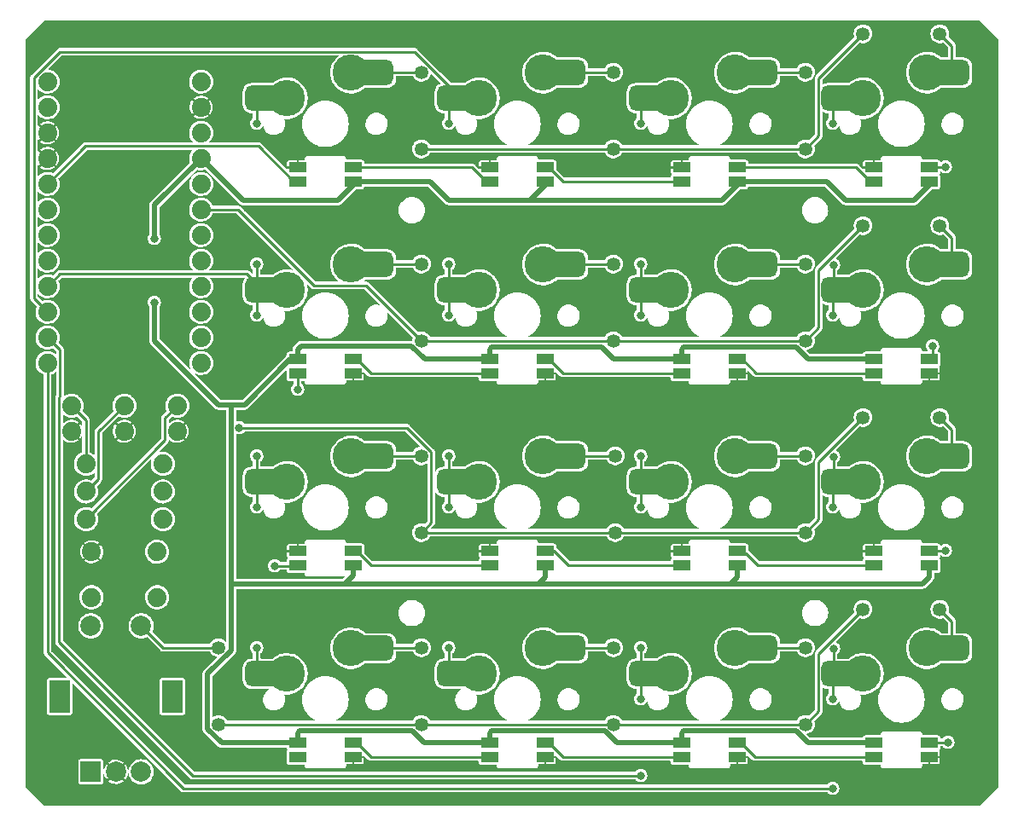
<source format=gbl>
%TF.GenerationSoftware,KiCad,Pcbnew,(6.0.1)*%
%TF.CreationDate,2022-02-09T09:53:17+01:00*%
%TF.ProjectId,dumbpad,64756d62-7061-4642-9e6b-696361645f70,rev?*%
%TF.SameCoordinates,Original*%
%TF.FileFunction,Copper,L2,Bot*%
%TF.FilePolarity,Positive*%
%FSLAX46Y46*%
G04 Gerber Fmt 4.6, Leading zero omitted, Abs format (unit mm)*
G04 Created by KiCad (PCBNEW (6.0.1)) date 2022-02-09 09:53:17*
%MOMM*%
%LPD*%
G01*
G04 APERTURE LIST*
G04 Aperture macros list*
%AMRoundRect*
0 Rectangle with rounded corners*
0 $1 Rounding radius*
0 $2 $3 $4 $5 $6 $7 $8 $9 X,Y pos of 4 corners*
0 Add a 4 corners polygon primitive as box body*
4,1,4,$2,$3,$4,$5,$6,$7,$8,$9,$2,$3,0*
0 Add four circle primitives for the rounded corners*
1,1,$1+$1,$2,$3*
1,1,$1+$1,$4,$5*
1,1,$1+$1,$6,$7*
1,1,$1+$1,$8,$9*
0 Add four rect primitives between the rounded corners*
20,1,$1+$1,$2,$3,$4,$5,0*
20,1,$1+$1,$4,$5,$6,$7,0*
20,1,$1+$1,$6,$7,$8,$9,0*
20,1,$1+$1,$8,$9,$2,$3,0*%
G04 Aperture macros list end*
%TA.AperFunction,ComponentPad*%
%ADD10C,1.879600*%
%TD*%
%TA.AperFunction,ComponentPad*%
%ADD11R,2.000000X2.000000*%
%TD*%
%TA.AperFunction,ComponentPad*%
%ADD12C,2.000000*%
%TD*%
%TA.AperFunction,ComponentPad*%
%ADD13R,2.000000X3.200000*%
%TD*%
%TA.AperFunction,ComponentPad*%
%ADD14C,3.600000*%
%TD*%
%TA.AperFunction,SMDPad,CuDef*%
%ADD15RoundRect,0.625000X1.125000X0.625000X-1.125000X0.625000X-1.125000X-0.625000X1.125000X-0.625000X0*%
%TD*%
%TA.AperFunction,ComponentPad*%
%ADD16C,1.350000*%
%TD*%
%TA.AperFunction,SMDPad,CuDef*%
%ADD17R,1.700000X1.000000*%
%TD*%
%TA.AperFunction,ViaPad*%
%ADD18C,0.800000*%
%TD*%
%TA.AperFunction,Conductor*%
%ADD19C,0.250000*%
%TD*%
%TA.AperFunction,Conductor*%
%ADD20C,0.500000*%
%TD*%
G04 APERTURE END LIST*
D10*
%TO.P,S17,1,1*%
%TO.N,GND*%
X106799900Y-118743000D03*
%TO.P,S17,2*%
%TO.N,N/C*%
X113302300Y-118743000D03*
%TO.P,S17,3,2*%
%TO.N,/RESET*%
X106799900Y-123264200D03*
%TO.P,S17,4*%
%TO.N,N/C*%
X113302300Y-123264200D03*
%TD*%
%TO.P,B1,1,TXO*%
%TO.N,/NC{slash}TX{slash}D3*%
X102431100Y-72053600D03*
%TO.P,B1,2,RXI*%
%TO.N,/NC{slash}RX{slash}D2*%
X102431100Y-74593600D03*
%TO.P,B1,3,GND@1*%
%TO.N,GND*%
X102431100Y-77133600D03*
%TO.P,B1,4,GND*%
X102431100Y-79673600D03*
%TO.P,B1,5,2*%
%TO.N,/KEY_LEDS*%
X102431100Y-82213600D03*
%TO.P,B1,6,\u002A3*%
%TO.N,unconnected-(B1-Pad6)*%
X102431100Y-84753600D03*
%TO.P,B1,7,4*%
%TO.N,/ENCODER0_L1*%
X102431100Y-87293600D03*
%TO.P,B1,8,\u002A5*%
%TO.N,/COL0*%
X102431100Y-89833600D03*
%TO.P,B1,9,\u002A6*%
%TO.N,/COL1*%
X102431100Y-92373600D03*
%TO.P,B1,10,7*%
%TO.N,/COL2*%
X102431100Y-94913600D03*
%TO.P,B1,11,8*%
%TO.N,/COL3*%
X102431100Y-97453600D03*
%TO.P,B1,12,\u002A9*%
%TO.N,/COL4*%
X102431100Y-99993600D03*
%TO.P,B1,13,\u002A10*%
%TO.N,/LED2*%
X117671100Y-99993600D03*
%TO.P,B1,14,11(MOSI)*%
%TO.N,/ENCODER0_L0*%
X117671100Y-97453600D03*
%TO.P,B1,15,12(MISO)*%
%TO.N,/LED1*%
X117671100Y-94913600D03*
%TO.P,B1,16,13(SCK)*%
%TO.N,/LED0*%
X117671100Y-92373600D03*
%TO.P,B1,17,A0*%
%TO.N,/ROW3*%
X117671100Y-89833600D03*
%TO.P,B1,18,A1*%
%TO.N,/ROW2*%
X117671100Y-87293600D03*
%TO.P,B1,19,A2*%
%TO.N,/ROW1*%
X117671100Y-84753600D03*
%TO.P,B1,20,A3*%
%TO.N,/ROW0*%
X117671100Y-82213600D03*
%TO.P,B1,21,VCC*%
%TO.N,VCC*%
X117671100Y-79673600D03*
%TO.P,B1,22,RESET*%
%TO.N,/RESET*%
X117671100Y-77133600D03*
%TO.P,B1,23,GND@2*%
%TO.N,GND*%
X117671100Y-74593600D03*
%TO.P,B1,24,RAW*%
%TO.N,/RAW*%
X117671100Y-72053600D03*
%TD*%
D11*
%TO.P,RE_3_1,A,A*%
%TO.N,/ENCODER0_L1*%
X106720000Y-140600000D03*
D12*
%TO.P,RE_3_1,B,B*%
%TO.N,/ENCODER0_L0*%
X111720000Y-140600000D03*
%TO.P,RE_3_1,C,C*%
%TO.N,GND*%
X109220000Y-140600000D03*
D13*
%TO.P,RE_3_1,MP*%
%TO.N,N/C*%
X103620000Y-133100000D03*
X114820000Y-133100000D03*
D12*
%TO.P,RE_3_1,S1,1*%
%TO.N,Net-(D20-PadA)*%
X111720000Y-126100000D03*
%TO.P,RE_3_1,S2,2*%
%TO.N,/COL0*%
X106720000Y-126100000D03*
%TD*%
D10*
%TO.P,R3,P$1,1*%
%TO.N,Net-(D19-PadA)*%
X106241100Y-115503600D03*
%TO.P,R3,P$2,2*%
%TO.N,/LED0*%
X113861100Y-115503600D03*
%TD*%
%TO.P,R1,P$1,1*%
%TO.N,Net-(D17-PadA)*%
X106241100Y-110003600D03*
%TO.P,R1,P$2,2*%
%TO.N,/LED2*%
X113861100Y-110003600D03*
%TD*%
%TO.P,D18,A,A*%
%TO.N,Net-(D18-PadA)*%
X110051100Y-104233600D03*
%TO.P,D18,K,C*%
%TO.N,GND*%
X110051100Y-106773600D03*
%TD*%
%TO.P,D19,A,A*%
%TO.N,Net-(D19-PadA)*%
X115301100Y-104233600D03*
%TO.P,D19,K,C*%
%TO.N,GND*%
X115301100Y-106773600D03*
%TD*%
%TO.P,D17,A,A*%
%TO.N,Net-(D17-PadA)*%
X104801100Y-104233600D03*
%TO.P,D17,K,C*%
%TO.N,GND*%
X104801100Y-106773600D03*
%TD*%
%TO.P,R2,P$1,1*%
%TO.N,Net-(D18-PadA)*%
X106241100Y-112753600D03*
%TO.P,R2,P$2,2*%
%TO.N,/LED1*%
X113861100Y-112753600D03*
%TD*%
D14*
%TO.P,S1,1*%
%TO.N,N/C*%
X132541100Y-71173600D03*
%TO.P,S1,2*%
X126191100Y-73713600D03*
D15*
%TO.P,S1,S1,1*%
%TO.N,Net-(D1-PadA)*%
X135001100Y-71173600D03*
%TO.P,S1,S2,2*%
%TO.N,/COL1*%
X123801100Y-73713600D03*
%TD*%
D16*
%TO.P,D10,A,A*%
%TO.N,Net-(D10-PadA)*%
X158750000Y-109220000D03*
%TO.P,D10,C,C*%
%TO.N,/ROW2*%
X158750000Y-116840000D03*
%TD*%
D17*
%TO.P,LED7,1,VDD*%
%TO.N,VCC*%
X146301100Y-99630000D03*
%TO.P,LED7,2,DOUT*%
%TO.N,Net-(LED7-Pad2)*%
X146301100Y-101030000D03*
%TO.P,LED7,3,VSS*%
%TO.N,GND*%
X151801100Y-101030000D03*
%TO.P,LED7,4,DIN*%
%TO.N,Net-(LED6-Pad2)*%
X151801100Y-99630000D03*
%TD*%
D14*
%TO.P,S15,1*%
%TO.N,N/C*%
X170641100Y-128323600D03*
%TO.P,S15,2*%
X164291100Y-130863600D03*
D15*
%TO.P,S15,S1,1*%
%TO.N,Net-(D15-PadA)*%
X173101100Y-128323600D03*
%TO.P,S15,S2,2*%
%TO.N,/COL3*%
X161901100Y-130863600D03*
%TD*%
D14*
%TO.P,S8,1*%
%TO.N,N/C*%
X189691100Y-90223600D03*
%TO.P,S8,2*%
X183341100Y-92763600D03*
D15*
%TO.P,S8,S1,1*%
%TO.N,Net-(D8-PadA)*%
X192151100Y-90223600D03*
%TO.P,S8,S2,2*%
%TO.N,/COL4*%
X180951100Y-92763600D03*
%TD*%
D14*
%TO.P,S2,1*%
%TO.N,N/C*%
X151591100Y-71173600D03*
%TO.P,S2,2*%
X145241100Y-73713600D03*
D15*
%TO.P,S2,S1,1*%
%TO.N,Net-(D2-PadA)*%
X154051100Y-71173600D03*
%TO.P,S2,S2,2*%
%TO.N,/COL2*%
X142851100Y-73713600D03*
%TD*%
D16*
%TO.P,D8,A,A*%
%TO.N,Net-(D8-PadA)*%
X190961100Y-86360000D03*
%TO.P,D8,C,C*%
%TO.N,/ROW1*%
X183341100Y-86360000D03*
%TD*%
%TO.P,D6,A,A*%
%TO.N,Net-(D6-PadA)*%
X158576100Y-90170000D03*
%TO.P,D6,C,C*%
%TO.N,/ROW1*%
X158576100Y-97790000D03*
%TD*%
D17*
%TO.P,LED4,1,VDD*%
%TO.N,VCC*%
X189901100Y-81980000D03*
%TO.P,LED4,2,DOUT*%
%TO.N,Net-(LED4-Pad2)*%
X189901100Y-80580000D03*
%TO.P,LED4,3,VSS*%
%TO.N,GND*%
X184401100Y-80580000D03*
%TO.P,LED4,4,DIN*%
%TO.N,Net-(LED3-Pad2)*%
X184401100Y-81980000D03*
%TD*%
D14*
%TO.P,S4,1*%
%TO.N,N/C*%
X189691100Y-71173600D03*
%TO.P,S4,2*%
X183341100Y-73713600D03*
D15*
%TO.P,S4,S1,1*%
%TO.N,Net-(D4-PadA)*%
X192151100Y-71173600D03*
%TO.P,S4,S2,2*%
%TO.N,/COL4*%
X180951100Y-73713600D03*
%TD*%
D14*
%TO.P,S5,1*%
%TO.N,N/C*%
X132541100Y-90223600D03*
%TO.P,S5,2*%
X126191100Y-92763600D03*
D15*
%TO.P,S5,S1,1*%
%TO.N,Net-(D5-PadA)*%
X135001100Y-90223600D03*
%TO.P,S5,S2,2*%
%TO.N,/COL1*%
X123801100Y-92763600D03*
%TD*%
D16*
%TO.P,D4,A,A*%
%TO.N,Net-(D4-PadA)*%
X190961100Y-67310000D03*
%TO.P,D4,C,C*%
%TO.N,/ROW0*%
X183341100Y-67310000D03*
%TD*%
D17*
%TO.P,LED12,1,VDD*%
%TO.N,VCC*%
X189901100Y-120080000D03*
%TO.P,LED12,2,DOUT*%
%TO.N,Net-(LED12-Pad2)*%
X189901100Y-118680000D03*
%TO.P,LED12,3,VSS*%
%TO.N,GND*%
X184401100Y-118680000D03*
%TO.P,LED12,4,DIN*%
%TO.N,Net-(LED11-Pad2)*%
X184401100Y-120080000D03*
%TD*%
%TO.P,LED3,1,VDD*%
%TO.N,VCC*%
X170851100Y-81980000D03*
%TO.P,LED3,2,DOUT*%
%TO.N,Net-(LED3-Pad2)*%
X170851100Y-80580000D03*
%TO.P,LED3,3,VSS*%
%TO.N,GND*%
X165351100Y-80580000D03*
%TO.P,LED3,4,DIN*%
%TO.N,Net-(LED2-Pad2)*%
X165351100Y-81980000D03*
%TD*%
D14*
%TO.P,S14,1*%
%TO.N,N/C*%
X151591100Y-128323600D03*
%TO.P,S14,2*%
X145241100Y-130863600D03*
D15*
%TO.P,S14,S1,1*%
%TO.N,Net-(D14-PadA)*%
X154051100Y-128323600D03*
%TO.P,S14,S2,2*%
%TO.N,/COL2*%
X142851100Y-130863600D03*
%TD*%
D14*
%TO.P,S11,1*%
%TO.N,N/C*%
X170641100Y-109273600D03*
%TO.P,S11,2*%
X164291100Y-111813600D03*
D15*
%TO.P,S11,S1,1*%
%TO.N,Net-(D11-PadA)*%
X173101100Y-109273600D03*
%TO.P,S11,S2,2*%
%TO.N,/COL3*%
X161901100Y-111813600D03*
%TD*%
D17*
%TO.P,LED16,1,VDD*%
%TO.N,VCC*%
X127251100Y-137730000D03*
%TO.P,LED16,2,DOUT*%
%TO.N,unconnected-(LED16-Pad2)*%
X127251100Y-139130000D03*
%TO.P,LED16,3,VSS*%
%TO.N,GND*%
X132751100Y-139130000D03*
%TO.P,LED16,4,DIN*%
%TO.N,Net-(LED15-Pad2)*%
X132751100Y-137730000D03*
%TD*%
D14*
%TO.P,S7,1*%
%TO.N,N/C*%
X170641100Y-90223600D03*
%TO.P,S7,2*%
X164291100Y-92763600D03*
D15*
%TO.P,S7,S1,1*%
%TO.N,Net-(D7-PadA)*%
X173101100Y-90223600D03*
%TO.P,S7,S2,2*%
%TO.N,/COL3*%
X161901100Y-92763600D03*
%TD*%
D14*
%TO.P,S6,1*%
%TO.N,N/C*%
X151591100Y-90223600D03*
%TO.P,S6,2*%
X145241100Y-92763600D03*
D15*
%TO.P,S6,S1,1*%
%TO.N,Net-(D6-PadA)*%
X154051100Y-90223600D03*
%TO.P,S6,S2,2*%
%TO.N,/COL2*%
X142851100Y-92763600D03*
%TD*%
D16*
%TO.P,D9,A,A*%
%TO.N,Net-(D9-PadA)*%
X139526100Y-109220000D03*
%TO.P,D9,C,C*%
%TO.N,/ROW2*%
X139526100Y-116840000D03*
%TD*%
%TO.P,D11,A,A*%
%TO.N,Net-(D11-PadA)*%
X177626100Y-109220000D03*
%TO.P,D11,C,C*%
%TO.N,/ROW2*%
X177626100Y-116840000D03*
%TD*%
D17*
%TO.P,LED10,1,VDD*%
%TO.N,VCC*%
X151801100Y-120080000D03*
%TO.P,LED10,2,DOUT*%
%TO.N,Net-(LED10-Pad2)*%
X151801100Y-118680000D03*
%TO.P,LED10,3,VSS*%
%TO.N,GND*%
X146301100Y-118680000D03*
%TO.P,LED10,4,DIN*%
%TO.N,Net-(LED10-Pad4)*%
X146301100Y-120080000D03*
%TD*%
D16*
%TO.P,D13,A,A*%
%TO.N,Net-(D13-PadA)*%
X139526100Y-128270000D03*
%TO.P,D13,C,C*%
%TO.N,/ROW3*%
X139526100Y-135890000D03*
%TD*%
D17*
%TO.P,LED2,1,VDD*%
%TO.N,VCC*%
X151801100Y-81980000D03*
%TO.P,LED2,2,DOUT*%
%TO.N,Net-(LED2-Pad2)*%
X151801100Y-80580000D03*
%TO.P,LED2,3,VSS*%
%TO.N,GND*%
X146301100Y-80580000D03*
%TO.P,LED2,4,DIN*%
%TO.N,Net-(LED1-Pad2)*%
X146301100Y-81980000D03*
%TD*%
D14*
%TO.P,S12,1*%
%TO.N,N/C*%
X189691100Y-109273600D03*
%TO.P,S12,2*%
X183341100Y-111813600D03*
D15*
%TO.P,S12,S1,1*%
%TO.N,Net-(D12-PadA)*%
X192151100Y-109273600D03*
%TO.P,S12,S2,2*%
%TO.N,/COL4*%
X180951100Y-111813600D03*
%TD*%
D16*
%TO.P,D20,A,A*%
%TO.N,Net-(D20-PadA)*%
X119380000Y-128270000D03*
%TO.P,D20,C,C*%
%TO.N,/ROW3*%
X119380000Y-135890000D03*
%TD*%
D17*
%TO.P,LED13,1,VDD*%
%TO.N,VCC*%
X184401100Y-137730000D03*
%TO.P,LED13,2,DOUT*%
%TO.N,Net-(LED13-Pad2)*%
X184401100Y-139130000D03*
%TO.P,LED13,3,VSS*%
%TO.N,GND*%
X189901100Y-139130000D03*
%TO.P,LED13,4,DIN*%
%TO.N,Net-(LED12-Pad2)*%
X189901100Y-137730000D03*
%TD*%
D16*
%TO.P,D7,A,A*%
%TO.N,Net-(D7-PadA)*%
X177626100Y-90170000D03*
%TO.P,D7,C,C*%
%TO.N,/ROW1*%
X177626100Y-97790000D03*
%TD*%
D17*
%TO.P,LED5,1,VDD*%
%TO.N,VCC*%
X184401100Y-99630000D03*
%TO.P,LED5,2,DOUT*%
%TO.N,Net-(LED5-Pad2)*%
X184401100Y-101030000D03*
%TO.P,LED5,3,VSS*%
%TO.N,GND*%
X189901100Y-101030000D03*
%TO.P,LED5,4,DIN*%
%TO.N,Net-(LED4-Pad2)*%
X189901100Y-99630000D03*
%TD*%
D14*
%TO.P,S3,1*%
%TO.N,N/C*%
X170641100Y-71173600D03*
%TO.P,S3,2*%
X164291100Y-73713600D03*
D15*
%TO.P,S3,S1,1*%
%TO.N,Net-(D3-PadA)*%
X173101100Y-71173600D03*
%TO.P,S3,S2,2*%
%TO.N,/COL3*%
X161901100Y-73713600D03*
%TD*%
D16*
%TO.P,D5,A,A*%
%TO.N,Net-(D5-PadA)*%
X139526100Y-90170000D03*
%TO.P,D5,C,C*%
%TO.N,/ROW1*%
X139526100Y-97790000D03*
%TD*%
%TO.P,D16,A,A*%
%TO.N,Net-(D16-PadA)*%
X190961100Y-124460000D03*
%TO.P,D16,C,C*%
%TO.N,/ROW3*%
X183341100Y-124460000D03*
%TD*%
%TO.P,D14,A,A*%
%TO.N,Net-(D14-PadA)*%
X158576100Y-128270000D03*
%TO.P,D14,C,C*%
%TO.N,/ROW3*%
X158576100Y-135890000D03*
%TD*%
%TO.P,D3,A,A*%
%TO.N,Net-(D3-PadA)*%
X177626100Y-71120000D03*
%TO.P,D3,C,C*%
%TO.N,/ROW0*%
X177626100Y-78740000D03*
%TD*%
%TO.P,D15,A,A*%
%TO.N,Net-(D15-PadA)*%
X177626100Y-128270000D03*
%TO.P,D15,C,C*%
%TO.N,/ROW3*%
X177626100Y-135890000D03*
%TD*%
D17*
%TO.P,LED6,1,VDD*%
%TO.N,VCC*%
X165351100Y-99630000D03*
%TO.P,LED6,2,DOUT*%
%TO.N,Net-(LED6-Pad2)*%
X165351100Y-101030000D03*
%TO.P,LED6,3,VSS*%
%TO.N,GND*%
X170851100Y-101030000D03*
%TO.P,LED6,4,DIN*%
%TO.N,Net-(LED5-Pad2)*%
X170851100Y-99630000D03*
%TD*%
%TO.P,LED1,1,VDD*%
%TO.N,VCC*%
X132751100Y-81980000D03*
%TO.P,LED1,2,DOUT*%
%TO.N,Net-(LED1-Pad2)*%
X132751100Y-80580000D03*
%TO.P,LED1,3,VSS*%
%TO.N,GND*%
X127251100Y-80580000D03*
%TO.P,LED1,4,DIN*%
%TO.N,/KEY_LEDS*%
X127251100Y-81980000D03*
%TD*%
D14*
%TO.P,S13,1*%
%TO.N,N/C*%
X132541100Y-128327200D03*
%TO.P,S13,2*%
X126191100Y-130867200D03*
D15*
%TO.P,S13,S1,1*%
%TO.N,Net-(D13-PadA)*%
X135001100Y-128327200D03*
%TO.P,S13,S2,2*%
%TO.N,/COL1*%
X123801100Y-130867200D03*
%TD*%
D17*
%TO.P,LED9,1,VDD*%
%TO.N,VCC*%
X132751100Y-120080000D03*
%TO.P,LED9,2,DOUT*%
%TO.N,Net-(LED10-Pad4)*%
X132751100Y-118680000D03*
%TO.P,LED9,3,VSS*%
%TO.N,GND*%
X127251100Y-118680000D03*
%TO.P,LED9,4,DIN*%
%TO.N,Net-(LED8-Pad2)*%
X127251100Y-120080000D03*
%TD*%
D14*
%TO.P,S9,1*%
%TO.N,N/C*%
X132541100Y-109273600D03*
%TO.P,S9,2*%
X126191100Y-111813600D03*
D15*
%TO.P,S9,S1,1*%
%TO.N,Net-(D9-PadA)*%
X135001100Y-109273600D03*
%TO.P,S9,S2,2*%
%TO.N,/COL1*%
X123801100Y-111813600D03*
%TD*%
D17*
%TO.P,LED11,1,VDD*%
%TO.N,VCC*%
X170851100Y-120080000D03*
%TO.P,LED11,2,DOUT*%
%TO.N,Net-(LED11-Pad2)*%
X170851100Y-118680000D03*
%TO.P,LED11,3,VSS*%
%TO.N,GND*%
X165351100Y-118680000D03*
%TO.P,LED11,4,DIN*%
%TO.N,Net-(LED10-Pad2)*%
X165351100Y-120080000D03*
%TD*%
D16*
%TO.P,D1,A,A*%
%TO.N,Net-(D1-PadA)*%
X139526100Y-71120000D03*
%TO.P,D1,C,C*%
%TO.N,/ROW0*%
X139526100Y-78740000D03*
%TD*%
D14*
%TO.P,S16,1*%
%TO.N,N/C*%
X189691100Y-128327200D03*
%TO.P,S16,2*%
X183341100Y-130867200D03*
D15*
%TO.P,S16,S1,1*%
%TO.N,Net-(D16-PadA)*%
X192151100Y-128327200D03*
%TO.P,S16,S2,2*%
%TO.N,/COL4*%
X180951100Y-130867200D03*
%TD*%
D17*
%TO.P,LED15,1,VDD*%
%TO.N,VCC*%
X146301100Y-137730000D03*
%TO.P,LED15,2,DOUT*%
%TO.N,Net-(LED15-Pad2)*%
X146301100Y-139130000D03*
%TO.P,LED15,3,VSS*%
%TO.N,GND*%
X151801100Y-139130000D03*
%TO.P,LED15,4,DIN*%
%TO.N,Net-(LED14-Pad2)*%
X151801100Y-137730000D03*
%TD*%
D16*
%TO.P,D12,A,A*%
%TO.N,Net-(D12-PadA)*%
X190961100Y-105410000D03*
%TO.P,D12,C,C*%
%TO.N,/ROW2*%
X183341100Y-105410000D03*
%TD*%
D17*
%TO.P,LED8,1,VDD*%
%TO.N,VCC*%
X127251100Y-99630000D03*
%TO.P,LED8,2,DOUT*%
%TO.N,Net-(LED8-Pad2)*%
X127251100Y-101030000D03*
%TO.P,LED8,3,VSS*%
%TO.N,GND*%
X132751100Y-101030000D03*
%TO.P,LED8,4,DIN*%
%TO.N,Net-(LED7-Pad2)*%
X132751100Y-99630000D03*
%TD*%
D16*
%TO.P,D2,A,A*%
%TO.N,Net-(D2-PadA)*%
X158576100Y-71120000D03*
%TO.P,D2,C,C*%
%TO.N,/ROW0*%
X158576100Y-78740000D03*
%TD*%
D17*
%TO.P,LED14,1,VDD*%
%TO.N,VCC*%
X165351100Y-137730000D03*
%TO.P,LED14,2,DOUT*%
%TO.N,Net-(LED14-Pad2)*%
X165351100Y-139130000D03*
%TO.P,LED14,3,VSS*%
%TO.N,GND*%
X170851100Y-139130000D03*
%TO.P,LED14,4,DIN*%
%TO.N,Net-(LED13-Pad2)*%
X170851100Y-137730000D03*
%TD*%
D14*
%TO.P,S10,1*%
%TO.N,N/C*%
X151591100Y-109273600D03*
%TO.P,S10,2*%
X145241100Y-111813600D03*
D15*
%TO.P,S10,S1,1*%
%TO.N,Net-(D10-PadA)*%
X154051100Y-109273600D03*
%TO.P,S10,S2,2*%
%TO.N,/COL2*%
X142851100Y-111813600D03*
%TD*%
D18*
%TO.N,VCC*%
X113030000Y-87630000D03*
X113030000Y-93980000D03*
%TO.N,/ROW2*%
X121451900Y-106426000D03*
%TO.N,/COL4*%
X180340000Y-133350000D03*
X180340000Y-142240000D03*
X180414191Y-128344191D03*
X180414191Y-109294191D03*
X180340000Y-95250000D03*
X180340000Y-114300000D03*
X180414191Y-90244191D03*
X180340000Y-76200000D03*
%TO.N,/COL3*%
X161290000Y-140970000D03*
X161290000Y-128270000D03*
X161290000Y-95250000D03*
X161290000Y-109220000D03*
X161290000Y-76200000D03*
X161290000Y-133350000D03*
X161290000Y-90170000D03*
X161290000Y-114300000D03*
%TO.N,/COL2*%
X142240000Y-128270000D03*
X142240000Y-76200000D03*
X142240000Y-90170000D03*
X142240000Y-95250000D03*
X142240000Y-109220000D03*
X142240000Y-114300000D03*
%TO.N,/COL1*%
X123190000Y-90170000D03*
X123190000Y-95250000D03*
X123190000Y-76200000D03*
X123190000Y-114300000D03*
X123190000Y-109220000D03*
X123190000Y-128270000D03*
%TO.N,Net-(LED4-Pad2)*%
X191516000Y-80518000D03*
X190246000Y-98298000D03*
%TO.N,Net-(LED8-Pad2)*%
X127254000Y-102616000D03*
X124968000Y-120142000D03*
%TO.N,Net-(LED12-Pad2)*%
X191770000Y-137668000D03*
X191516000Y-118618000D03*
%TD*%
D19*
%TO.N,/ROW0*%
X177626100Y-78740000D02*
X158576100Y-78740000D01*
X183341100Y-67310000D02*
X178924180Y-71726920D01*
X158576100Y-78740000D02*
X139526100Y-78740000D01*
X178924180Y-71726920D02*
X178924180Y-77441920D01*
X178924180Y-77441920D02*
X177626100Y-78740000D01*
%TO.N,/ROW1*%
X139526100Y-97790000D02*
X134036611Y-92300511D01*
X178924180Y-90776920D02*
X178924180Y-96491920D01*
X183341100Y-86360000D02*
X178924180Y-90776920D01*
X178924180Y-96491920D02*
X177626100Y-97790000D01*
X121329600Y-84753600D02*
X117671100Y-84753600D01*
X134036611Y-92300511D02*
X128876511Y-92300511D01*
X128876511Y-92300511D02*
X121329600Y-84753600D01*
X158576100Y-97790000D02*
X139526100Y-97790000D01*
X177626100Y-97790000D02*
X158576100Y-97790000D01*
D20*
%TO.N,VCC*%
X140400000Y-81980000D02*
X142240000Y-83820000D01*
X132751100Y-82340637D02*
X132751100Y-81980000D01*
X120650000Y-128522983D02*
X120650000Y-121920000D01*
X131271737Y-83820000D02*
X132751100Y-82340637D01*
X165351100Y-99630000D02*
X165351100Y-98630000D01*
X118303089Y-130869894D02*
X120650000Y-128522983D01*
X127251100Y-99630000D02*
X127251100Y-98630000D01*
X177862000Y-99630000D02*
X184401100Y-99630000D01*
X139762000Y-137730000D02*
X146301100Y-137730000D01*
X181610000Y-83820000D02*
X188421737Y-83820000D01*
X138586280Y-136554280D02*
X139762000Y-137730000D01*
X150321737Y-83820000D02*
X151801100Y-82340637D01*
X176686280Y-98454280D02*
X177862000Y-99630000D01*
X121817500Y-83820000D02*
X131271737Y-83820000D01*
X120650000Y-104140000D02*
X120650000Y-121920000D01*
X165526820Y-136554280D02*
X176686280Y-136554280D01*
X151801100Y-120080000D02*
X151801100Y-121248900D01*
X165351100Y-137730000D02*
X165351100Y-136730000D01*
X131911100Y-121920000D02*
X189230000Y-121920000D01*
X120650000Y-104140000D02*
X121920000Y-104140000D01*
X117671100Y-79673600D02*
X121817500Y-83820000D01*
X151801100Y-121248900D02*
X151130000Y-121920000D01*
X118303089Y-130869894D02*
X118303089Y-136336072D01*
X176686280Y-136554280D02*
X177862000Y-137730000D01*
X127251100Y-137730000D02*
X127251100Y-136730000D01*
X170851100Y-81980000D02*
X179770000Y-81980000D01*
X113030000Y-87630000D02*
X113030000Y-84314700D01*
X165351100Y-98630000D02*
X165526820Y-98454280D01*
X177862000Y-137730000D02*
X184401100Y-137730000D01*
X127583100Y-98298000D02*
X138511117Y-98298000D01*
X127426820Y-136554280D02*
X138586280Y-136554280D01*
X189901100Y-82340637D02*
X189901100Y-81980000D01*
X146301100Y-137730000D02*
X146301100Y-136730000D01*
X146476820Y-136554280D02*
X157717397Y-136554280D01*
X146301100Y-136730000D02*
X146476820Y-136554280D01*
X189901100Y-121248900D02*
X189230000Y-121920000D01*
X146301100Y-98630000D02*
X146476820Y-98454280D01*
X120650000Y-121920000D02*
X131911100Y-121920000D01*
X170851100Y-82340637D02*
X170851100Y-81980000D01*
X170851100Y-120080000D02*
X170851100Y-121248900D01*
X113030000Y-84314700D02*
X117671100Y-79673600D01*
X150321737Y-83820000D02*
X169371737Y-83820000D01*
X158558000Y-99630000D02*
X165351100Y-99630000D01*
X126497278Y-99630000D02*
X121987278Y-104140000D01*
X121987278Y-104140000D02*
X121920000Y-104140000D01*
X139843117Y-99630000D02*
X146301100Y-99630000D01*
X142240000Y-83820000D02*
X150321737Y-83820000D01*
X189901100Y-120080000D02*
X189901100Y-121248900D01*
X151801100Y-82340637D02*
X151801100Y-81980000D01*
X146476820Y-98454280D02*
X157382280Y-98454280D01*
X132751100Y-121080000D02*
X132751100Y-120080000D01*
X188421737Y-83820000D02*
X189901100Y-82340637D01*
X170851100Y-121248900D02*
X170180000Y-121920000D01*
X138511117Y-98298000D02*
X139843117Y-99630000D01*
X113030000Y-97790000D02*
X113030000Y-93980000D01*
X165526820Y-98454280D02*
X176686280Y-98454280D01*
X119697017Y-137730000D02*
X127251100Y-137730000D01*
X119380000Y-104140000D02*
X113030000Y-97790000D01*
X132751100Y-81980000D02*
X140400000Y-81980000D01*
X127251100Y-99630000D02*
X126497278Y-99630000D01*
X127251100Y-136730000D02*
X127426820Y-136554280D01*
X127251100Y-98630000D02*
X127583100Y-98298000D01*
X157717397Y-136554280D02*
X158893117Y-137730000D01*
X158893117Y-137730000D02*
X165351100Y-137730000D01*
X165351100Y-136730000D02*
X165526820Y-136554280D01*
X118303089Y-136336072D02*
X119697017Y-137730000D01*
X146301100Y-99630000D02*
X146301100Y-98630000D01*
X179770000Y-81980000D02*
X181610000Y-83820000D01*
X169371737Y-83820000D02*
X170851100Y-82340637D01*
X157382280Y-98454280D02*
X158558000Y-99630000D01*
X131911100Y-121920000D02*
X132751100Y-121080000D01*
X120650000Y-104140000D02*
X119380000Y-104140000D01*
D19*
%TO.N,/ROW2*%
X138078307Y-106426000D02*
X140478011Y-108825704D01*
X121451900Y-106426000D02*
X138078307Y-106426000D01*
X183341100Y-105410000D02*
X178924180Y-109826920D01*
X139526100Y-116840000D02*
X158750000Y-116840000D01*
X178924180Y-115541920D02*
X177626100Y-116840000D01*
X140478011Y-108825704D02*
X140478011Y-115888089D01*
X158750000Y-116840000D02*
X177626100Y-116840000D01*
X140478011Y-115888089D02*
X139526100Y-116840000D01*
X178924180Y-109826920D02*
X178924180Y-115541920D01*
%TO.N,/ROW3*%
X158576100Y-135890000D02*
X139526100Y-135890000D01*
X119380000Y-135890000D02*
X139526100Y-135890000D01*
X183341100Y-124460000D02*
X178924180Y-128876920D01*
X177626100Y-135890000D02*
X158576100Y-135890000D01*
X178924180Y-134591920D02*
X177626100Y-135890000D01*
X178924180Y-128876920D02*
X178924180Y-134591920D01*
%TO.N,/COL4*%
X180414191Y-92226691D02*
X180951100Y-92763600D01*
X180414191Y-109294191D02*
X180414191Y-111276691D01*
X180340000Y-133350000D02*
X180340000Y-131478300D01*
X102431100Y-99993600D02*
X102431100Y-128757278D01*
X180340000Y-93374700D02*
X180340000Y-95250000D01*
X180414191Y-128344191D02*
X180414191Y-130330291D01*
X180414191Y-90244191D02*
X180414191Y-92226691D01*
X180340000Y-112424700D02*
X180340000Y-114300000D01*
X180951100Y-92763600D02*
X180340000Y-93374700D01*
X180414191Y-111276691D02*
X180951100Y-111813600D01*
X180414191Y-130330291D02*
X180951100Y-130867200D01*
X180340000Y-74324700D02*
X180340000Y-76200000D01*
X180951100Y-73713600D02*
X180340000Y-74324700D01*
X180340000Y-131478300D02*
X180951100Y-130867200D01*
X102431100Y-128757278D02*
X115913822Y-142240000D01*
X115913822Y-142240000D02*
X180340000Y-142240000D01*
X180951100Y-111813600D02*
X180340000Y-112424700D01*
%TO.N,/COL3*%
X161290000Y-112424700D02*
X161290000Y-114300000D01*
X103647811Y-103362189D02*
X103584389Y-103425611D01*
X161290000Y-90170000D02*
X161290000Y-92152500D01*
X161901100Y-111813600D02*
X161290000Y-112424700D01*
X103584389Y-103425611D02*
X103584389Y-127714389D01*
X161290000Y-140970000D02*
X116840000Y-140970000D01*
X161290000Y-131474700D02*
X161901100Y-130863600D01*
X161290000Y-111202500D02*
X161901100Y-111813600D01*
X161290000Y-128270000D02*
X161290000Y-130252500D01*
X161290000Y-92152500D02*
X161901100Y-92763600D01*
X161901100Y-73713600D02*
X161290000Y-74324700D01*
X161290000Y-130252500D02*
X161901100Y-130863600D01*
X161290000Y-74324700D02*
X161290000Y-76200000D01*
X161290000Y-93374700D02*
X161290000Y-95250000D01*
X103647811Y-98670311D02*
X103647811Y-103362189D01*
X102431100Y-97453600D02*
X103647811Y-98670311D01*
X161901100Y-92763600D02*
X161290000Y-93374700D01*
X161290000Y-109220000D02*
X161290000Y-111202500D01*
X103584389Y-127714389D02*
X116840000Y-140970000D01*
X161290000Y-133350000D02*
X161290000Y-131474700D01*
%TO.N,/COL2*%
X142240000Y-90170000D02*
X142240000Y-92152500D01*
X101092000Y-71672010D02*
X103667321Y-69096689D01*
X102431100Y-94913600D02*
X101092000Y-93574500D01*
X142240000Y-130252500D02*
X142851100Y-130863600D01*
X101092000Y-93574500D02*
X101092000Y-71672010D01*
X142240000Y-112424700D02*
X142240000Y-114300000D01*
X142851100Y-73713600D02*
X142240000Y-74324700D01*
X142851100Y-73098793D02*
X142851100Y-73713600D01*
X142851100Y-111813600D02*
X142240000Y-112424700D01*
X142240000Y-111202500D02*
X142851100Y-111813600D01*
X142240000Y-74324700D02*
X142240000Y-76200000D01*
X103667321Y-69096689D02*
X138848996Y-69096689D01*
X142851100Y-92763600D02*
X142240000Y-93374700D01*
X142240000Y-93374700D02*
X142240000Y-95250000D01*
X142240000Y-109220000D02*
X142240000Y-111202500D01*
X142240000Y-128270000D02*
X142240000Y-130252500D01*
X142240000Y-92152500D02*
X142851100Y-92763600D01*
X138848996Y-69096689D02*
X142851100Y-73098793D01*
%TO.N,/COL1*%
X123801100Y-73713600D02*
X123190000Y-74324700D01*
X123190000Y-130256100D02*
X123801100Y-130867200D01*
X102431100Y-92373600D02*
X103647811Y-91156889D01*
X123801100Y-92763600D02*
X123190000Y-93374700D01*
X103647811Y-91156889D02*
X122194389Y-91156889D01*
X123190000Y-90170000D02*
X123190000Y-92152500D01*
X123190000Y-112424700D02*
X123190000Y-114300000D01*
X123190000Y-111202500D02*
X123801100Y-111813600D01*
X123801100Y-111813600D02*
X123190000Y-112424700D01*
X122194389Y-91156889D02*
X123801100Y-92763600D01*
X123190000Y-74324700D02*
X123190000Y-76200000D01*
X123190000Y-128270000D02*
X123190000Y-130256100D01*
X123190000Y-109220000D02*
X123190000Y-111202500D01*
X123190000Y-93374700D02*
X123190000Y-95250000D01*
%TO.N,Net-(D1-PadA)*%
X135054700Y-71120000D02*
X139526100Y-71120000D01*
X135001100Y-71173600D02*
X135054700Y-71120000D01*
%TO.N,Net-(D2-PadA)*%
X154104700Y-71120000D02*
X158576100Y-71120000D01*
X154051100Y-71173600D02*
X154104700Y-71120000D01*
%TO.N,Net-(D3-PadA)*%
X173154700Y-71120000D02*
X177626100Y-71120000D01*
X173101100Y-71173600D02*
X173154700Y-71120000D01*
%TO.N,Net-(D4-PadA)*%
X190961100Y-67310000D02*
X192151100Y-68500000D01*
X192151100Y-68500000D02*
X192151100Y-71173600D01*
%TO.N,Net-(D5-PadA)*%
X135054700Y-90170000D02*
X139526100Y-90170000D01*
X135001100Y-90223600D02*
X135054700Y-90170000D01*
%TO.N,Net-(D6-PadA)*%
X154051100Y-90223600D02*
X154104700Y-90170000D01*
X154104700Y-90170000D02*
X158576100Y-90170000D01*
%TO.N,Net-(D7-PadA)*%
X173154700Y-90170000D02*
X173101100Y-90223600D01*
X177626100Y-90170000D02*
X173154700Y-90170000D01*
%TO.N,Net-(D8-PadA)*%
X192151100Y-87550000D02*
X192151100Y-90223600D01*
X190961100Y-86360000D02*
X192151100Y-87550000D01*
%TO.N,Net-(D9-PadA)*%
X135054700Y-109220000D02*
X139526100Y-109220000D01*
X135001100Y-109273600D02*
X135054700Y-109220000D01*
%TO.N,Net-(D10-PadA)*%
X154104700Y-109220000D02*
X154051100Y-109273600D01*
X158750000Y-109220000D02*
X154104700Y-109220000D01*
%TO.N,Net-(D11-PadA)*%
X173101100Y-109273600D02*
X173154700Y-109220000D01*
X173154700Y-109220000D02*
X177626100Y-109220000D01*
%TO.N,Net-(D12-PadA)*%
X192151100Y-106600000D02*
X192151100Y-109273600D01*
X190961100Y-105410000D02*
X192151100Y-106600000D01*
%TO.N,Net-(D13-PadA)*%
X135001100Y-128327200D02*
X135058300Y-128270000D01*
X135058300Y-128270000D02*
X139526100Y-128270000D01*
%TO.N,Net-(D14-PadA)*%
X154104700Y-128270000D02*
X158576100Y-128270000D01*
X154051100Y-128323600D02*
X154104700Y-128270000D01*
%TO.N,Net-(D15-PadA)*%
X173154700Y-128270000D02*
X177626100Y-128270000D01*
X173101100Y-128323600D02*
X173154700Y-128270000D01*
%TO.N,Net-(D16-PadA)*%
X190961100Y-124460000D02*
X192151100Y-125650000D01*
X192151100Y-125650000D02*
X192151100Y-128327200D01*
%TO.N,Net-(D17-PadA)*%
X106241100Y-105673600D02*
X106241100Y-110003600D01*
X104801100Y-104233600D02*
X106241100Y-105673600D01*
%TO.N,Net-(D18-PadA)*%
X110051100Y-104233600D02*
X107457811Y-106826889D01*
X107457811Y-106826889D02*
X107457811Y-111536889D01*
X107457811Y-111536889D02*
X106241100Y-112753600D01*
%TO.N,Net-(D19-PadA)*%
X115301100Y-104233600D02*
X114084389Y-105450311D01*
X114084389Y-105450311D02*
X114084389Y-107660311D01*
X114084389Y-107660311D02*
X106241100Y-115503600D01*
%TO.N,Net-(D20-PadA)*%
X113890000Y-128270000D02*
X111720000Y-126100000D01*
X119380000Y-128270000D02*
X113890000Y-128270000D01*
%TO.N,/KEY_LEDS*%
X126861089Y-81980000D02*
X127251100Y-81980000D01*
X123337978Y-78456889D02*
X126861089Y-81980000D01*
X106187811Y-78456889D02*
X123337978Y-78456889D01*
X102431100Y-82213600D02*
X106187811Y-78456889D01*
%TO.N,Net-(LED1-Pad2)*%
X144551100Y-80580000D02*
X145951100Y-81980000D01*
X132751100Y-80580000D02*
X144551100Y-80580000D01*
X145951100Y-81980000D02*
X146301100Y-81980000D01*
%TO.N,Net-(LED2-Pad2)*%
X153551100Y-81980000D02*
X165351100Y-81980000D01*
X151801100Y-80580000D02*
X152151100Y-80580000D01*
X152151100Y-80580000D02*
X153551100Y-81980000D01*
%TO.N,Net-(LED3-Pad2)*%
X170851100Y-80580000D02*
X182651100Y-80580000D01*
X182651100Y-80580000D02*
X184051100Y-81980000D01*
X184051100Y-81980000D02*
X184401100Y-81980000D01*
%TO.N,Net-(LED4-Pad2)*%
X191454000Y-80580000D02*
X191516000Y-80518000D01*
X189901100Y-80580000D02*
X191454000Y-80580000D01*
X190246000Y-98298000D02*
X190246000Y-99285100D01*
X190246000Y-99285100D02*
X189901100Y-99630000D01*
%TO.N,Net-(LED5-Pad2)*%
X172754922Y-101030000D02*
X184401100Y-101030000D01*
X171354922Y-99630000D02*
X172754922Y-101030000D01*
X170851100Y-99630000D02*
X171354922Y-99630000D01*
%TO.N,Net-(LED6-Pad2)*%
X153551100Y-101030000D02*
X165351100Y-101030000D01*
X151801100Y-99630000D02*
X152151100Y-99630000D01*
X152151100Y-99630000D02*
X153551100Y-101030000D01*
%TO.N,Net-(LED7-Pad2)*%
X134501100Y-101030000D02*
X146301100Y-101030000D01*
X132751100Y-99630000D02*
X133101100Y-99630000D01*
X133101100Y-99630000D02*
X134501100Y-101030000D01*
%TO.N,Net-(LED8-Pad2)*%
X124968000Y-120142000D02*
X127189100Y-120142000D01*
X127251100Y-102613100D02*
X127254000Y-102616000D01*
X127189100Y-120142000D02*
X127251100Y-120080000D01*
X127251100Y-101089100D02*
X127251100Y-102613100D01*
X127251100Y-101030000D02*
X127251100Y-101089100D01*
%TO.N,Net-(LED10-Pad4)*%
X132751100Y-118680000D02*
X133101100Y-118680000D01*
X133101100Y-118680000D02*
X134501100Y-120080000D01*
X134501100Y-120080000D02*
X146301100Y-120080000D01*
%TO.N,Net-(LED10-Pad2)*%
X154116000Y-120080000D02*
X152654000Y-118618000D01*
X165351100Y-120080000D02*
X154116000Y-120080000D01*
%TO.N,Net-(LED11-Pad2)*%
X172912000Y-120080000D02*
X171704000Y-118872000D01*
X184401100Y-120080000D02*
X172912000Y-120080000D01*
%TO.N,Net-(LED12-Pad2)*%
X189901100Y-118680000D02*
X191454000Y-118680000D01*
X191454000Y-118680000D02*
X191516000Y-118618000D01*
X189963100Y-137668000D02*
X189901100Y-137730000D01*
X191770000Y-137668000D02*
X189963100Y-137668000D01*
%TO.N,Net-(LED13-Pad2)*%
X170851100Y-137730000D02*
X171201100Y-137730000D01*
X171201100Y-137730000D02*
X172601100Y-139130000D01*
X172601100Y-139130000D02*
X184401100Y-139130000D01*
%TO.N,Net-(LED14-Pad2)*%
X152151100Y-137730000D02*
X153551100Y-139130000D01*
X153551100Y-139130000D02*
X165351100Y-139130000D01*
X151801100Y-137730000D02*
X152151100Y-137730000D01*
%TO.N,Net-(LED15-Pad2)*%
X133101100Y-137730000D02*
X134501100Y-139130000D01*
X134501100Y-139130000D02*
X146301100Y-139130000D01*
X132751100Y-137730000D02*
X133101100Y-137730000D01*
%TD*%
%TA.AperFunction,Conductor*%
%TO.N,GND*%
G36*
X194906756Y-66018466D02*
G01*
X196736234Y-67847945D01*
X196747100Y-67874179D01*
X196747100Y-142133021D01*
X196736234Y-142159255D01*
X194906756Y-143988734D01*
X194880522Y-143999600D01*
X102121679Y-143999600D01*
X102095445Y-143988734D01*
X100265966Y-142159256D01*
X100255100Y-142133022D01*
X100255100Y-139574933D01*
X105465500Y-139574933D01*
X105465501Y-141625066D01*
X105480266Y-141699301D01*
X105536516Y-141783484D01*
X105539557Y-141785516D01*
X105564980Y-141802503D01*
X105620699Y-141839734D01*
X105645831Y-141844733D01*
X105693147Y-141854145D01*
X105693150Y-141854145D01*
X105694933Y-141854500D01*
X106719718Y-141854500D01*
X107745066Y-141854499D01*
X107819301Y-141839734D01*
X107903484Y-141783484D01*
X107910063Y-141773638D01*
X107957703Y-141702341D01*
X107957703Y-141702340D01*
X107959734Y-141699301D01*
X107974500Y-141625067D01*
X107974500Y-141520848D01*
X108445249Y-141520848D01*
X108447516Y-141526220D01*
X108458843Y-141537253D01*
X108461480Y-141539389D01*
X108642389Y-141660269D01*
X108645372Y-141661889D01*
X108845285Y-141747778D01*
X108848503Y-141748824D01*
X109060718Y-141796843D01*
X109064089Y-141797287D01*
X109281497Y-141805829D01*
X109284880Y-141805652D01*
X109500210Y-141774431D01*
X109503513Y-141773638D01*
X109709546Y-141703699D01*
X109712634Y-141702325D01*
X109902486Y-141596002D01*
X109905269Y-141594089D01*
X109990059Y-141523571D01*
X109992689Y-141518572D01*
X109991445Y-141514564D01*
X109225217Y-140748335D01*
X109220000Y-140746174D01*
X109214783Y-140748335D01*
X108447355Y-141515764D01*
X108445249Y-141520848D01*
X107974500Y-141520848D01*
X107974500Y-140877737D01*
X107985366Y-140851503D01*
X108011600Y-140840637D01*
X108037834Y-140851503D01*
X108047559Y-140868605D01*
X108081295Y-141001444D01*
X108082426Y-141004638D01*
X108173516Y-141202227D01*
X108175214Y-141205167D01*
X108293731Y-141372865D01*
X108298507Y-141375878D01*
X108301732Y-141375149D01*
X109071665Y-140605217D01*
X109073826Y-140600000D01*
X109366174Y-140600000D01*
X109368335Y-140605217D01*
X110133635Y-141370516D01*
X110138852Y-141372677D01*
X110142730Y-141371071D01*
X110214089Y-141285269D01*
X110216002Y-141282486D01*
X110322325Y-141092634D01*
X110323699Y-141089546D01*
X110393638Y-140883513D01*
X110394431Y-140880210D01*
X110405220Y-140805796D01*
X110419738Y-140781394D01*
X110447260Y-140774404D01*
X110471662Y-140788922D01*
X110478895Y-140807886D01*
X110479839Y-140818674D01*
X110480257Y-140820233D01*
X110529669Y-141004638D01*
X110536653Y-141030703D01*
X110629421Y-141229646D01*
X110755326Y-141409457D01*
X110910543Y-141564674D01*
X111090354Y-141690579D01*
X111289297Y-141783347D01*
X111290854Y-141783764D01*
X111290859Y-141783766D01*
X111423933Y-141819423D01*
X111501326Y-141840161D01*
X111502930Y-141840301D01*
X111502934Y-141840302D01*
X111718388Y-141859151D01*
X111720000Y-141859292D01*
X111721612Y-141859151D01*
X111937066Y-141840302D01*
X111937070Y-141840301D01*
X111938674Y-141840161D01*
X112016067Y-141819423D01*
X112149141Y-141783766D01*
X112149146Y-141783764D01*
X112150703Y-141783347D01*
X112349646Y-141690579D01*
X112529457Y-141564674D01*
X112684674Y-141409457D01*
X112810579Y-141229646D01*
X112903347Y-141030703D01*
X112910332Y-141004638D01*
X112959743Y-140820233D01*
X112960161Y-140818674D01*
X112963423Y-140781394D01*
X112979151Y-140601612D01*
X112979292Y-140600000D01*
X112977510Y-140579634D01*
X112960302Y-140382934D01*
X112960301Y-140382930D01*
X112960161Y-140381326D01*
X112921827Y-140238263D01*
X112903766Y-140170859D01*
X112903764Y-140170854D01*
X112903347Y-140169297D01*
X112810579Y-139970354D01*
X112684674Y-139790543D01*
X112529457Y-139635326D01*
X112349646Y-139509421D01*
X112150703Y-139416653D01*
X112149146Y-139416236D01*
X112149141Y-139416234D01*
X112016067Y-139380577D01*
X111938674Y-139359839D01*
X111937070Y-139359699D01*
X111937066Y-139359698D01*
X111721612Y-139340849D01*
X111720000Y-139340708D01*
X111718388Y-139340849D01*
X111502934Y-139359698D01*
X111502930Y-139359699D01*
X111501326Y-139359839D01*
X111423933Y-139380577D01*
X111290859Y-139416234D01*
X111290854Y-139416236D01*
X111289297Y-139416653D01*
X111090354Y-139509421D01*
X110910543Y-139635326D01*
X110755326Y-139790543D01*
X110629421Y-139970354D01*
X110536653Y-140169297D01*
X110536236Y-140170854D01*
X110536234Y-140170859D01*
X110518173Y-140238263D01*
X110479839Y-140381326D01*
X110479398Y-140381208D01*
X110464972Y-140403841D01*
X110437249Y-140409981D01*
X110413304Y-140394719D01*
X110407219Y-140380201D01*
X110406867Y-140378298D01*
X110347807Y-140168887D01*
X110346595Y-140165730D01*
X110250360Y-139970586D01*
X110248584Y-139967688D01*
X110144776Y-139828672D01*
X110139921Y-139825784D01*
X110136454Y-139826665D01*
X109368335Y-140594783D01*
X109366174Y-140600000D01*
X109073826Y-140600000D01*
X109071665Y-140594783D01*
X108305907Y-139829026D01*
X108300690Y-139826865D01*
X108297112Y-139828347D01*
X108208318Y-139940983D01*
X108206470Y-139943828D01*
X108105162Y-140136381D01*
X108103862Y-140139518D01*
X108047030Y-140322549D01*
X108028873Y-140344380D01*
X108000597Y-140346978D01*
X107978766Y-140328821D01*
X107974499Y-140311547D01*
X107974499Y-139680579D01*
X108447507Y-139680579D01*
X108449805Y-139686686D01*
X109214783Y-140451665D01*
X109220000Y-140453826D01*
X109225217Y-140451665D01*
X109991353Y-139685528D01*
X109993350Y-139680707D01*
X109990873Y-139675044D01*
X109956360Y-139643140D01*
X109953668Y-139641075D01*
X109769656Y-139524972D01*
X109766641Y-139523435D01*
X109564543Y-139442806D01*
X109561293Y-139441844D01*
X109347896Y-139399397D01*
X109344519Y-139399042D01*
X109126962Y-139396193D01*
X109123575Y-139396460D01*
X108909138Y-139433307D01*
X108905869Y-139434183D01*
X108701732Y-139509493D01*
X108698674Y-139510952D01*
X108511678Y-139622203D01*
X108508943Y-139624190D01*
X108449688Y-139676155D01*
X108447507Y-139680579D01*
X107974499Y-139680579D01*
X107974499Y-139574934D01*
X107959734Y-139500699D01*
X107903484Y-139416516D01*
X107900443Y-139414484D01*
X107822341Y-139362297D01*
X107822340Y-139362297D01*
X107819301Y-139360266D01*
X107778744Y-139352199D01*
X107746853Y-139345855D01*
X107746850Y-139345855D01*
X107745067Y-139345500D01*
X106720282Y-139345500D01*
X105694934Y-139345501D01*
X105620699Y-139360266D01*
X105601613Y-139373019D01*
X105539791Y-139414328D01*
X105536516Y-139416516D01*
X105480266Y-139500699D01*
X105465500Y-139574933D01*
X100255100Y-139574933D01*
X100255100Y-99962203D01*
X101232095Y-99962203D01*
X101232206Y-99963894D01*
X101243615Y-100137956D01*
X101246451Y-100181230D01*
X101300481Y-100393973D01*
X101392375Y-100593308D01*
X101519057Y-100772558D01*
X101520276Y-100773746D01*
X101520279Y-100773749D01*
X101675062Y-100924532D01*
X101676283Y-100925721D01*
X101858788Y-101047667D01*
X101860351Y-101048338D01*
X101860350Y-101048338D01*
X102029145Y-101120858D01*
X102048959Y-101141197D01*
X102051600Y-101154945D01*
X102051600Y-128712818D01*
X102050769Y-128720626D01*
X102046780Y-128739154D01*
X102047140Y-128742197D01*
X102047140Y-128742200D01*
X102051343Y-128777706D01*
X102051600Y-128782067D01*
X102051600Y-128788802D01*
X102055112Y-128809898D01*
X102055357Y-128811616D01*
X102061630Y-128864619D01*
X102063307Y-128868110D01*
X102066460Y-128878082D01*
X102067096Y-128881904D01*
X102068553Y-128884605D01*
X102068554Y-128884607D01*
X102092429Y-128928855D01*
X102093222Y-128930410D01*
X102116319Y-128978510D01*
X102119914Y-128982786D01*
X102120471Y-128983343D01*
X102120659Y-128983548D01*
X102124376Y-128988772D01*
X102125634Y-128990394D01*
X102127090Y-128993092D01*
X102129341Y-128995173D01*
X102129342Y-128995174D01*
X102167930Y-129030844D01*
X102168981Y-129031853D01*
X104319294Y-131182166D01*
X104330160Y-131208400D01*
X104319294Y-131234634D01*
X104293060Y-131245500D01*
X102630555Y-131245501D01*
X102594934Y-131245501D01*
X102520699Y-131260266D01*
X102436516Y-131316516D01*
X102380266Y-131400699D01*
X102365500Y-131474933D01*
X102365501Y-134725066D01*
X102380266Y-134799301D01*
X102436516Y-134883484D01*
X102520699Y-134939734D01*
X102561256Y-134947801D01*
X102593147Y-134954145D01*
X102593150Y-134954145D01*
X102594933Y-134954500D01*
X103619718Y-134954500D01*
X104645066Y-134954499D01*
X104719301Y-134939734D01*
X104803484Y-134883484D01*
X104845525Y-134820566D01*
X104857703Y-134802341D01*
X104857703Y-134802340D01*
X104859734Y-134799301D01*
X104874500Y-134725067D01*
X104874499Y-131826939D01*
X104885365Y-131800705D01*
X104911599Y-131789839D01*
X104937833Y-131800705D01*
X115614037Y-142476909D01*
X115618971Y-142483019D01*
X115629251Y-142498940D01*
X115631660Y-142500839D01*
X115659732Y-142522969D01*
X115662998Y-142525870D01*
X115667766Y-142530638D01*
X115669006Y-142531524D01*
X115669013Y-142531530D01*
X115685176Y-142543080D01*
X115686574Y-142544130D01*
X115726060Y-142575258D01*
X115726064Y-142575260D01*
X115728469Y-142577156D01*
X115732123Y-142578439D01*
X115741402Y-142583259D01*
X115744556Y-142585513D01*
X115795676Y-142600802D01*
X115797318Y-142601335D01*
X115847673Y-142619018D01*
X115850000Y-142619220D01*
X115850002Y-142619220D01*
X115852439Y-142619431D01*
X115852444Y-142619431D01*
X115853238Y-142619500D01*
X115854050Y-142619500D01*
X115854283Y-142619510D01*
X115860608Y-142620575D01*
X115862662Y-142620835D01*
X115865600Y-142621713D01*
X115868664Y-142621593D01*
X115868667Y-142621593D01*
X115921188Y-142619529D01*
X115922645Y-142619500D01*
X179786664Y-142619500D01*
X179812898Y-142630366D01*
X179817457Y-142635907D01*
X179840908Y-142670805D01*
X179958076Y-142777419D01*
X179960039Y-142778485D01*
X179960042Y-142778487D01*
X180095331Y-142851943D01*
X180095333Y-142851944D01*
X180097293Y-142853008D01*
X180250522Y-142893207D01*
X180329719Y-142894451D01*
X180406679Y-142895660D01*
X180406680Y-142895660D01*
X180408916Y-142895695D01*
X180486124Y-142878012D01*
X180561155Y-142860828D01*
X180561158Y-142860827D01*
X180563332Y-142860329D01*
X180565326Y-142859326D01*
X180565329Y-142859325D01*
X180702857Y-142790156D01*
X180702858Y-142790156D01*
X180704855Y-142789151D01*
X180825314Y-142686269D01*
X180917755Y-142557624D01*
X180976842Y-142410641D01*
X180999162Y-142253807D01*
X180999307Y-142240000D01*
X180980276Y-142082733D01*
X180924280Y-141934546D01*
X180873390Y-141860500D01*
X180835820Y-141805835D01*
X180835818Y-141805833D01*
X180834553Y-141803992D01*
X180827028Y-141797287D01*
X180771459Y-141747778D01*
X180716275Y-141698611D01*
X180711663Y-141696169D01*
X180578254Y-141625532D01*
X180578252Y-141625531D01*
X180576274Y-141624484D01*
X180455267Y-141594089D01*
X180424808Y-141586438D01*
X180424805Y-141586438D01*
X180422633Y-141585892D01*
X180420391Y-141585880D01*
X180420389Y-141585880D01*
X180349544Y-141585509D01*
X180264221Y-141585062D01*
X180262053Y-141585583D01*
X180262049Y-141585583D01*
X180112353Y-141621522D01*
X180112351Y-141621523D01*
X180110184Y-141622043D01*
X179969414Y-141694700D01*
X179850039Y-141798838D01*
X179848755Y-141800665D01*
X179848754Y-141800666D01*
X179817783Y-141844733D01*
X179793808Y-141859948D01*
X179787430Y-141860500D01*
X116086384Y-141860500D01*
X116060150Y-141849634D01*
X102821466Y-128610950D01*
X102810600Y-128584716D01*
X102810600Y-101152685D01*
X102821466Y-101126451D01*
X102835775Y-101117554D01*
X102917334Y-101089869D01*
X102917341Y-101089866D01*
X102918946Y-101089321D01*
X102920425Y-101088493D01*
X102920427Y-101088492D01*
X103108979Y-100982898D01*
X103108981Y-100982896D01*
X103110457Y-100982070D01*
X103207488Y-100901370D01*
X103234606Y-100892950D01*
X103259735Y-100906171D01*
X103268311Y-100929894D01*
X103268311Y-103200655D01*
X103260346Y-103223623D01*
X103249131Y-103237849D01*
X103249129Y-103237853D01*
X103247233Y-103240258D01*
X103245950Y-103243913D01*
X103241133Y-103253185D01*
X103238875Y-103256345D01*
X103223569Y-103307525D01*
X103223054Y-103309107D01*
X103205371Y-103359462D01*
X103204889Y-103365027D01*
X103204889Y-103365839D01*
X103204879Y-103366072D01*
X103203814Y-103372397D01*
X103203554Y-103374451D01*
X103202676Y-103377389D01*
X103202796Y-103380453D01*
X103202796Y-103380456D01*
X103204860Y-103432977D01*
X103204889Y-103434434D01*
X103204889Y-127669929D01*
X103204058Y-127677737D01*
X103200069Y-127696265D01*
X103200429Y-127699308D01*
X103200429Y-127699311D01*
X103204632Y-127734817D01*
X103204889Y-127739178D01*
X103204889Y-127745913D01*
X103206220Y-127753909D01*
X103208401Y-127767009D01*
X103208646Y-127768727D01*
X103214919Y-127821730D01*
X103216596Y-127825221D01*
X103219749Y-127835193D01*
X103220385Y-127839015D01*
X103221842Y-127841716D01*
X103221843Y-127841718D01*
X103245718Y-127885966D01*
X103246511Y-127887521D01*
X103269608Y-127935621D01*
X103273203Y-127939897D01*
X103273760Y-127940454D01*
X103273948Y-127940659D01*
X103277665Y-127945883D01*
X103278923Y-127947505D01*
X103280379Y-127950203D01*
X103282630Y-127952284D01*
X103282631Y-127952285D01*
X103321219Y-127987955D01*
X103322270Y-127988964D01*
X116540215Y-141206909D01*
X116545149Y-141213019D01*
X116555429Y-141228940D01*
X116557838Y-141230839D01*
X116585910Y-141252969D01*
X116589176Y-141255870D01*
X116593944Y-141260638D01*
X116595182Y-141261523D01*
X116595193Y-141261532D01*
X116611371Y-141273093D01*
X116612752Y-141274129D01*
X116654647Y-141307156D01*
X116658302Y-141308439D01*
X116667574Y-141313256D01*
X116670734Y-141315514D01*
X116721914Y-141330820D01*
X116723496Y-141331335D01*
X116773851Y-141349018D01*
X116776172Y-141349219D01*
X116778617Y-141349431D01*
X116778622Y-141349431D01*
X116779416Y-141349500D01*
X116780228Y-141349500D01*
X116780461Y-141349510D01*
X116786786Y-141350575D01*
X116788840Y-141350835D01*
X116791778Y-141351713D01*
X116794842Y-141351593D01*
X116794845Y-141351593D01*
X116847366Y-141349529D01*
X116848823Y-141349500D01*
X160736664Y-141349500D01*
X160762898Y-141360366D01*
X160767457Y-141365907D01*
X160789662Y-141398951D01*
X160790908Y-141400805D01*
X160908076Y-141507419D01*
X160910039Y-141508485D01*
X160910042Y-141508487D01*
X161045331Y-141581943D01*
X161045333Y-141581944D01*
X161047293Y-141583008D01*
X161200522Y-141623207D01*
X161279719Y-141624451D01*
X161356679Y-141625660D01*
X161356680Y-141625660D01*
X161358916Y-141625695D01*
X161436124Y-141608012D01*
X161511155Y-141590828D01*
X161511158Y-141590827D01*
X161513332Y-141590329D01*
X161515326Y-141589326D01*
X161515329Y-141589325D01*
X161652857Y-141520156D01*
X161652858Y-141520156D01*
X161654855Y-141519151D01*
X161775314Y-141416269D01*
X161867755Y-141287624D01*
X161869821Y-141282486D01*
X161926009Y-141142713D01*
X161926842Y-141140641D01*
X161949162Y-140983807D01*
X161949307Y-140970000D01*
X161930276Y-140812733D01*
X161928445Y-140807886D01*
X161875070Y-140666636D01*
X161875069Y-140666634D01*
X161874280Y-140664546D01*
X161873015Y-140662705D01*
X161785820Y-140535835D01*
X161785818Y-140535833D01*
X161784553Y-140533992D01*
X161666275Y-140428611D01*
X161661663Y-140426169D01*
X161528254Y-140355532D01*
X161528252Y-140355531D01*
X161526274Y-140354484D01*
X161449454Y-140335188D01*
X161374808Y-140316438D01*
X161374805Y-140316438D01*
X161372633Y-140315892D01*
X161370391Y-140315880D01*
X161370389Y-140315880D01*
X161299544Y-140315509D01*
X161214221Y-140315062D01*
X161212053Y-140315583D01*
X161212049Y-140315583D01*
X161062353Y-140351522D01*
X161062351Y-140351523D01*
X161060184Y-140352043D01*
X160919414Y-140424700D01*
X160800039Y-140528838D01*
X160798755Y-140530665D01*
X160798754Y-140530666D01*
X160767783Y-140574733D01*
X160743808Y-140589948D01*
X160737430Y-140590500D01*
X117012562Y-140590500D01*
X116986328Y-140579634D01*
X107881627Y-131474933D01*
X113565500Y-131474933D01*
X113565501Y-134725066D01*
X113580266Y-134799301D01*
X113636516Y-134883484D01*
X113720699Y-134939734D01*
X113761256Y-134947801D01*
X113793147Y-134954145D01*
X113793150Y-134954145D01*
X113794933Y-134954500D01*
X114819718Y-134954500D01*
X115845066Y-134954499D01*
X115919301Y-134939734D01*
X116003484Y-134883484D01*
X116045525Y-134820566D01*
X116057703Y-134802341D01*
X116057703Y-134802340D01*
X116059734Y-134799301D01*
X116074500Y-134725067D01*
X116074499Y-131474934D01*
X116059734Y-131400699D01*
X116003484Y-131316516D01*
X115939987Y-131274088D01*
X115922341Y-131262297D01*
X115922340Y-131262297D01*
X115919301Y-131260266D01*
X115878744Y-131252199D01*
X115846853Y-131245855D01*
X115846850Y-131245855D01*
X115845067Y-131245500D01*
X114820282Y-131245500D01*
X113794934Y-131245501D01*
X113720699Y-131260266D01*
X113636516Y-131316516D01*
X113580266Y-131400699D01*
X113565500Y-131474933D01*
X107881627Y-131474933D01*
X103974755Y-127568061D01*
X103963889Y-127541827D01*
X103963889Y-126100000D01*
X105460708Y-126100000D01*
X105460849Y-126101612D01*
X105475881Y-126273429D01*
X105479839Y-126318674D01*
X105480257Y-126320233D01*
X105528891Y-126501734D01*
X105536653Y-126530703D01*
X105629421Y-126729646D01*
X105755326Y-126909457D01*
X105910543Y-127064674D01*
X106090354Y-127190579D01*
X106289297Y-127283347D01*
X106290854Y-127283764D01*
X106290859Y-127283766D01*
X106423933Y-127319423D01*
X106501326Y-127340161D01*
X106502930Y-127340301D01*
X106502934Y-127340302D01*
X106718388Y-127359151D01*
X106720000Y-127359292D01*
X106721612Y-127359151D01*
X106937066Y-127340302D01*
X106937070Y-127340301D01*
X106938674Y-127340161D01*
X107016067Y-127319423D01*
X107149141Y-127283766D01*
X107149146Y-127283764D01*
X107150703Y-127283347D01*
X107349646Y-127190579D01*
X107529457Y-127064674D01*
X107684674Y-126909457D01*
X107810579Y-126729646D01*
X107903347Y-126530703D01*
X107911110Y-126501734D01*
X107959743Y-126320233D01*
X107960161Y-126318674D01*
X107964120Y-126273429D01*
X107979151Y-126101612D01*
X107979292Y-126100000D01*
X107979151Y-126098388D01*
X107960302Y-125882934D01*
X107960301Y-125882930D01*
X107960161Y-125881326D01*
X107910090Y-125694460D01*
X107903766Y-125670859D01*
X107903764Y-125670854D01*
X107903347Y-125669297D01*
X107810579Y-125470354D01*
X107684674Y-125290543D01*
X107529457Y-125135326D01*
X107349646Y-125009421D01*
X107150703Y-124916653D01*
X107149146Y-124916236D01*
X107149141Y-124916234D01*
X107016067Y-124880577D01*
X106938674Y-124859839D01*
X106937070Y-124859699D01*
X106937066Y-124859698D01*
X106721612Y-124840849D01*
X106720000Y-124840708D01*
X106718388Y-124840849D01*
X106502934Y-124859698D01*
X106502930Y-124859699D01*
X106501326Y-124859839D01*
X106423933Y-124880577D01*
X106290859Y-124916234D01*
X106290854Y-124916236D01*
X106289297Y-124916653D01*
X106090354Y-125009421D01*
X105910543Y-125135326D01*
X105755326Y-125290543D01*
X105629421Y-125470354D01*
X105536653Y-125669297D01*
X105536236Y-125670854D01*
X105536234Y-125670859D01*
X105529910Y-125694460D01*
X105479839Y-125881326D01*
X105479699Y-125882930D01*
X105479698Y-125882934D01*
X105460849Y-126098388D01*
X105460708Y-126100000D01*
X103963889Y-126100000D01*
X103963889Y-123232803D01*
X105600895Y-123232803D01*
X105615251Y-123451830D01*
X105669281Y-123664573D01*
X105761175Y-123863908D01*
X105887857Y-124043158D01*
X105889076Y-124044346D01*
X105889079Y-124044349D01*
X106022024Y-124173858D01*
X106045083Y-124196321D01*
X106227588Y-124318267D01*
X106429260Y-124404912D01*
X106430916Y-124405287D01*
X106430917Y-124405287D01*
X106641681Y-124452979D01*
X106641687Y-124452980D01*
X106643345Y-124453355D01*
X106862673Y-124461972D01*
X106924697Y-124452979D01*
X107078211Y-124430721D01*
X107078215Y-124430720D01*
X107079898Y-124430476D01*
X107081508Y-124429929D01*
X107081514Y-124429928D01*
X107235716Y-124377583D01*
X107287746Y-124359921D01*
X107363807Y-124317325D01*
X107477779Y-124253498D01*
X107477781Y-124253496D01*
X107479257Y-124252670D01*
X107648015Y-124112315D01*
X107788370Y-123943557D01*
X107805859Y-123912329D01*
X107894793Y-123753525D01*
X107894794Y-123753523D01*
X107895621Y-123752046D01*
X107925876Y-123662918D01*
X107965628Y-123545814D01*
X107965629Y-123545808D01*
X107966176Y-123544198D01*
X107966868Y-123539429D01*
X107997515Y-123328057D01*
X107997515Y-123328054D01*
X107997672Y-123326973D01*
X107999316Y-123264200D01*
X107996587Y-123234494D01*
X107996432Y-123232803D01*
X112103295Y-123232803D01*
X112117651Y-123451830D01*
X112171681Y-123664573D01*
X112263575Y-123863908D01*
X112390257Y-124043158D01*
X112391476Y-124044346D01*
X112391479Y-124044349D01*
X112524424Y-124173858D01*
X112547483Y-124196321D01*
X112729988Y-124318267D01*
X112931660Y-124404912D01*
X112933316Y-124405287D01*
X112933317Y-124405287D01*
X113144081Y-124452979D01*
X113144087Y-124452980D01*
X113145745Y-124453355D01*
X113365073Y-124461972D01*
X113427097Y-124452979D01*
X113580611Y-124430721D01*
X113580615Y-124430720D01*
X113582298Y-124430476D01*
X113583908Y-124429929D01*
X113583914Y-124429928D01*
X113738116Y-124377583D01*
X113790146Y-124359921D01*
X113866207Y-124317325D01*
X113980179Y-124253498D01*
X113980181Y-124253496D01*
X113981657Y-124252670D01*
X114150415Y-124112315D01*
X114290770Y-123943557D01*
X114308259Y-123912329D01*
X114397193Y-123753525D01*
X114397194Y-123753523D01*
X114398021Y-123752046D01*
X114428276Y-123662918D01*
X114468028Y-123545814D01*
X114468029Y-123545808D01*
X114468576Y-123544198D01*
X114469268Y-123539429D01*
X114499915Y-123328057D01*
X114499915Y-123328054D01*
X114500072Y-123326973D01*
X114501716Y-123264200D01*
X114498987Y-123234494D01*
X114481788Y-123047319D01*
X114481787Y-123047316D01*
X114481632Y-123045624D01*
X114422051Y-122834368D01*
X114324970Y-122637507D01*
X114323958Y-122636151D01*
X114323955Y-122636147D01*
X114194657Y-122462996D01*
X114193640Y-122461634D01*
X114113097Y-122387181D01*
X114033708Y-122313794D01*
X114033705Y-122313792D01*
X114032458Y-122312639D01*
X113846823Y-122195513D01*
X113783336Y-122170184D01*
X113644533Y-122114806D01*
X113644529Y-122114805D01*
X113642953Y-122114176D01*
X113427673Y-122071355D01*
X113320145Y-122069947D01*
X113209900Y-122068503D01*
X113209896Y-122068503D01*
X113208195Y-122068481D01*
X113206513Y-122068770D01*
X112993543Y-122105365D01*
X112993541Y-122105366D01*
X112991868Y-122105653D01*
X112867659Y-122151476D01*
X112787534Y-122181036D01*
X112787532Y-122181037D01*
X112785938Y-122181625D01*
X112597301Y-122293852D01*
X112596025Y-122294971D01*
X112448326Y-122424500D01*
X112432274Y-122438577D01*
X112296385Y-122610951D01*
X112194184Y-122805203D01*
X112193680Y-122806826D01*
X112193678Y-122806831D01*
X112129599Y-123013199D01*
X112129598Y-123013204D01*
X112129094Y-123014827D01*
X112103295Y-123232803D01*
X107996432Y-123232803D01*
X107979388Y-123047319D01*
X107979387Y-123047316D01*
X107979232Y-123045624D01*
X107919651Y-122834368D01*
X107822570Y-122637507D01*
X107821558Y-122636151D01*
X107821555Y-122636147D01*
X107692257Y-122462996D01*
X107691240Y-122461634D01*
X107610697Y-122387181D01*
X107531308Y-122313794D01*
X107531305Y-122313792D01*
X107530058Y-122312639D01*
X107344423Y-122195513D01*
X107280936Y-122170184D01*
X107142133Y-122114806D01*
X107142129Y-122114805D01*
X107140553Y-122114176D01*
X106925273Y-122071355D01*
X106817745Y-122069947D01*
X106707500Y-122068503D01*
X106707496Y-122068503D01*
X106705795Y-122068481D01*
X106704113Y-122068770D01*
X106491143Y-122105365D01*
X106491141Y-122105366D01*
X106489468Y-122105653D01*
X106365259Y-122151476D01*
X106285134Y-122181036D01*
X106285132Y-122181037D01*
X106283538Y-122181625D01*
X106094901Y-122293852D01*
X106093625Y-122294971D01*
X105945926Y-122424500D01*
X105929874Y-122438577D01*
X105793985Y-122610951D01*
X105691784Y-122805203D01*
X105691280Y-122806826D01*
X105691278Y-122806831D01*
X105627199Y-123013199D01*
X105627198Y-123013204D01*
X105626694Y-123014827D01*
X105600895Y-123232803D01*
X103963889Y-123232803D01*
X103963889Y-119621275D01*
X106067723Y-119621275D01*
X106069989Y-119626645D01*
X106076796Y-119633275D01*
X106079420Y-119635400D01*
X106251145Y-119750143D01*
X106254117Y-119751756D01*
X106443868Y-119833279D01*
X106447086Y-119834325D01*
X106648509Y-119879902D01*
X106651880Y-119880346D01*
X106858234Y-119888454D01*
X106861616Y-119888277D01*
X107065997Y-119858644D01*
X107069300Y-119857851D01*
X107264856Y-119791468D01*
X107267944Y-119790094D01*
X107448143Y-119689177D01*
X107450925Y-119687264D01*
X107527208Y-119623820D01*
X107529838Y-119618821D01*
X107528594Y-119614813D01*
X106805117Y-118891335D01*
X106799900Y-118889174D01*
X106794683Y-118891335D01*
X106069829Y-119616190D01*
X106067723Y-119621275D01*
X103963889Y-119621275D01*
X103963889Y-118714664D01*
X105653311Y-118714664D01*
X105666819Y-118920755D01*
X105667348Y-118924092D01*
X105718183Y-119124253D01*
X105719317Y-119127457D01*
X105805775Y-119314998D01*
X105807472Y-119317938D01*
X105916826Y-119472670D01*
X105921602Y-119475683D01*
X105924827Y-119474954D01*
X106651565Y-118748217D01*
X106653726Y-118743000D01*
X106946074Y-118743000D01*
X106948235Y-118748217D01*
X107670784Y-119470765D01*
X107676001Y-119472926D01*
X107679879Y-119471320D01*
X107744164Y-119394025D01*
X107746077Y-119391243D01*
X107846994Y-119211044D01*
X107848368Y-119207956D01*
X107914751Y-119012400D01*
X107915544Y-119009097D01*
X107945264Y-118804118D01*
X107945450Y-118801937D01*
X107946964Y-118744095D01*
X107946893Y-118741908D01*
X107944108Y-118711603D01*
X112103295Y-118711603D01*
X112107857Y-118781200D01*
X112115500Y-118897806D01*
X112117651Y-118930630D01*
X112171681Y-119143373D01*
X112172395Y-119144921D01*
X112172395Y-119144922D01*
X112177234Y-119155419D01*
X112263575Y-119342708D01*
X112390257Y-119521958D01*
X112391476Y-119523146D01*
X112391479Y-119523149D01*
X112535451Y-119663400D01*
X112547483Y-119675121D01*
X112659339Y-119749861D01*
X112721609Y-119791468D01*
X112729988Y-119797067D01*
X112931660Y-119883712D01*
X112933316Y-119884087D01*
X112933317Y-119884087D01*
X113144081Y-119931779D01*
X113144087Y-119931780D01*
X113145745Y-119932155D01*
X113365073Y-119940772D01*
X113427097Y-119931779D01*
X113580611Y-119909521D01*
X113580615Y-119909520D01*
X113582298Y-119909276D01*
X113583908Y-119908729D01*
X113583914Y-119908728D01*
X113738116Y-119856383D01*
X113790146Y-119838721D01*
X113797996Y-119834325D01*
X113980179Y-119732298D01*
X113980181Y-119732296D01*
X113981657Y-119731470D01*
X114150415Y-119591115D01*
X114290770Y-119422357D01*
X114318545Y-119372762D01*
X114397193Y-119232325D01*
X114397194Y-119232323D01*
X114398021Y-119230846D01*
X114419643Y-119167151D01*
X114468028Y-119024614D01*
X114468029Y-119024608D01*
X114468576Y-119022998D01*
X114480982Y-118937440D01*
X114499915Y-118806857D01*
X114499915Y-118806854D01*
X114500072Y-118805773D01*
X114500116Y-118804118D01*
X114501687Y-118744095D01*
X114501716Y-118743000D01*
X114499113Y-118714664D01*
X114481788Y-118526119D01*
X114481787Y-118526116D01*
X114481632Y-118524424D01*
X114422051Y-118313168D01*
X114343137Y-118153146D01*
X114325722Y-118117831D01*
X114325720Y-118117827D01*
X114324970Y-118116307D01*
X114323958Y-118114951D01*
X114323955Y-118114947D01*
X114194657Y-117941796D01*
X114193640Y-117940434D01*
X114113453Y-117866310D01*
X114033708Y-117792594D01*
X114033705Y-117792592D01*
X114032458Y-117791439D01*
X113846823Y-117674313D01*
X113747546Y-117634705D01*
X113644533Y-117593606D01*
X113644529Y-117593605D01*
X113642953Y-117592976D01*
X113427673Y-117550155D01*
X113320145Y-117548747D01*
X113209900Y-117547303D01*
X113209896Y-117547303D01*
X113208195Y-117547281D01*
X113206513Y-117547570D01*
X112993543Y-117584165D01*
X112993541Y-117584166D01*
X112991868Y-117584453D01*
X112950453Y-117599732D01*
X112787534Y-117659836D01*
X112787532Y-117659837D01*
X112785938Y-117660425D01*
X112597301Y-117772652D01*
X112596025Y-117773771D01*
X112435401Y-117914635D01*
X112432274Y-117917377D01*
X112296385Y-118089751D01*
X112295593Y-118091257D01*
X112295592Y-118091258D01*
X112261669Y-118155735D01*
X112194184Y-118284003D01*
X112193680Y-118285626D01*
X112193678Y-118285631D01*
X112129599Y-118491999D01*
X112129598Y-118492004D01*
X112129094Y-118493627D01*
X112128894Y-118495317D01*
X112112598Y-118633006D01*
X112103295Y-118711603D01*
X107944108Y-118711603D01*
X107927941Y-118535656D01*
X107927322Y-118532319D01*
X107871265Y-118333554D01*
X107870053Y-118330397D01*
X107778712Y-118145176D01*
X107776936Y-118142278D01*
X107681660Y-118014688D01*
X107676805Y-118011800D01*
X107673338Y-118012681D01*
X106948235Y-118737783D01*
X106946074Y-118743000D01*
X106653726Y-118743000D01*
X106651565Y-118737783D01*
X105928675Y-118014894D01*
X105923458Y-118012733D01*
X105919880Y-118014215D01*
X105838922Y-118116910D01*
X105837074Y-118119755D01*
X105740918Y-118302518D01*
X105739618Y-118305655D01*
X105678379Y-118502878D01*
X105677674Y-118506196D01*
X105653399Y-118711289D01*
X105653311Y-118714664D01*
X103963889Y-118714664D01*
X103963889Y-117866241D01*
X106070068Y-117866241D01*
X106072367Y-117872348D01*
X106794683Y-118594665D01*
X106799900Y-118596826D01*
X106805117Y-118594665D01*
X107528650Y-117871131D01*
X107530647Y-117866310D01*
X107528170Y-117860648D01*
X107499455Y-117834105D01*
X107496768Y-117832043D01*
X107322109Y-117721842D01*
X107319087Y-117720302D01*
X107127272Y-117643775D01*
X107124022Y-117642813D01*
X106921477Y-117602524D01*
X106918100Y-117602169D01*
X106711605Y-117599465D01*
X106708218Y-117599732D01*
X106504685Y-117634705D01*
X106501417Y-117635581D01*
X106307660Y-117707062D01*
X106304602Y-117708521D01*
X106127115Y-117814114D01*
X106124380Y-117816101D01*
X106072250Y-117861818D01*
X106070068Y-117866241D01*
X103963889Y-117866241D01*
X103963889Y-115472203D01*
X105042095Y-115472203D01*
X105044529Y-115509334D01*
X105050636Y-115602504D01*
X105056451Y-115691230D01*
X105110481Y-115903973D01*
X105202375Y-116103308D01*
X105329057Y-116282558D01*
X105330276Y-116283746D01*
X105330279Y-116283749D01*
X105473635Y-116423400D01*
X105486283Y-116435721D01*
X105668788Y-116557667D01*
X105870460Y-116644312D01*
X105872116Y-116644687D01*
X105872117Y-116644687D01*
X106082881Y-116692379D01*
X106082887Y-116692380D01*
X106084545Y-116692755D01*
X106303873Y-116701372D01*
X106365897Y-116692379D01*
X106519411Y-116670121D01*
X106519415Y-116670120D01*
X106521098Y-116669876D01*
X106522708Y-116669329D01*
X106522714Y-116669328D01*
X106676916Y-116616983D01*
X106728946Y-116599321D01*
X106730425Y-116598493D01*
X106918979Y-116492898D01*
X106918981Y-116492896D01*
X106920457Y-116492070D01*
X107089215Y-116351715D01*
X107229570Y-116182957D01*
X107234406Y-116174323D01*
X107335993Y-115992925D01*
X107335994Y-115992923D01*
X107336821Y-115991446D01*
X107367076Y-115902318D01*
X107406828Y-115785214D01*
X107406829Y-115785208D01*
X107407376Y-115783598D01*
X107409369Y-115769856D01*
X107438715Y-115567457D01*
X107438715Y-115567454D01*
X107438872Y-115566373D01*
X107440516Y-115503600D01*
X107437787Y-115473894D01*
X107437632Y-115472203D01*
X112662095Y-115472203D01*
X112664529Y-115509334D01*
X112670636Y-115602504D01*
X112676451Y-115691230D01*
X112730481Y-115903973D01*
X112822375Y-116103308D01*
X112949057Y-116282558D01*
X112950276Y-116283746D01*
X112950279Y-116283749D01*
X113093635Y-116423400D01*
X113106283Y-116435721D01*
X113288788Y-116557667D01*
X113490460Y-116644312D01*
X113492116Y-116644687D01*
X113492117Y-116644687D01*
X113702881Y-116692379D01*
X113702887Y-116692380D01*
X113704545Y-116692755D01*
X113923873Y-116701372D01*
X113985897Y-116692379D01*
X114139411Y-116670121D01*
X114139415Y-116670120D01*
X114141098Y-116669876D01*
X114142708Y-116669329D01*
X114142714Y-116669328D01*
X114296916Y-116616983D01*
X114348946Y-116599321D01*
X114350425Y-116598493D01*
X114538979Y-116492898D01*
X114538981Y-116492896D01*
X114540457Y-116492070D01*
X114709215Y-116351715D01*
X114849570Y-116182957D01*
X114854406Y-116174323D01*
X114955993Y-115992925D01*
X114955994Y-115992923D01*
X114956821Y-115991446D01*
X114987076Y-115902318D01*
X115026828Y-115785214D01*
X115026829Y-115785208D01*
X115027376Y-115783598D01*
X115029369Y-115769856D01*
X115058715Y-115567457D01*
X115058715Y-115567454D01*
X115058872Y-115566373D01*
X115060516Y-115503600D01*
X115057787Y-115473894D01*
X115040588Y-115286719D01*
X115040587Y-115286716D01*
X115040432Y-115285024D01*
X114980851Y-115073768D01*
X114919880Y-114950130D01*
X114884522Y-114878431D01*
X114884520Y-114878427D01*
X114883770Y-114876907D01*
X114882758Y-114875551D01*
X114882755Y-114875547D01*
X114753457Y-114702396D01*
X114752440Y-114701034D01*
X114648270Y-114604740D01*
X114592508Y-114553194D01*
X114592505Y-114553192D01*
X114591258Y-114552039D01*
X114405623Y-114434913D01*
X114333231Y-114406031D01*
X114203333Y-114354206D01*
X114203329Y-114354205D01*
X114201753Y-114353576D01*
X113986473Y-114310755D01*
X113878945Y-114309347D01*
X113768700Y-114307903D01*
X113768696Y-114307903D01*
X113766995Y-114307881D01*
X113765313Y-114308170D01*
X113552343Y-114344765D01*
X113552341Y-114344766D01*
X113550668Y-114345053D01*
X113426459Y-114390876D01*
X113346334Y-114420436D01*
X113346332Y-114420437D01*
X113344738Y-114421025D01*
X113156101Y-114533252D01*
X113154825Y-114534371D01*
X113057823Y-114619440D01*
X112991074Y-114677977D01*
X112855185Y-114850351D01*
X112854393Y-114851857D01*
X112854392Y-114851858D01*
X112821922Y-114913574D01*
X112752984Y-115044603D01*
X112752480Y-115046226D01*
X112752478Y-115046231D01*
X112688399Y-115252599D01*
X112688398Y-115252604D01*
X112687894Y-115254227D01*
X112687694Y-115255917D01*
X112663767Y-115458078D01*
X112662095Y-115472203D01*
X107437632Y-115472203D01*
X107420588Y-115286719D01*
X107420587Y-115286716D01*
X107420432Y-115285024D01*
X107360851Y-115073768D01*
X107340773Y-115033054D01*
X107322004Y-114994993D01*
X107320147Y-114966658D01*
X107329044Y-114952350D01*
X109559191Y-112722203D01*
X112662095Y-112722203D01*
X112662206Y-112723894D01*
X112674932Y-112918048D01*
X112676451Y-112941230D01*
X112730481Y-113153973D01*
X112822375Y-113353308D01*
X112949057Y-113532558D01*
X112950276Y-113533746D01*
X112950279Y-113533749D01*
X113047661Y-113628614D01*
X113106283Y-113685721D01*
X113288788Y-113807667D01*
X113490460Y-113894312D01*
X113492116Y-113894687D01*
X113492117Y-113894687D01*
X113702881Y-113942379D01*
X113702887Y-113942380D01*
X113704545Y-113942755D01*
X113923873Y-113951372D01*
X113985897Y-113942379D01*
X114139411Y-113920121D01*
X114139415Y-113920120D01*
X114141098Y-113919876D01*
X114142708Y-113919329D01*
X114142714Y-113919328D01*
X114325234Y-113857370D01*
X114348946Y-113849321D01*
X114350425Y-113848493D01*
X114538979Y-113742898D01*
X114538981Y-113742896D01*
X114540457Y-113742070D01*
X114709215Y-113601715D01*
X114849570Y-113432957D01*
X114894176Y-113353308D01*
X114955993Y-113242925D01*
X114955994Y-113242923D01*
X114956821Y-113241446D01*
X114990655Y-113141775D01*
X115026828Y-113035214D01*
X115026829Y-113035208D01*
X115027376Y-113033598D01*
X115039963Y-112946791D01*
X115058715Y-112817457D01*
X115058715Y-112817454D01*
X115058872Y-112816373D01*
X115060516Y-112753600D01*
X115059807Y-112745877D01*
X115040588Y-112536719D01*
X115040587Y-112536716D01*
X115040432Y-112535024D01*
X114980851Y-112323768D01*
X114920974Y-112202350D01*
X114884522Y-112128431D01*
X114884520Y-112128427D01*
X114883770Y-112126907D01*
X114882758Y-112125551D01*
X114882755Y-112125547D01*
X114753457Y-111952396D01*
X114752440Y-111951034D01*
X114625707Y-111833883D01*
X114592508Y-111803194D01*
X114592505Y-111803192D01*
X114591258Y-111802039D01*
X114405623Y-111684913D01*
X114326594Y-111653383D01*
X114203333Y-111604206D01*
X114203329Y-111604205D01*
X114201753Y-111603576D01*
X113986473Y-111560755D01*
X113878945Y-111559347D01*
X113768700Y-111557903D01*
X113768696Y-111557903D01*
X113766995Y-111557881D01*
X113765313Y-111558170D01*
X113552343Y-111594765D01*
X113552341Y-111594766D01*
X113550668Y-111595053D01*
X113523042Y-111605245D01*
X113346334Y-111670436D01*
X113346332Y-111670437D01*
X113344738Y-111671025D01*
X113156101Y-111783252D01*
X113154825Y-111784371D01*
X113133362Y-111803194D01*
X112991074Y-111927977D01*
X112855185Y-112100351D01*
X112854393Y-112101857D01*
X112854392Y-112101858D01*
X112841929Y-112125547D01*
X112752984Y-112294603D01*
X112752480Y-112296226D01*
X112752478Y-112296231D01*
X112688399Y-112502599D01*
X112688398Y-112502604D01*
X112687894Y-112504227D01*
X112687694Y-112505917D01*
X112668042Y-112671960D01*
X112662095Y-112722203D01*
X109559191Y-112722203D01*
X112654072Y-109627322D01*
X112680306Y-109616456D01*
X112706540Y-109627322D01*
X112717406Y-109653556D01*
X112715737Y-109664558D01*
X112688399Y-109752599D01*
X112688398Y-109752604D01*
X112687894Y-109754227D01*
X112687694Y-109755917D01*
X112664363Y-109953044D01*
X112662095Y-109972203D01*
X112665844Y-110029405D01*
X112668685Y-110072738D01*
X112676451Y-110191230D01*
X112730481Y-110403973D01*
X112822375Y-110603308D01*
X112949057Y-110782558D01*
X112950276Y-110783746D01*
X112950279Y-110783749D01*
X113081286Y-110911370D01*
X113106283Y-110935721D01*
X113288788Y-111057667D01*
X113490460Y-111144312D01*
X113492116Y-111144687D01*
X113492117Y-111144687D01*
X113702881Y-111192379D01*
X113702887Y-111192380D01*
X113704545Y-111192755D01*
X113923873Y-111201372D01*
X113985897Y-111192379D01*
X114139411Y-111170121D01*
X114139415Y-111170120D01*
X114141098Y-111169876D01*
X114142708Y-111169329D01*
X114142714Y-111169328D01*
X114311869Y-111111907D01*
X114348946Y-111099321D01*
X114350425Y-111098493D01*
X114538979Y-110992898D01*
X114538981Y-110992896D01*
X114540457Y-110992070D01*
X114709215Y-110851715D01*
X114849570Y-110682957D01*
X114894176Y-110603308D01*
X114955993Y-110492925D01*
X114955994Y-110492923D01*
X114956821Y-110491446D01*
X114987076Y-110402318D01*
X115026828Y-110285214D01*
X115026829Y-110285208D01*
X115027376Y-110283598D01*
X115049017Y-110134347D01*
X115058715Y-110067457D01*
X115058715Y-110067454D01*
X115058872Y-110066373D01*
X115060516Y-110003600D01*
X115059142Y-109988640D01*
X115040588Y-109786719D01*
X115040587Y-109786716D01*
X115040432Y-109785024D01*
X114980851Y-109573768D01*
X114883770Y-109376907D01*
X114882758Y-109375551D01*
X114882755Y-109375547D01*
X114753457Y-109202396D01*
X114752440Y-109201034D01*
X114636027Y-109093423D01*
X114592508Y-109053194D01*
X114592505Y-109053192D01*
X114591258Y-109052039D01*
X114405623Y-108934913D01*
X114334692Y-108906614D01*
X114203333Y-108854206D01*
X114203329Y-108854205D01*
X114201753Y-108853576D01*
X113986473Y-108810755D01*
X113878945Y-108809347D01*
X113768700Y-108807903D01*
X113768696Y-108807903D01*
X113766995Y-108807881D01*
X113765313Y-108808170D01*
X113552343Y-108844765D01*
X113552341Y-108844766D01*
X113550668Y-108845053D01*
X113528148Y-108853361D01*
X113499776Y-108852246D01*
X113480501Y-108831395D01*
X113481616Y-108803022D01*
X113489074Y-108792320D01*
X114321298Y-107960096D01*
X114327408Y-107955162D01*
X114340753Y-107946545D01*
X114343329Y-107944882D01*
X114367358Y-107914401D01*
X114370259Y-107911135D01*
X114375027Y-107906367D01*
X114375912Y-107905129D01*
X114375921Y-107905118D01*
X114387482Y-107888940D01*
X114388518Y-107887559D01*
X114421545Y-107845664D01*
X114422828Y-107842009D01*
X114427645Y-107832737D01*
X114429903Y-107829577D01*
X114445209Y-107778397D01*
X114445724Y-107776815D01*
X114463407Y-107726460D01*
X114463889Y-107720895D01*
X114463889Y-107720083D01*
X114463899Y-107719850D01*
X114464964Y-107713525D01*
X114465224Y-107711471D01*
X114466102Y-107708533D01*
X114464348Y-107663875D01*
X114463918Y-107652945D01*
X114463889Y-107651488D01*
X114463889Y-107640652D01*
X114474755Y-107614418D01*
X114500989Y-107603552D01*
X114526877Y-107614077D01*
X114577991Y-107663870D01*
X114580626Y-107666004D01*
X114752345Y-107780743D01*
X114755317Y-107782356D01*
X114945068Y-107863879D01*
X114948286Y-107864925D01*
X115149709Y-107910502D01*
X115153080Y-107910946D01*
X115359434Y-107919054D01*
X115362816Y-107918877D01*
X115567197Y-107889244D01*
X115570500Y-107888451D01*
X115766056Y-107822068D01*
X115769144Y-107820694D01*
X115949343Y-107719777D01*
X115952125Y-107717864D01*
X116028408Y-107654420D01*
X116031038Y-107649421D01*
X116029794Y-107645413D01*
X115184216Y-106799834D01*
X115173350Y-106773600D01*
X115447274Y-106773600D01*
X115449435Y-106778817D01*
X116171984Y-107501365D01*
X116177201Y-107503526D01*
X116181079Y-107501920D01*
X116245364Y-107424625D01*
X116247277Y-107421843D01*
X116348194Y-107241644D01*
X116349568Y-107238556D01*
X116415951Y-107043000D01*
X116416744Y-107039697D01*
X116446464Y-106834718D01*
X116446650Y-106832537D01*
X116448164Y-106774695D01*
X116448093Y-106772508D01*
X116429141Y-106566256D01*
X116428522Y-106562919D01*
X116372465Y-106364154D01*
X116371253Y-106360997D01*
X116279912Y-106175776D01*
X116278136Y-106172878D01*
X116182860Y-106045288D01*
X116178005Y-106042400D01*
X116174538Y-106043281D01*
X115449435Y-106768383D01*
X115447274Y-106773600D01*
X115173350Y-106773600D01*
X115184216Y-106747366D01*
X115301100Y-106630482D01*
X116029850Y-105901731D01*
X116031847Y-105896910D01*
X116029370Y-105891248D01*
X116000655Y-105864705D01*
X115997968Y-105862643D01*
X115823309Y-105752442D01*
X115820287Y-105750902D01*
X115628472Y-105674375D01*
X115625222Y-105673413D01*
X115422677Y-105633124D01*
X115419300Y-105632769D01*
X115212805Y-105630065D01*
X115209418Y-105630332D01*
X115005885Y-105665305D01*
X115002617Y-105666181D01*
X114808860Y-105737662D01*
X114805802Y-105739121D01*
X114628315Y-105844714D01*
X114625580Y-105846701D01*
X114525451Y-105934512D01*
X114498563Y-105943640D01*
X114473096Y-105931081D01*
X114463889Y-105906619D01*
X114463889Y-105622873D01*
X114474755Y-105596639D01*
X114749439Y-105321955D01*
X114775673Y-105311089D01*
X114790318Y-105314102D01*
X114930460Y-105374312D01*
X114932116Y-105374687D01*
X114932117Y-105374687D01*
X115142881Y-105422379D01*
X115142887Y-105422380D01*
X115144545Y-105422755D01*
X115363873Y-105431372D01*
X115425897Y-105422379D01*
X115579411Y-105400121D01*
X115579415Y-105400120D01*
X115581098Y-105399876D01*
X115582708Y-105399329D01*
X115582714Y-105399328D01*
X115775648Y-105333835D01*
X115788946Y-105329321D01*
X115790430Y-105328490D01*
X115978979Y-105222898D01*
X115978981Y-105222896D01*
X115980457Y-105222070D01*
X116149215Y-105081715D01*
X116289570Y-104912957D01*
X116374839Y-104760699D01*
X116395993Y-104722925D01*
X116395994Y-104722923D01*
X116396821Y-104721446D01*
X116419252Y-104655366D01*
X116466828Y-104515214D01*
X116466829Y-104515208D01*
X116467376Y-104513598D01*
X116467978Y-104509450D01*
X116498715Y-104297457D01*
X116498715Y-104297454D01*
X116498872Y-104296373D01*
X116500516Y-104233600D01*
X116497787Y-104203894D01*
X116480588Y-104016719D01*
X116480587Y-104016716D01*
X116480432Y-104015024D01*
X116420851Y-103803768D01*
X116370888Y-103702453D01*
X116324522Y-103608431D01*
X116324520Y-103608427D01*
X116323770Y-103606907D01*
X116322758Y-103605551D01*
X116322755Y-103605547D01*
X116193457Y-103432396D01*
X116192440Y-103431034D01*
X116126402Y-103369989D01*
X116032508Y-103283194D01*
X116032505Y-103283192D01*
X116031258Y-103282039D01*
X115845623Y-103164913D01*
X115782136Y-103139584D01*
X115643333Y-103084206D01*
X115643329Y-103084205D01*
X115641753Y-103083576D01*
X115426473Y-103040755D01*
X115318945Y-103039347D01*
X115208700Y-103037903D01*
X115208696Y-103037903D01*
X115206995Y-103037881D01*
X115205313Y-103038170D01*
X114992343Y-103074765D01*
X114992341Y-103074766D01*
X114990668Y-103075053D01*
X114866459Y-103120876D01*
X114786334Y-103150436D01*
X114786332Y-103150437D01*
X114784738Y-103151025D01*
X114596101Y-103263252D01*
X114594825Y-103264371D01*
X114462456Y-103380456D01*
X114431074Y-103407977D01*
X114295185Y-103580351D01*
X114294393Y-103581857D01*
X114294392Y-103581858D01*
X114266418Y-103635028D01*
X114192984Y-103774603D01*
X114192480Y-103776226D01*
X114192478Y-103776231D01*
X114128399Y-103982599D01*
X114128398Y-103982604D01*
X114127894Y-103984227D01*
X114102095Y-104202203D01*
X114116451Y-104421230D01*
X114170481Y-104633973D01*
X114220729Y-104742971D01*
X114221844Y-104771342D01*
X114213271Y-104784735D01*
X113847480Y-105150526D01*
X113841370Y-105155460D01*
X113825449Y-105165740D01*
X113823550Y-105168149D01*
X113801420Y-105196221D01*
X113798519Y-105199487D01*
X113793751Y-105204255D01*
X113792866Y-105205493D01*
X113792857Y-105205504D01*
X113781296Y-105221682D01*
X113780260Y-105223063D01*
X113747233Y-105264958D01*
X113745950Y-105268613D01*
X113741133Y-105277885D01*
X113738875Y-105281045D01*
X113723569Y-105332225D01*
X113723054Y-105333807D01*
X113705371Y-105384162D01*
X113704889Y-105389727D01*
X113704889Y-105390539D01*
X113704879Y-105390772D01*
X113703814Y-105397097D01*
X113703554Y-105399151D01*
X113702676Y-105402089D01*
X113702796Y-105405153D01*
X113702796Y-105405156D01*
X113704860Y-105457677D01*
X113704889Y-105459134D01*
X113704889Y-107487749D01*
X113694023Y-107513983D01*
X106793948Y-114414058D01*
X106767714Y-114424924D01*
X106753966Y-114422283D01*
X106583333Y-114354206D01*
X106583329Y-114354205D01*
X106581753Y-114353576D01*
X106366473Y-114310755D01*
X106258945Y-114309347D01*
X106148700Y-114307903D01*
X106148696Y-114307903D01*
X106146995Y-114307881D01*
X106145313Y-114308170D01*
X105932343Y-114344765D01*
X105932341Y-114344766D01*
X105930668Y-114345053D01*
X105806459Y-114390876D01*
X105726334Y-114420436D01*
X105726332Y-114420437D01*
X105724738Y-114421025D01*
X105536101Y-114533252D01*
X105534825Y-114534371D01*
X105437823Y-114619440D01*
X105371074Y-114677977D01*
X105235185Y-114850351D01*
X105234393Y-114851857D01*
X105234392Y-114851858D01*
X105201922Y-114913574D01*
X105132984Y-115044603D01*
X105132480Y-115046226D01*
X105132478Y-115046231D01*
X105068399Y-115252599D01*
X105068398Y-115252604D01*
X105067894Y-115254227D01*
X105067694Y-115255917D01*
X105043767Y-115458078D01*
X105042095Y-115472203D01*
X103963889Y-115472203D01*
X103963889Y-107640652D01*
X103974755Y-107614418D01*
X104000989Y-107603552D01*
X104026877Y-107614077D01*
X104077991Y-107663870D01*
X104080626Y-107666004D01*
X104252345Y-107780743D01*
X104255317Y-107782356D01*
X104445068Y-107863879D01*
X104448286Y-107864925D01*
X104649709Y-107910502D01*
X104653080Y-107910946D01*
X104859434Y-107919054D01*
X104862816Y-107918877D01*
X105067197Y-107889244D01*
X105070500Y-107888451D01*
X105266056Y-107822068D01*
X105269144Y-107820694D01*
X105449343Y-107719777D01*
X105452125Y-107717864D01*
X105528408Y-107654420D01*
X105531038Y-107649421D01*
X105529794Y-107645413D01*
X104684216Y-106799834D01*
X104673350Y-106773600D01*
X104684216Y-106747366D01*
X104801100Y-106630482D01*
X105529850Y-105901731D01*
X105531847Y-105896910D01*
X105529370Y-105891248D01*
X105500655Y-105864705D01*
X105497968Y-105862643D01*
X105323309Y-105752442D01*
X105320287Y-105750902D01*
X105128472Y-105674375D01*
X105125222Y-105673413D01*
X104922677Y-105633124D01*
X104919300Y-105632769D01*
X104712805Y-105630065D01*
X104709418Y-105630332D01*
X104505885Y-105665305D01*
X104502617Y-105666181D01*
X104308860Y-105737662D01*
X104305802Y-105739121D01*
X104128315Y-105844714D01*
X104125580Y-105846701D01*
X104025451Y-105934512D01*
X103998563Y-105943640D01*
X103973096Y-105931081D01*
X103963889Y-105906619D01*
X103963889Y-105173391D01*
X103974755Y-105147157D01*
X104000989Y-105136291D01*
X104026877Y-105146817D01*
X104044595Y-105164077D01*
X104046283Y-105165721D01*
X104188114Y-105260489D01*
X104223269Y-105283979D01*
X104228788Y-105287667D01*
X104430460Y-105374312D01*
X104432116Y-105374687D01*
X104432117Y-105374687D01*
X104642881Y-105422379D01*
X104642887Y-105422380D01*
X104644545Y-105422755D01*
X104863873Y-105431372D01*
X104925897Y-105422379D01*
X105079411Y-105400121D01*
X105079415Y-105400120D01*
X105081098Y-105399876D01*
X105082708Y-105399329D01*
X105082714Y-105399328D01*
X105275648Y-105333835D01*
X105288946Y-105329321D01*
X105290430Y-105328490D01*
X105310072Y-105317491D01*
X105338270Y-105314154D01*
X105354433Y-105323627D01*
X105850734Y-105819928D01*
X105861600Y-105846162D01*
X105861600Y-106182309D01*
X105850734Y-106208543D01*
X105824500Y-106219409D01*
X105798266Y-106208543D01*
X105791226Y-106198718D01*
X105779912Y-106175776D01*
X105778136Y-106172878D01*
X105682860Y-106045288D01*
X105678005Y-106042400D01*
X105674538Y-106043281D01*
X104949435Y-106768383D01*
X104947274Y-106773600D01*
X104949435Y-106778817D01*
X105671984Y-107501365D01*
X105677201Y-107503526D01*
X105681079Y-107501920D01*
X105745364Y-107424625D01*
X105747277Y-107421843D01*
X105792130Y-107341752D01*
X105814430Y-107324173D01*
X105842628Y-107327510D01*
X105860207Y-107349810D01*
X105861600Y-107359880D01*
X105861600Y-108844677D01*
X105850734Y-108870911D01*
X105837342Y-108879483D01*
X105764437Y-108906379D01*
X105726334Y-108920436D01*
X105726332Y-108920437D01*
X105724738Y-108921025D01*
X105536101Y-109033252D01*
X105534825Y-109034371D01*
X105401838Y-109150998D01*
X105371074Y-109177977D01*
X105235185Y-109350351D01*
X105132984Y-109544603D01*
X105132480Y-109546226D01*
X105132478Y-109546231D01*
X105068399Y-109752599D01*
X105068398Y-109752604D01*
X105067894Y-109754227D01*
X105067694Y-109755917D01*
X105044363Y-109953044D01*
X105042095Y-109972203D01*
X105045844Y-110029405D01*
X105048685Y-110072738D01*
X105056451Y-110191230D01*
X105110481Y-110403973D01*
X105202375Y-110603308D01*
X105329057Y-110782558D01*
X105330276Y-110783746D01*
X105330279Y-110783749D01*
X105461286Y-110911370D01*
X105486283Y-110935721D01*
X105668788Y-111057667D01*
X105870460Y-111144312D01*
X105872116Y-111144687D01*
X105872117Y-111144687D01*
X106082881Y-111192379D01*
X106082887Y-111192380D01*
X106084545Y-111192755D01*
X106303873Y-111201372D01*
X106365897Y-111192379D01*
X106519411Y-111170121D01*
X106519415Y-111170120D01*
X106521098Y-111169876D01*
X106522708Y-111169329D01*
X106522714Y-111169328D01*
X106691869Y-111111907D01*
X106728946Y-111099321D01*
X106730425Y-111098493D01*
X106918979Y-110992898D01*
X106918981Y-110992896D01*
X106920457Y-110992070D01*
X107017488Y-110911370D01*
X107044606Y-110902950D01*
X107069735Y-110916171D01*
X107078311Y-110939894D01*
X107078311Y-111364327D01*
X107067445Y-111390561D01*
X106793948Y-111664058D01*
X106767714Y-111674924D01*
X106753966Y-111672283D01*
X106583333Y-111604206D01*
X106583329Y-111604205D01*
X106581753Y-111603576D01*
X106366473Y-111560755D01*
X106258945Y-111559347D01*
X106148700Y-111557903D01*
X106148696Y-111557903D01*
X106146995Y-111557881D01*
X106145313Y-111558170D01*
X105932343Y-111594765D01*
X105932341Y-111594766D01*
X105930668Y-111595053D01*
X105903042Y-111605245D01*
X105726334Y-111670436D01*
X105726332Y-111670437D01*
X105724738Y-111671025D01*
X105536101Y-111783252D01*
X105534825Y-111784371D01*
X105513362Y-111803194D01*
X105371074Y-111927977D01*
X105235185Y-112100351D01*
X105234393Y-112101857D01*
X105234392Y-112101858D01*
X105221929Y-112125547D01*
X105132984Y-112294603D01*
X105132480Y-112296226D01*
X105132478Y-112296231D01*
X105068399Y-112502599D01*
X105068398Y-112502604D01*
X105067894Y-112504227D01*
X105067694Y-112505917D01*
X105048042Y-112671960D01*
X105042095Y-112722203D01*
X105042206Y-112723894D01*
X105054932Y-112918048D01*
X105056451Y-112941230D01*
X105110481Y-113153973D01*
X105202375Y-113353308D01*
X105329057Y-113532558D01*
X105330276Y-113533746D01*
X105330279Y-113533749D01*
X105427661Y-113628614D01*
X105486283Y-113685721D01*
X105668788Y-113807667D01*
X105870460Y-113894312D01*
X105872116Y-113894687D01*
X105872117Y-113894687D01*
X106082881Y-113942379D01*
X106082887Y-113942380D01*
X106084545Y-113942755D01*
X106303873Y-113951372D01*
X106365897Y-113942379D01*
X106519411Y-113920121D01*
X106519415Y-113920120D01*
X106521098Y-113919876D01*
X106522708Y-113919329D01*
X106522714Y-113919328D01*
X106705234Y-113857370D01*
X106728946Y-113849321D01*
X106730425Y-113848493D01*
X106918979Y-113742898D01*
X106918981Y-113742896D01*
X106920457Y-113742070D01*
X107089215Y-113601715D01*
X107229570Y-113432957D01*
X107274176Y-113353308D01*
X107335993Y-113242925D01*
X107335994Y-113242923D01*
X107336821Y-113241446D01*
X107370655Y-113141775D01*
X107406828Y-113035214D01*
X107406829Y-113035208D01*
X107407376Y-113033598D01*
X107419963Y-112946791D01*
X107438715Y-112817457D01*
X107438715Y-112817454D01*
X107438872Y-112816373D01*
X107440516Y-112753600D01*
X107439807Y-112745877D01*
X107420588Y-112536719D01*
X107420587Y-112536716D01*
X107420432Y-112535024D01*
X107360851Y-112323768D01*
X107322004Y-112244993D01*
X107320147Y-112216658D01*
X107329044Y-112202350D01*
X107694720Y-111836674D01*
X107700830Y-111831740D01*
X107714175Y-111823123D01*
X107716751Y-111821460D01*
X107732061Y-111802039D01*
X107740780Y-111790979D01*
X107743681Y-111787713D01*
X107748449Y-111782945D01*
X107749335Y-111781705D01*
X107749341Y-111781698D01*
X107760891Y-111765535D01*
X107761941Y-111764137D01*
X107793069Y-111724651D01*
X107793071Y-111724647D01*
X107794967Y-111722242D01*
X107796250Y-111718588D01*
X107801071Y-111709307D01*
X107801543Y-111708647D01*
X107803324Y-111706155D01*
X107818613Y-111655035D01*
X107819149Y-111653383D01*
X107836054Y-111605245D01*
X107836829Y-111603038D01*
X107837311Y-111597473D01*
X107837311Y-111596661D01*
X107837321Y-111596428D01*
X107838386Y-111590103D01*
X107838646Y-111588049D01*
X107839524Y-111585111D01*
X107838567Y-111560733D01*
X107837340Y-111529523D01*
X107837311Y-111528066D01*
X107837311Y-107651875D01*
X109318923Y-107651875D01*
X109321189Y-107657245D01*
X109327996Y-107663875D01*
X109330620Y-107666000D01*
X109502345Y-107780743D01*
X109505317Y-107782356D01*
X109695068Y-107863879D01*
X109698286Y-107864925D01*
X109899709Y-107910502D01*
X109903080Y-107910946D01*
X110109434Y-107919054D01*
X110112816Y-107918877D01*
X110317197Y-107889244D01*
X110320500Y-107888451D01*
X110516056Y-107822068D01*
X110519144Y-107820694D01*
X110699343Y-107719777D01*
X110702125Y-107717864D01*
X110778408Y-107654420D01*
X110781038Y-107649421D01*
X110779794Y-107645413D01*
X110056317Y-106921935D01*
X110051100Y-106919774D01*
X110045883Y-106921935D01*
X109321029Y-107646790D01*
X109318923Y-107651875D01*
X107837311Y-107651875D01*
X107837311Y-106999451D01*
X107848177Y-106973217D01*
X108076130Y-106745264D01*
X108904511Y-106745264D01*
X108918019Y-106951355D01*
X108918548Y-106954692D01*
X108969383Y-107154853D01*
X108970517Y-107158057D01*
X109056975Y-107345598D01*
X109058672Y-107348538D01*
X109168026Y-107503270D01*
X109172802Y-107506283D01*
X109176027Y-107505554D01*
X109902765Y-106778817D01*
X109904926Y-106773600D01*
X110197274Y-106773600D01*
X110199435Y-106778817D01*
X110921984Y-107501365D01*
X110927201Y-107503526D01*
X110931079Y-107501920D01*
X110995364Y-107424625D01*
X110997277Y-107421843D01*
X111098194Y-107241644D01*
X111099568Y-107238556D01*
X111165951Y-107043000D01*
X111166744Y-107039697D01*
X111196464Y-106834718D01*
X111196650Y-106832537D01*
X111198164Y-106774695D01*
X111198093Y-106772508D01*
X111179141Y-106566256D01*
X111178522Y-106562919D01*
X111122465Y-106364154D01*
X111121253Y-106360997D01*
X111029912Y-106175776D01*
X111028136Y-106172878D01*
X110932860Y-106045288D01*
X110928005Y-106042400D01*
X110924538Y-106043281D01*
X110199435Y-106768383D01*
X110197274Y-106773600D01*
X109904926Y-106773600D01*
X109902765Y-106768383D01*
X109179875Y-106045494D01*
X109174658Y-106043333D01*
X109171080Y-106044815D01*
X109090122Y-106147510D01*
X109088274Y-106150355D01*
X108992118Y-106333118D01*
X108990818Y-106336255D01*
X108929579Y-106533478D01*
X108928874Y-106536796D01*
X108904599Y-106741889D01*
X108904511Y-106745264D01*
X108076130Y-106745264D01*
X108924553Y-105896841D01*
X109321268Y-105896841D01*
X109323567Y-105902948D01*
X110045883Y-106625265D01*
X110051100Y-106627426D01*
X110056317Y-106625265D01*
X110779850Y-105901731D01*
X110781847Y-105896910D01*
X110779370Y-105891248D01*
X110750655Y-105864705D01*
X110747968Y-105862643D01*
X110573309Y-105752442D01*
X110570287Y-105750902D01*
X110378472Y-105674375D01*
X110375222Y-105673413D01*
X110172677Y-105633124D01*
X110169300Y-105632769D01*
X109962805Y-105630065D01*
X109959418Y-105630332D01*
X109755885Y-105665305D01*
X109752617Y-105666181D01*
X109558860Y-105737662D01*
X109555802Y-105739121D01*
X109378315Y-105844714D01*
X109375580Y-105846701D01*
X109323450Y-105892418D01*
X109321268Y-105896841D01*
X108924553Y-105896841D01*
X109499439Y-105321955D01*
X109525673Y-105311089D01*
X109540318Y-105314102D01*
X109680460Y-105374312D01*
X109682116Y-105374687D01*
X109682117Y-105374687D01*
X109892881Y-105422379D01*
X109892887Y-105422380D01*
X109894545Y-105422755D01*
X110113873Y-105431372D01*
X110175897Y-105422379D01*
X110329411Y-105400121D01*
X110329415Y-105400120D01*
X110331098Y-105399876D01*
X110332708Y-105399329D01*
X110332714Y-105399328D01*
X110525648Y-105333835D01*
X110538946Y-105329321D01*
X110540430Y-105328490D01*
X110728979Y-105222898D01*
X110728981Y-105222896D01*
X110730457Y-105222070D01*
X110899215Y-105081715D01*
X111039570Y-104912957D01*
X111124839Y-104760699D01*
X111145993Y-104722925D01*
X111145994Y-104722923D01*
X111146821Y-104721446D01*
X111169252Y-104655366D01*
X111216828Y-104515214D01*
X111216829Y-104515208D01*
X111217376Y-104513598D01*
X111217978Y-104509450D01*
X111248715Y-104297457D01*
X111248715Y-104297454D01*
X111248872Y-104296373D01*
X111250516Y-104233600D01*
X111247787Y-104203894D01*
X111230588Y-104016719D01*
X111230587Y-104016716D01*
X111230432Y-104015024D01*
X111170851Y-103803768D01*
X111120888Y-103702453D01*
X111074522Y-103608431D01*
X111074520Y-103608427D01*
X111073770Y-103606907D01*
X111072758Y-103605551D01*
X111072755Y-103605547D01*
X110943457Y-103432396D01*
X110942440Y-103431034D01*
X110876402Y-103369989D01*
X110782508Y-103283194D01*
X110782505Y-103283192D01*
X110781258Y-103282039D01*
X110595623Y-103164913D01*
X110532136Y-103139584D01*
X110393333Y-103084206D01*
X110393329Y-103084205D01*
X110391753Y-103083576D01*
X110176473Y-103040755D01*
X110068945Y-103039347D01*
X109958700Y-103037903D01*
X109958696Y-103037903D01*
X109956995Y-103037881D01*
X109955313Y-103038170D01*
X109742343Y-103074765D01*
X109742341Y-103074766D01*
X109740668Y-103075053D01*
X109616459Y-103120876D01*
X109536334Y-103150436D01*
X109536332Y-103150437D01*
X109534738Y-103151025D01*
X109346101Y-103263252D01*
X109344825Y-103264371D01*
X109212456Y-103380456D01*
X109181074Y-103407977D01*
X109045185Y-103580351D01*
X109044393Y-103581857D01*
X109044392Y-103581858D01*
X109016418Y-103635028D01*
X108942984Y-103774603D01*
X108942480Y-103776226D01*
X108942478Y-103776231D01*
X108878399Y-103982599D01*
X108878398Y-103982604D01*
X108877894Y-103984227D01*
X108852095Y-104202203D01*
X108866451Y-104421230D01*
X108920481Y-104633973D01*
X108970729Y-104742971D01*
X108971844Y-104771342D01*
X108963271Y-104784735D01*
X107220902Y-106527104D01*
X107214792Y-106532038D01*
X107198871Y-106542318D01*
X107185719Y-106559001D01*
X107174842Y-106572799D01*
X107171941Y-106576065D01*
X107167173Y-106580833D01*
X107166288Y-106582071D01*
X107166279Y-106582082D01*
X107154718Y-106598260D01*
X107153682Y-106599641D01*
X107120655Y-106641536D01*
X107119372Y-106645191D01*
X107114555Y-106654463D01*
X107112297Y-106657623D01*
X107096991Y-106708803D01*
X107096476Y-106710385D01*
X107078793Y-106760740D01*
X107078311Y-106766305D01*
X107078311Y-106767117D01*
X107078301Y-106767350D01*
X107077236Y-106773675D01*
X107076976Y-106775729D01*
X107076098Y-106778667D01*
X107076218Y-106781731D01*
X107076218Y-106781734D01*
X107078282Y-106834255D01*
X107078311Y-106835712D01*
X107078311Y-109066180D01*
X107067445Y-109092414D01*
X107041211Y-109103280D01*
X107016028Y-109093423D01*
X106972508Y-109053193D01*
X106972499Y-109053186D01*
X106971258Y-109052039D01*
X106785623Y-108934913D01*
X106643951Y-108878391D01*
X106623613Y-108858578D01*
X106620600Y-108843933D01*
X106620600Y-105718064D01*
X106621431Y-105710255D01*
X106625421Y-105691724D01*
X106625061Y-105688681D01*
X106625061Y-105688678D01*
X106620857Y-105653166D01*
X106620600Y-105648805D01*
X106620600Y-105642076D01*
X106617088Y-105620972D01*
X106616842Y-105619243D01*
X106610930Y-105569303D01*
X106610570Y-105566259D01*
X106608893Y-105562768D01*
X106605740Y-105552796D01*
X106605608Y-105552003D01*
X106605104Y-105548974D01*
X106579773Y-105502027D01*
X106578979Y-105500470D01*
X106556889Y-105454468D01*
X106555881Y-105452369D01*
X106554387Y-105450591D01*
X106554384Y-105450587D01*
X106552794Y-105448696D01*
X106552792Y-105448694D01*
X106552287Y-105448093D01*
X106551732Y-105447538D01*
X106551544Y-105447333D01*
X106547827Y-105442110D01*
X106546566Y-105440484D01*
X106545110Y-105437786D01*
X106538172Y-105431372D01*
X106504270Y-105400034D01*
X106503219Y-105399025D01*
X105891127Y-104786933D01*
X105880261Y-104760699D01*
X105884991Y-104742572D01*
X105895990Y-104722930D01*
X105895990Y-104722929D01*
X105896821Y-104721446D01*
X105919252Y-104655366D01*
X105966828Y-104515214D01*
X105966829Y-104515208D01*
X105967376Y-104513598D01*
X105967978Y-104509450D01*
X105998715Y-104297457D01*
X105998715Y-104297454D01*
X105998872Y-104296373D01*
X106000516Y-104233600D01*
X105997787Y-104203894D01*
X105980588Y-104016719D01*
X105980587Y-104016716D01*
X105980432Y-104015024D01*
X105920851Y-103803768D01*
X105870888Y-103702453D01*
X105824522Y-103608431D01*
X105824520Y-103608427D01*
X105823770Y-103606907D01*
X105822758Y-103605551D01*
X105822755Y-103605547D01*
X105693457Y-103432396D01*
X105692440Y-103431034D01*
X105626402Y-103369989D01*
X105532508Y-103283194D01*
X105532505Y-103283192D01*
X105531258Y-103282039D01*
X105345623Y-103164913D01*
X105282136Y-103139584D01*
X105143333Y-103084206D01*
X105143329Y-103084205D01*
X105141753Y-103083576D01*
X104926473Y-103040755D01*
X104818945Y-103039347D01*
X104708700Y-103037903D01*
X104708696Y-103037903D01*
X104706995Y-103037881D01*
X104705313Y-103038170D01*
X104492343Y-103074765D01*
X104492341Y-103074766D01*
X104490668Y-103075053D01*
X104366459Y-103120876D01*
X104286334Y-103150436D01*
X104286332Y-103150437D01*
X104284738Y-103151025D01*
X104096101Y-103263252D01*
X104094825Y-103264371D01*
X104088873Y-103269591D01*
X104061985Y-103278719D01*
X104036518Y-103266160D01*
X104027311Y-103241698D01*
X104027311Y-98714771D01*
X104028142Y-98706962D01*
X104029343Y-98701385D01*
X104032131Y-98688435D01*
X104031771Y-98685392D01*
X104031771Y-98685389D01*
X104027568Y-98649883D01*
X104027311Y-98645522D01*
X104027311Y-98638787D01*
X104023797Y-98617678D01*
X104023552Y-98615959D01*
X104023513Y-98615624D01*
X104017281Y-98562970D01*
X104015604Y-98559479D01*
X104012451Y-98549507D01*
X104012319Y-98548714D01*
X104011815Y-98545685D01*
X104009146Y-98540737D01*
X103986481Y-98498733D01*
X103985687Y-98497176D01*
X103963599Y-98451178D01*
X103962591Y-98449079D01*
X103961097Y-98447301D01*
X103961094Y-98447297D01*
X103960236Y-98446277D01*
X103958997Y-98444803D01*
X103958440Y-98444246D01*
X103958254Y-98444043D01*
X103954537Y-98438820D01*
X103953277Y-98437196D01*
X103951821Y-98434497D01*
X103910981Y-98396745D01*
X103909930Y-98395736D01*
X103521127Y-98006933D01*
X103510261Y-97980699D01*
X103514991Y-97962572D01*
X103525990Y-97942930D01*
X103525990Y-97942929D01*
X103526821Y-97941446D01*
X103551916Y-97867519D01*
X103596828Y-97735214D01*
X103596829Y-97735208D01*
X103597376Y-97733598D01*
X103604636Y-97683532D01*
X103628715Y-97517457D01*
X103628715Y-97517454D01*
X103628872Y-97516373D01*
X103630516Y-97453600D01*
X103628965Y-97436712D01*
X103610588Y-97236719D01*
X103610587Y-97236716D01*
X103610432Y-97235024D01*
X103550851Y-97023768D01*
X103470536Y-96860905D01*
X103454522Y-96828431D01*
X103454520Y-96828427D01*
X103453770Y-96826907D01*
X103452758Y-96825551D01*
X103452755Y-96825547D01*
X103323457Y-96652396D01*
X103322440Y-96651034D01*
X103265916Y-96598784D01*
X103162508Y-96503194D01*
X103162505Y-96503192D01*
X103161258Y-96502039D01*
X102975623Y-96384913D01*
X102912136Y-96359584D01*
X102773333Y-96304206D01*
X102773329Y-96304205D01*
X102771753Y-96303576D01*
X102556473Y-96260755D01*
X102448945Y-96259347D01*
X102338700Y-96257903D01*
X102338696Y-96257903D01*
X102336995Y-96257881D01*
X102335313Y-96258170D01*
X102122343Y-96294765D01*
X102122341Y-96294766D01*
X102120668Y-96295053D01*
X102013130Y-96334726D01*
X101916334Y-96370436D01*
X101916332Y-96370437D01*
X101914738Y-96371025D01*
X101726101Y-96483252D01*
X101724825Y-96484371D01*
X101582449Y-96609232D01*
X101561074Y-96627977D01*
X101425185Y-96800351D01*
X101322984Y-96994603D01*
X101322480Y-96996226D01*
X101322478Y-96996231D01*
X101258399Y-97202599D01*
X101258398Y-97202604D01*
X101257894Y-97204227D01*
X101257694Y-97205917D01*
X101233630Y-97409236D01*
X101232095Y-97422203D01*
X101232206Y-97423894D01*
X101244280Y-97608100D01*
X101246451Y-97641230D01*
X101300481Y-97853973D01*
X101392375Y-98053308D01*
X101519057Y-98232558D01*
X101520276Y-98233746D01*
X101520279Y-98233749D01*
X101662018Y-98371825D01*
X101676283Y-98385721D01*
X101815265Y-98478586D01*
X101854580Y-98504855D01*
X101858788Y-98507667D01*
X102060460Y-98594312D01*
X102062116Y-98594687D01*
X102062117Y-98594687D01*
X102272881Y-98642379D01*
X102272887Y-98642380D01*
X102274545Y-98642755D01*
X102493873Y-98651372D01*
X102580671Y-98638787D01*
X102709411Y-98620121D01*
X102709415Y-98620120D01*
X102711098Y-98619876D01*
X102712708Y-98619329D01*
X102712714Y-98619328D01*
X102903047Y-98554718D01*
X102918946Y-98549321D01*
X102925439Y-98545685D01*
X102940072Y-98537491D01*
X102968270Y-98534154D01*
X102984433Y-98543627D01*
X103257445Y-98816639D01*
X103268311Y-98842873D01*
X103268311Y-99056180D01*
X103257445Y-99082414D01*
X103231211Y-99093280D01*
X103206028Y-99083423D01*
X103162508Y-99043193D01*
X103162499Y-99043186D01*
X103161258Y-99042039D01*
X103138469Y-99027660D01*
X103046521Y-98969646D01*
X102975623Y-98924913D01*
X102912136Y-98899584D01*
X102773333Y-98844206D01*
X102773329Y-98844205D01*
X102771753Y-98843576D01*
X102556473Y-98800755D01*
X102448945Y-98799347D01*
X102338700Y-98797903D01*
X102338696Y-98797903D01*
X102336995Y-98797881D01*
X102335313Y-98798170D01*
X102122343Y-98834765D01*
X102122341Y-98834766D01*
X102120668Y-98835053D01*
X102010070Y-98875855D01*
X101916334Y-98910436D01*
X101916332Y-98910437D01*
X101914738Y-98911025D01*
X101726101Y-99023252D01*
X101724825Y-99024371D01*
X101591838Y-99140998D01*
X101561074Y-99167977D01*
X101425185Y-99340351D01*
X101322984Y-99534603D01*
X101322480Y-99536226D01*
X101322478Y-99536231D01*
X101258399Y-99742599D01*
X101258398Y-99742604D01*
X101257894Y-99744227D01*
X101257694Y-99745917D01*
X101232316Y-99960339D01*
X101232095Y-99962203D01*
X100255100Y-99962203D01*
X100255100Y-93556376D01*
X100707680Y-93556376D01*
X100708040Y-93559419D01*
X100708040Y-93559422D01*
X100712243Y-93594928D01*
X100712500Y-93599289D01*
X100712500Y-93606024D01*
X100715153Y-93621960D01*
X100716012Y-93627120D01*
X100716257Y-93628838D01*
X100722530Y-93681841D01*
X100724207Y-93685332D01*
X100727360Y-93695304D01*
X100727996Y-93699126D01*
X100729453Y-93701827D01*
X100729454Y-93701829D01*
X100753329Y-93746077D01*
X100754122Y-93747632D01*
X100777219Y-93795732D01*
X100780814Y-93800008D01*
X100781371Y-93800565D01*
X100781559Y-93800770D01*
X100785276Y-93805994D01*
X100786534Y-93807616D01*
X100787990Y-93810314D01*
X100790241Y-93812395D01*
X100790242Y-93812396D01*
X100828830Y-93848066D01*
X100829881Y-93849075D01*
X101342419Y-94361613D01*
X101353285Y-94387847D01*
X101349018Y-94405120D01*
X101322984Y-94454603D01*
X101322480Y-94456226D01*
X101322478Y-94456231D01*
X101258399Y-94662599D01*
X101258398Y-94662604D01*
X101257894Y-94664227D01*
X101257694Y-94665917D01*
X101236886Y-94841726D01*
X101232095Y-94882203D01*
X101232206Y-94883894D01*
X101245601Y-95088256D01*
X101246451Y-95101230D01*
X101300481Y-95313973D01*
X101392375Y-95513308D01*
X101519057Y-95692558D01*
X101520276Y-95693746D01*
X101520279Y-95693749D01*
X101629509Y-95800156D01*
X101676283Y-95845721D01*
X101818114Y-95940489D01*
X101831212Y-95949241D01*
X101858788Y-95967667D01*
X102060460Y-96054312D01*
X102062116Y-96054687D01*
X102062117Y-96054687D01*
X102272881Y-96102379D01*
X102272887Y-96102380D01*
X102274545Y-96102755D01*
X102493873Y-96111372D01*
X102555897Y-96102379D01*
X102709411Y-96080121D01*
X102709415Y-96080120D01*
X102711098Y-96079876D01*
X102712708Y-96079329D01*
X102712714Y-96079328D01*
X102866916Y-96026983D01*
X102918946Y-96009321D01*
X103026227Y-95949241D01*
X103108979Y-95902898D01*
X103108981Y-95902896D01*
X103110457Y-95902070D01*
X103279215Y-95761715D01*
X103419570Y-95592957D01*
X103433523Y-95568043D01*
X103525993Y-95402925D01*
X103525994Y-95402923D01*
X103526821Y-95401446D01*
X103560035Y-95303600D01*
X103596828Y-95195214D01*
X103596829Y-95195208D01*
X103597376Y-95193598D01*
X103604344Y-95145544D01*
X103628715Y-94977457D01*
X103628715Y-94977454D01*
X103628872Y-94976373D01*
X103630516Y-94913600D01*
X103627787Y-94883894D01*
X103610588Y-94696719D01*
X103610587Y-94696716D01*
X103610432Y-94695024D01*
X103550851Y-94483768D01*
X103490611Y-94361613D01*
X103454522Y-94288431D01*
X103454520Y-94288427D01*
X103453770Y-94286907D01*
X103452758Y-94285551D01*
X103452755Y-94285547D01*
X103323457Y-94112396D01*
X103322440Y-94111034D01*
X103196922Y-93995006D01*
X103162508Y-93963194D01*
X103162505Y-93963192D01*
X103161258Y-93962039D01*
X102975623Y-93844913D01*
X102871862Y-93803516D01*
X102773333Y-93764206D01*
X102773329Y-93764205D01*
X102771753Y-93763576D01*
X102556473Y-93720755D01*
X102448945Y-93719347D01*
X102338700Y-93717903D01*
X102338696Y-93717903D01*
X102336995Y-93717881D01*
X102335313Y-93718170D01*
X102122343Y-93754765D01*
X102122341Y-93754766D01*
X102120668Y-93755053D01*
X102000469Y-93799397D01*
X101916335Y-93830436D01*
X101915456Y-93830760D01*
X101887083Y-93829645D01*
X101876381Y-93822187D01*
X101482366Y-93428172D01*
X101471500Y-93401938D01*
X101471500Y-93194165D01*
X101482366Y-93167931D01*
X101508600Y-93157065D01*
X101534488Y-93167590D01*
X101537463Y-93170488D01*
X101674761Y-93304238D01*
X101676283Y-93305721D01*
X101858788Y-93427667D01*
X102060460Y-93514312D01*
X102062116Y-93514687D01*
X102062117Y-93514687D01*
X102272881Y-93562379D01*
X102272887Y-93562380D01*
X102274545Y-93562755D01*
X102493873Y-93571372D01*
X102555897Y-93562379D01*
X102709411Y-93540121D01*
X102709415Y-93540120D01*
X102711098Y-93539876D01*
X102712708Y-93539329D01*
X102712714Y-93539328D01*
X102912839Y-93471394D01*
X102918946Y-93469321D01*
X102927244Y-93464674D01*
X103108979Y-93362898D01*
X103108981Y-93362896D01*
X103110457Y-93362070D01*
X103279215Y-93221715D01*
X103419570Y-93052957D01*
X103449732Y-92999100D01*
X103525993Y-92862925D01*
X103525994Y-92862923D01*
X103526821Y-92861446D01*
X103560035Y-92763600D01*
X103596828Y-92655214D01*
X103596829Y-92655208D01*
X103597376Y-92653598D01*
X103598733Y-92644243D01*
X103628715Y-92437457D01*
X103628715Y-92437454D01*
X103628872Y-92436373D01*
X103630516Y-92373600D01*
X103627787Y-92343894D01*
X103610588Y-92156719D01*
X103610587Y-92156716D01*
X103610432Y-92155024D01*
X103550851Y-91943768D01*
X103521333Y-91883911D01*
X103512004Y-91864993D01*
X103510147Y-91836658D01*
X103519044Y-91822350D01*
X103794139Y-91547255D01*
X103820373Y-91536389D01*
X116733720Y-91536389D01*
X116759954Y-91547255D01*
X116770820Y-91573489D01*
X116762855Y-91596457D01*
X116665185Y-91720351D01*
X116664393Y-91721857D01*
X116664392Y-91721858D01*
X116661130Y-91728058D01*
X116562984Y-91914603D01*
X116562480Y-91916226D01*
X116562478Y-91916231D01*
X116498399Y-92122599D01*
X116498398Y-92122604D01*
X116497894Y-92124227D01*
X116497694Y-92125917D01*
X116479969Y-92275679D01*
X116472095Y-92342203D01*
X116472206Y-92343894D01*
X116486166Y-92556875D01*
X116486451Y-92561230D01*
X116540481Y-92773973D01*
X116632375Y-92973308D01*
X116759057Y-93152558D01*
X116760276Y-93153746D01*
X116760279Y-93153749D01*
X116915062Y-93304532D01*
X116916283Y-93305721D01*
X117098788Y-93427667D01*
X117300460Y-93514312D01*
X117302116Y-93514687D01*
X117302117Y-93514687D01*
X117512881Y-93562379D01*
X117512887Y-93562380D01*
X117514545Y-93562755D01*
X117733873Y-93571372D01*
X117795897Y-93562379D01*
X117949411Y-93540121D01*
X117949415Y-93540120D01*
X117951098Y-93539876D01*
X117952708Y-93539329D01*
X117952714Y-93539328D01*
X118152839Y-93471394D01*
X118158946Y-93469321D01*
X118167244Y-93464674D01*
X118348979Y-93362898D01*
X118348981Y-93362896D01*
X118350457Y-93362070D01*
X118519215Y-93221715D01*
X118659570Y-93052957D01*
X118689732Y-92999100D01*
X118765993Y-92862925D01*
X118765994Y-92862923D01*
X118766821Y-92861446D01*
X118800035Y-92763600D01*
X118836828Y-92655214D01*
X118836829Y-92655208D01*
X118837376Y-92653598D01*
X118838733Y-92644243D01*
X118868715Y-92437457D01*
X118868715Y-92437454D01*
X118868872Y-92436373D01*
X118870516Y-92373600D01*
X118867787Y-92343894D01*
X118850588Y-92156719D01*
X118850587Y-92156716D01*
X118850432Y-92155024D01*
X118790851Y-91943768D01*
X118697248Y-91753959D01*
X118694522Y-91748431D01*
X118694520Y-91748427D01*
X118693770Y-91746907D01*
X118692758Y-91745551D01*
X118692755Y-91745547D01*
X118608738Y-91633035D01*
X118580849Y-91595687D01*
X118573860Y-91568165D01*
X118588378Y-91543762D01*
X118610576Y-91536389D01*
X121954320Y-91536389D01*
X121980554Y-91547255D01*
X121991420Y-91573489D01*
X121983233Y-91596736D01*
X121930794Y-91661957D01*
X121929902Y-91663754D01*
X121929900Y-91663757D01*
X121888624Y-91746907D01*
X121845828Y-91833120D01*
X121845344Y-91835062D01*
X121845342Y-91835067D01*
X121814996Y-91956779D01*
X121799599Y-92018534D01*
X121799488Y-92020163D01*
X121798029Y-92041571D01*
X121796600Y-92062526D01*
X121796600Y-93464674D01*
X121796642Y-93465287D01*
X121796642Y-93465293D01*
X121797058Y-93471394D01*
X121799599Y-93508666D01*
X121799994Y-93510250D01*
X121845342Y-93692133D01*
X121845344Y-93692138D01*
X121845828Y-93694080D01*
X121846720Y-93695877D01*
X121922522Y-93848579D01*
X121930794Y-93865243D01*
X122050533Y-94014167D01*
X122199457Y-94133906D01*
X122201254Y-94134798D01*
X122201257Y-94134800D01*
X122331335Y-94199371D01*
X122370620Y-94218872D01*
X122372562Y-94219356D01*
X122372567Y-94219358D01*
X122531616Y-94259013D01*
X122556034Y-94265101D01*
X122566254Y-94265798D01*
X122599407Y-94268058D01*
X122599413Y-94268058D01*
X122600026Y-94268100D01*
X122773400Y-94268100D01*
X122799634Y-94278966D01*
X122810500Y-94305200D01*
X122810500Y-94695608D01*
X122797789Y-94723564D01*
X122700039Y-94808838D01*
X122698755Y-94810665D01*
X122698754Y-94810666D01*
X122627178Y-94912508D01*
X122608950Y-94938444D01*
X122551406Y-95086037D01*
X122530729Y-95243096D01*
X122530974Y-95245315D01*
X122530974Y-95245318D01*
X122531425Y-95249400D01*
X122548113Y-95400553D01*
X122548881Y-95402651D01*
X122548881Y-95402652D01*
X122589375Y-95513308D01*
X122602553Y-95549319D01*
X122603801Y-95551177D01*
X122603803Y-95551180D01*
X122666727Y-95644821D01*
X122690908Y-95680805D01*
X122808076Y-95787419D01*
X122810039Y-95788485D01*
X122810042Y-95788487D01*
X122945331Y-95861943D01*
X122945333Y-95861944D01*
X122947293Y-95863008D01*
X123100522Y-95903207D01*
X123179719Y-95904451D01*
X123256679Y-95905660D01*
X123256680Y-95905660D01*
X123258916Y-95905695D01*
X123336124Y-95888012D01*
X123411155Y-95870828D01*
X123411158Y-95870827D01*
X123413332Y-95870329D01*
X123415326Y-95869326D01*
X123415329Y-95869325D01*
X123552857Y-95800156D01*
X123552858Y-95800156D01*
X123554855Y-95799151D01*
X123675314Y-95696269D01*
X123767755Y-95567624D01*
X123775003Y-95549594D01*
X123794870Y-95529307D01*
X123823264Y-95529009D01*
X123843551Y-95548876D01*
X123845493Y-95554740D01*
X123855018Y-95594261D01*
X123872024Y-95664826D01*
X123872755Y-95666433D01*
X123872756Y-95666437D01*
X123886320Y-95696269D01*
X123959257Y-95856684D01*
X123960277Y-95858122D01*
X124067918Y-96009867D01*
X124081196Y-96028586D01*
X124082471Y-96029807D01*
X124082474Y-96029810D01*
X124232164Y-96173107D01*
X124232167Y-96173109D01*
X124233440Y-96174328D01*
X124234924Y-96175286D01*
X124234925Y-96175287D01*
X124253663Y-96187386D01*
X124410497Y-96288652D01*
X124605978Y-96367434D01*
X124692252Y-96384282D01*
X124811517Y-96407573D01*
X124811520Y-96407573D01*
X124812829Y-96407829D01*
X124818370Y-96408100D01*
X124973759Y-96408100D01*
X124974635Y-96408016D01*
X124974644Y-96408016D01*
X125051500Y-96400683D01*
X125130906Y-96393107D01*
X125132590Y-96392613D01*
X125132595Y-96392612D01*
X125331449Y-96334274D01*
X125331452Y-96334273D01*
X125333142Y-96333777D01*
X125420758Y-96288652D01*
X125518945Y-96238082D01*
X125520510Y-96237276D01*
X125686249Y-96107086D01*
X125687405Y-96105754D01*
X125687409Y-96105750D01*
X125823221Y-95949241D01*
X125823222Y-95949240D01*
X125824381Y-95947904D01*
X125929919Y-95765474D01*
X125989827Y-95592957D01*
X125998479Y-95568043D01*
X125998479Y-95568041D01*
X125999057Y-95566378D01*
X126000745Y-95554740D01*
X126029045Y-95359551D01*
X126029299Y-95357800D01*
X126026790Y-95303600D01*
X127691655Y-95303600D01*
X127711413Y-95605043D01*
X127770347Y-95901328D01*
X127770740Y-95902485D01*
X127770740Y-95902486D01*
X127771829Y-95905695D01*
X127867451Y-96187386D01*
X127867985Y-96188469D01*
X127867988Y-96188476D01*
X127976194Y-96407894D01*
X128001062Y-96458322D01*
X128001737Y-96459332D01*
X128001738Y-96459334D01*
X128168225Y-96708500D01*
X128168894Y-96709501D01*
X128368076Y-96936624D01*
X128595199Y-97135806D01*
X128596198Y-97136474D01*
X128596200Y-97136475D01*
X128752101Y-97240644D01*
X128846378Y-97303638D01*
X128847473Y-97304178D01*
X129116224Y-97436712D01*
X129116231Y-97436715D01*
X129117314Y-97437249D01*
X129403372Y-97534353D01*
X129699657Y-97593287D01*
X129707972Y-97593832D01*
X129925070Y-97608062D01*
X129925080Y-97608062D01*
X129925655Y-97608100D01*
X130076545Y-97608100D01*
X130077120Y-97608062D01*
X130077130Y-97608062D01*
X130294228Y-97593832D01*
X130302543Y-97593287D01*
X130598828Y-97534353D01*
X130884886Y-97437249D01*
X130885969Y-97436715D01*
X130885976Y-97436712D01*
X131154727Y-97304178D01*
X131155822Y-97303638D01*
X131250100Y-97240644D01*
X131406000Y-97136475D01*
X131406002Y-97136474D01*
X131407001Y-97135806D01*
X131634124Y-96936624D01*
X131833306Y-96709501D01*
X131833975Y-96708500D01*
X132000462Y-96459335D01*
X132000463Y-96459333D01*
X132001138Y-96458323D01*
X132033543Y-96392612D01*
X132134212Y-96188476D01*
X132134215Y-96188469D01*
X132134749Y-96187386D01*
X132230371Y-95905695D01*
X132231460Y-95902486D01*
X132231460Y-95902485D01*
X132231853Y-95901328D01*
X132290787Y-95605043D01*
X132310545Y-95303600D01*
X132290787Y-95002157D01*
X132231853Y-94705872D01*
X132134749Y-94419814D01*
X132134215Y-94418731D01*
X132134212Y-94418724D01*
X132001678Y-94149973D01*
X132001138Y-94148878D01*
X131998403Y-94144784D01*
X131833975Y-93898700D01*
X131833974Y-93898698D01*
X131833306Y-93897699D01*
X131641335Y-93678798D01*
X131634930Y-93671495D01*
X131634124Y-93670576D01*
X131407001Y-93471394D01*
X131403899Y-93469321D01*
X131156834Y-93304238D01*
X131156832Y-93304237D01*
X131155822Y-93303562D01*
X131154727Y-93303022D01*
X130885976Y-93170488D01*
X130885969Y-93170485D01*
X130884886Y-93169951D01*
X130598828Y-93072847D01*
X130302543Y-93013913D01*
X130274336Y-93012064D01*
X130077130Y-92999138D01*
X130077120Y-92999138D01*
X130076545Y-92999100D01*
X129925655Y-92999100D01*
X129925080Y-92999138D01*
X129925070Y-92999138D01*
X129727864Y-93012064D01*
X129699657Y-93013913D01*
X129403372Y-93072847D01*
X129117314Y-93169951D01*
X129116231Y-93170485D01*
X129116224Y-93170488D01*
X128847473Y-93303022D01*
X128846378Y-93303562D01*
X128845368Y-93304237D01*
X128845366Y-93304238D01*
X128598301Y-93469321D01*
X128595199Y-93471394D01*
X128368076Y-93670576D01*
X128367270Y-93671495D01*
X128360865Y-93678798D01*
X128168894Y-93897699D01*
X128168226Y-93898698D01*
X128168225Y-93898700D01*
X128001738Y-94147865D01*
X128001737Y-94147867D01*
X128001062Y-94148877D01*
X128000522Y-94149972D01*
X127867988Y-94418724D01*
X127867985Y-94418731D01*
X127867451Y-94419814D01*
X127770347Y-94705872D01*
X127711413Y-95002157D01*
X127691655Y-95303600D01*
X126026790Y-95303600D01*
X126019555Y-95147267D01*
X126005334Y-95088256D01*
X125970591Y-94944097D01*
X125970176Y-94942374D01*
X125969336Y-94940525D01*
X125932999Y-94860608D01*
X125932033Y-94832229D01*
X125951416Y-94811479D01*
X125972384Y-94808579D01*
X126017532Y-94815488D01*
X126017536Y-94815488D01*
X126018782Y-94815679D01*
X126020046Y-94815699D01*
X126020048Y-94815699D01*
X126158829Y-94817879D01*
X126298875Y-94820079D01*
X126306270Y-94819184D01*
X126575713Y-94786578D01*
X126575717Y-94786577D01*
X126576975Y-94786425D01*
X126847933Y-94715340D01*
X127106738Y-94608140D01*
X127348599Y-94466808D01*
X127434352Y-94399569D01*
X127568040Y-94294744D01*
X127568041Y-94294743D01*
X127569041Y-94293959D01*
X127583571Y-94278966D01*
X127763103Y-94093703D01*
X127763986Y-94092792D01*
X127821742Y-94014167D01*
X127929077Y-93868048D01*
X127929080Y-93868043D01*
X127929825Y-93867029D01*
X127940121Y-93848066D01*
X128062887Y-93621960D01*
X128062889Y-93621956D01*
X128063491Y-93620847D01*
X128082186Y-93571372D01*
X128162062Y-93359987D01*
X128162064Y-93359982D01*
X128162509Y-93358803D01*
X128225048Y-93085746D01*
X128249949Y-92806727D01*
X128250401Y-92763600D01*
X128244854Y-92682224D01*
X128239527Y-92604100D01*
X128231348Y-92484121D01*
X128180221Y-92237235D01*
X128185542Y-92209343D01*
X128209027Y-92193383D01*
X128236919Y-92198704D01*
X128242784Y-92203478D01*
X128576726Y-92537420D01*
X128581660Y-92543530D01*
X128591940Y-92559451D01*
X128594349Y-92561350D01*
X128622421Y-92583480D01*
X128625687Y-92586381D01*
X128630455Y-92591149D01*
X128631693Y-92592034D01*
X128631704Y-92592043D01*
X128647882Y-92603604D01*
X128649263Y-92604640D01*
X128691158Y-92637667D01*
X128694813Y-92638950D01*
X128704085Y-92643767D01*
X128707245Y-92646025D01*
X128758425Y-92661331D01*
X128760007Y-92661846D01*
X128810362Y-92679529D01*
X128812683Y-92679730D01*
X128815128Y-92679942D01*
X128815133Y-92679942D01*
X128815927Y-92680011D01*
X128816739Y-92680011D01*
X128816972Y-92680021D01*
X128823297Y-92681086D01*
X128825351Y-92681346D01*
X128828289Y-92682224D01*
X128831353Y-92682104D01*
X128831356Y-92682104D01*
X128883877Y-92680040D01*
X128885334Y-92680011D01*
X133864049Y-92680011D01*
X133890283Y-92690877D01*
X135363654Y-94164248D01*
X135374520Y-94190482D01*
X135363654Y-94216716D01*
X135337420Y-94227582D01*
X135330309Y-94226894D01*
X135190683Y-94199627D01*
X135190680Y-94199627D01*
X135189371Y-94199371D01*
X135183830Y-94199100D01*
X135028441Y-94199100D01*
X135027565Y-94199184D01*
X135027556Y-94199184D01*
X134950700Y-94206517D01*
X134871294Y-94214093D01*
X134869610Y-94214587D01*
X134869605Y-94214588D01*
X134670751Y-94272926D01*
X134670748Y-94272927D01*
X134669058Y-94273423D01*
X134667490Y-94274231D01*
X134667489Y-94274231D01*
X134579588Y-94319503D01*
X134481690Y-94369924D01*
X134480305Y-94371012D01*
X134334673Y-94485408D01*
X134315951Y-94500114D01*
X134314795Y-94501446D01*
X134314791Y-94501450D01*
X134178979Y-94657959D01*
X134177819Y-94659296D01*
X134072281Y-94841726D01*
X134071702Y-94843394D01*
X134025524Y-94976373D01*
X134003143Y-95040822D01*
X134002891Y-95042562D01*
X134002890Y-95042565D01*
X133987959Y-95145544D01*
X133972901Y-95249400D01*
X133972983Y-95251169D01*
X133981448Y-95434060D01*
X133982645Y-95459933D01*
X134032024Y-95664826D01*
X134032755Y-95666433D01*
X134032756Y-95666437D01*
X134046320Y-95696269D01*
X134119257Y-95856684D01*
X134120277Y-95858122D01*
X134227918Y-96009867D01*
X134241196Y-96028586D01*
X134242471Y-96029807D01*
X134242474Y-96029810D01*
X134392164Y-96173107D01*
X134392167Y-96173109D01*
X134393440Y-96174328D01*
X134394924Y-96175286D01*
X134394925Y-96175287D01*
X134413663Y-96187386D01*
X134570497Y-96288652D01*
X134765978Y-96367434D01*
X134852252Y-96384282D01*
X134971517Y-96407573D01*
X134971520Y-96407573D01*
X134972829Y-96407829D01*
X134978370Y-96408100D01*
X135133759Y-96408100D01*
X135134635Y-96408016D01*
X135134644Y-96408016D01*
X135211500Y-96400683D01*
X135290906Y-96393107D01*
X135292590Y-96392613D01*
X135292595Y-96392612D01*
X135491449Y-96334274D01*
X135491452Y-96334273D01*
X135493142Y-96333777D01*
X135580758Y-96288652D01*
X135678945Y-96238082D01*
X135680510Y-96237276D01*
X135846249Y-96107086D01*
X135847405Y-96105754D01*
X135847409Y-96105750D01*
X135983221Y-95949241D01*
X135983222Y-95949240D01*
X135984381Y-95947904D01*
X136089919Y-95765474D01*
X136149827Y-95592957D01*
X136158479Y-95568043D01*
X136158479Y-95568041D01*
X136159057Y-95566378D01*
X136160745Y-95554740D01*
X136189045Y-95359551D01*
X136189299Y-95357800D01*
X136179555Y-95147267D01*
X136157363Y-95055184D01*
X136161780Y-95027135D01*
X136184738Y-95010425D01*
X136212787Y-95014842D01*
X136219664Y-95020258D01*
X138640752Y-97441346D01*
X138651618Y-97467580D01*
X138649803Y-97479039D01*
X138621658Y-97565661D01*
X138612657Y-97593366D01*
X138611904Y-97595682D01*
X138594833Y-97758102D01*
X138594533Y-97760955D01*
X138580984Y-97785909D01*
X138553301Y-97793362D01*
X138553265Y-97793831D01*
X138551941Y-97793728D01*
X138551921Y-97793734D01*
X138550420Y-97793500D01*
X138531750Y-97793500D01*
X138529001Y-97793398D01*
X138476450Y-97789493D01*
X138473869Y-97790044D01*
X138461506Y-97792683D01*
X138453761Y-97793500D01*
X127643791Y-97793500D01*
X127635603Y-97792585D01*
X127626552Y-97790537D01*
X127626553Y-97790537D01*
X127623976Y-97789954D01*
X127621344Y-97790117D01*
X127621341Y-97790117D01*
X127567962Y-97793429D01*
X127565665Y-97793500D01*
X127546874Y-97793500D01*
X127545571Y-97793687D01*
X127545566Y-97793687D01*
X127533112Y-97795471D01*
X127530149Y-97795775D01*
X127479742Y-97798902D01*
X127468814Y-97802847D01*
X127463974Y-97804594D01*
X127456637Y-97806423D01*
X127442665Y-97808424D01*
X127442664Y-97808424D01*
X127440048Y-97808799D01*
X127394067Y-97829706D01*
X127391330Y-97830819D01*
X127343816Y-97847972D01*
X127330277Y-97857863D01*
X127323755Y-97861674D01*
X127308495Y-97868612D01*
X127276893Y-97895843D01*
X127270245Y-97901571D01*
X127267914Y-97903423D01*
X127254156Y-97913473D01*
X127240951Y-97926678D01*
X127238934Y-97928550D01*
X127199018Y-97962944D01*
X127197582Y-97965160D01*
X127190709Y-97975763D01*
X127185811Y-97981818D01*
X126937281Y-98230348D01*
X126930844Y-98235490D01*
X126922998Y-98240441D01*
X126922995Y-98240443D01*
X126920761Y-98241853D01*
X126886013Y-98281198D01*
X126883614Y-98283914D01*
X126882040Y-98285589D01*
X126868749Y-98298880D01*
X126867957Y-98299937D01*
X126860406Y-98310011D01*
X126858527Y-98312319D01*
X126837949Y-98335620D01*
X126825099Y-98350170D01*
X126823976Y-98352562D01*
X126817976Y-98365342D01*
X126814081Y-98371824D01*
X126804030Y-98385236D01*
X126791322Y-98419133D01*
X126786305Y-98432516D01*
X126785149Y-98435260D01*
X126780669Y-98444803D01*
X126763683Y-98480982D01*
X126762065Y-98491375D01*
X126761105Y-98497540D01*
X126759186Y-98504855D01*
X126754231Y-98518073D01*
X126753302Y-98520552D01*
X126753106Y-98523190D01*
X126749560Y-98570911D01*
X126749220Y-98573870D01*
X126746820Y-98589281D01*
X126746819Y-98589288D01*
X126746600Y-98590697D01*
X126746600Y-98609367D01*
X126746498Y-98612115D01*
X126742593Y-98664667D01*
X126743144Y-98667248D01*
X126745783Y-98679611D01*
X126746600Y-98687356D01*
X126746600Y-98838401D01*
X126735734Y-98864635D01*
X126709500Y-98875501D01*
X126376034Y-98875501D01*
X126301799Y-98890266D01*
X126217616Y-98946516D01*
X126161366Y-99030699D01*
X126158881Y-99043193D01*
X126150879Y-99083423D01*
X126146600Y-99104933D01*
X126146600Y-99249155D01*
X126133717Y-99277261D01*
X126115197Y-99293219D01*
X126115194Y-99293222D01*
X126113196Y-99294944D01*
X126111760Y-99297160D01*
X126104887Y-99307763D01*
X126099989Y-99313818D01*
X121789173Y-103624634D01*
X121762939Y-103635500D01*
X120658223Y-103635500D01*
X120657997Y-103635499D01*
X120583468Y-103635044D01*
X120583467Y-103635044D01*
X120580827Y-103635028D01*
X120579665Y-103635360D01*
X120577612Y-103635500D01*
X119604339Y-103635500D01*
X119578105Y-103624634D01*
X117064133Y-101110662D01*
X117053267Y-101084428D01*
X117064133Y-101058194D01*
X117090367Y-101047328D01*
X117105012Y-101050341D01*
X117300460Y-101134312D01*
X117302116Y-101134687D01*
X117302117Y-101134687D01*
X117512881Y-101182379D01*
X117512887Y-101182380D01*
X117514545Y-101182755D01*
X117733873Y-101191372D01*
X117795897Y-101182379D01*
X117949411Y-101160121D01*
X117949415Y-101160120D01*
X117951098Y-101159876D01*
X117952708Y-101159329D01*
X117952714Y-101159328D01*
X118106916Y-101106983D01*
X118158946Y-101089321D01*
X118160425Y-101088493D01*
X118348979Y-100982898D01*
X118348981Y-100982896D01*
X118350457Y-100982070D01*
X118519215Y-100841715D01*
X118659570Y-100672957D01*
X118672147Y-100650500D01*
X118765993Y-100482925D01*
X118765994Y-100482923D01*
X118766821Y-100481446D01*
X118799873Y-100384078D01*
X118836828Y-100275214D01*
X118836829Y-100275208D01*
X118837376Y-100273598D01*
X118853215Y-100164363D01*
X118868715Y-100057457D01*
X118868715Y-100057454D01*
X118868872Y-100056373D01*
X118870516Y-99993600D01*
X118867787Y-99963894D01*
X118850588Y-99776719D01*
X118850587Y-99776716D01*
X118850432Y-99775024D01*
X118790851Y-99563768D01*
X118693770Y-99366907D01*
X118692758Y-99365551D01*
X118692755Y-99365547D01*
X118563457Y-99192396D01*
X118562440Y-99191034D01*
X118479791Y-99114634D01*
X118402508Y-99043194D01*
X118402505Y-99043192D01*
X118401258Y-99042039D01*
X118215623Y-98924913D01*
X118152136Y-98899584D01*
X118013333Y-98844206D01*
X118013329Y-98844205D01*
X118011753Y-98843576D01*
X117796473Y-98800755D01*
X117688945Y-98799347D01*
X117578700Y-98797903D01*
X117578696Y-98797903D01*
X117576995Y-98797881D01*
X117575313Y-98798170D01*
X117362343Y-98834765D01*
X117362341Y-98834766D01*
X117360668Y-98835053D01*
X117250070Y-98875855D01*
X117156334Y-98910436D01*
X117156332Y-98910437D01*
X117154738Y-98911025D01*
X116966101Y-99023252D01*
X116964825Y-99024371D01*
X116831838Y-99140998D01*
X116801074Y-99167977D01*
X116665185Y-99340351D01*
X116562984Y-99534603D01*
X116562480Y-99536226D01*
X116562478Y-99536231D01*
X116498399Y-99742599D01*
X116498398Y-99742604D01*
X116497894Y-99744227D01*
X116497694Y-99745917D01*
X116472316Y-99960339D01*
X116472095Y-99962203D01*
X116472206Y-99963894D01*
X116483615Y-100137956D01*
X116486451Y-100181230D01*
X116540481Y-100393973D01*
X116541195Y-100395521D01*
X116541195Y-100395522D01*
X116618608Y-100563445D01*
X116619723Y-100591818D01*
X116600448Y-100612669D01*
X116572075Y-100613784D01*
X116558682Y-100605211D01*
X113545366Y-97591895D01*
X113534500Y-97565661D01*
X113534500Y-97422203D01*
X116472095Y-97422203D01*
X116472206Y-97423894D01*
X116484280Y-97608100D01*
X116486451Y-97641230D01*
X116540481Y-97853973D01*
X116632375Y-98053308D01*
X116759057Y-98232558D01*
X116760276Y-98233746D01*
X116760279Y-98233749D01*
X116902018Y-98371825D01*
X116916283Y-98385721D01*
X117055265Y-98478586D01*
X117094580Y-98504855D01*
X117098788Y-98507667D01*
X117300460Y-98594312D01*
X117302116Y-98594687D01*
X117302117Y-98594687D01*
X117512881Y-98642379D01*
X117512887Y-98642380D01*
X117514545Y-98642755D01*
X117733873Y-98651372D01*
X117820671Y-98638787D01*
X117949411Y-98620121D01*
X117949415Y-98620120D01*
X117951098Y-98619876D01*
X117952708Y-98619329D01*
X117952714Y-98619328D01*
X118143047Y-98554718D01*
X118158946Y-98549321D01*
X118165439Y-98545685D01*
X118348979Y-98442898D01*
X118348981Y-98442896D01*
X118350457Y-98442070D01*
X118519215Y-98301715D01*
X118659570Y-98132957D01*
X118675122Y-98105188D01*
X118765993Y-97942925D01*
X118765994Y-97942923D01*
X118766821Y-97941446D01*
X118791916Y-97867519D01*
X118836828Y-97735214D01*
X118836829Y-97735208D01*
X118837376Y-97733598D01*
X118844636Y-97683532D01*
X118868715Y-97517457D01*
X118868715Y-97517454D01*
X118868872Y-97516373D01*
X118870516Y-97453600D01*
X118868965Y-97436712D01*
X118850588Y-97236719D01*
X118850587Y-97236716D01*
X118850432Y-97235024D01*
X118790851Y-97023768D01*
X118710536Y-96860905D01*
X118694522Y-96828431D01*
X118694520Y-96828427D01*
X118693770Y-96826907D01*
X118692758Y-96825551D01*
X118692755Y-96825547D01*
X118563457Y-96652396D01*
X118562440Y-96651034D01*
X118505916Y-96598784D01*
X118402508Y-96503194D01*
X118402505Y-96503192D01*
X118401258Y-96502039D01*
X118215623Y-96384913D01*
X118152136Y-96359584D01*
X118013333Y-96304206D01*
X118013329Y-96304205D01*
X118011753Y-96303576D01*
X117796473Y-96260755D01*
X117688945Y-96259347D01*
X117578700Y-96257903D01*
X117578696Y-96257903D01*
X117576995Y-96257881D01*
X117575313Y-96258170D01*
X117362343Y-96294765D01*
X117362341Y-96294766D01*
X117360668Y-96295053D01*
X117253130Y-96334726D01*
X117156334Y-96370436D01*
X117156332Y-96370437D01*
X117154738Y-96371025D01*
X116966101Y-96483252D01*
X116964825Y-96484371D01*
X116822449Y-96609232D01*
X116801074Y-96627977D01*
X116665185Y-96800351D01*
X116562984Y-96994603D01*
X116562480Y-96996226D01*
X116562478Y-96996231D01*
X116498399Y-97202599D01*
X116498398Y-97202604D01*
X116497894Y-97204227D01*
X116497694Y-97205917D01*
X116473630Y-97409236D01*
X116472095Y-97422203D01*
X113534500Y-97422203D01*
X113534500Y-94882203D01*
X116472095Y-94882203D01*
X116472206Y-94883894D01*
X116485601Y-95088256D01*
X116486451Y-95101230D01*
X116540481Y-95313973D01*
X116632375Y-95513308D01*
X116759057Y-95692558D01*
X116760276Y-95693746D01*
X116760279Y-95693749D01*
X116869509Y-95800156D01*
X116916283Y-95845721D01*
X117058114Y-95940489D01*
X117071212Y-95949241D01*
X117098788Y-95967667D01*
X117300460Y-96054312D01*
X117302116Y-96054687D01*
X117302117Y-96054687D01*
X117512881Y-96102379D01*
X117512887Y-96102380D01*
X117514545Y-96102755D01*
X117733873Y-96111372D01*
X117795897Y-96102379D01*
X117949411Y-96080121D01*
X117949415Y-96080120D01*
X117951098Y-96079876D01*
X117952708Y-96079329D01*
X117952714Y-96079328D01*
X118106916Y-96026983D01*
X118158946Y-96009321D01*
X118266227Y-95949241D01*
X118348979Y-95902898D01*
X118348981Y-95902896D01*
X118350457Y-95902070D01*
X118519215Y-95761715D01*
X118659570Y-95592957D01*
X118673523Y-95568043D01*
X118765993Y-95402925D01*
X118765994Y-95402923D01*
X118766821Y-95401446D01*
X118800035Y-95303600D01*
X118836828Y-95195214D01*
X118836829Y-95195208D01*
X118837376Y-95193598D01*
X118844344Y-95145544D01*
X118868715Y-94977457D01*
X118868715Y-94977454D01*
X118868872Y-94976373D01*
X118870516Y-94913600D01*
X118867787Y-94883894D01*
X118850588Y-94696719D01*
X118850587Y-94696716D01*
X118850432Y-94695024D01*
X118790851Y-94483768D01*
X118730611Y-94361613D01*
X118694522Y-94288431D01*
X118694520Y-94288427D01*
X118693770Y-94286907D01*
X118692758Y-94285551D01*
X118692755Y-94285547D01*
X118563457Y-94112396D01*
X118562440Y-94111034D01*
X118436922Y-93995006D01*
X118402508Y-93963194D01*
X118402505Y-93963192D01*
X118401258Y-93962039D01*
X118215623Y-93844913D01*
X118111862Y-93803516D01*
X118013333Y-93764206D01*
X118013329Y-93764205D01*
X118011753Y-93763576D01*
X117796473Y-93720755D01*
X117688945Y-93719347D01*
X117578700Y-93717903D01*
X117578696Y-93717903D01*
X117576995Y-93717881D01*
X117575313Y-93718170D01*
X117362343Y-93754765D01*
X117362341Y-93754766D01*
X117360668Y-93755053D01*
X117240469Y-93799397D01*
X117156334Y-93830436D01*
X117156332Y-93830437D01*
X117154738Y-93831025D01*
X116966101Y-93943252D01*
X116964825Y-93944371D01*
X116887031Y-94012595D01*
X116801074Y-94087977D01*
X116665185Y-94260351D01*
X116664393Y-94261857D01*
X116664392Y-94261858D01*
X116661130Y-94268058D01*
X116562984Y-94454603D01*
X116562480Y-94456226D01*
X116562478Y-94456231D01*
X116498399Y-94662599D01*
X116498398Y-94662604D01*
X116497894Y-94664227D01*
X116497694Y-94665917D01*
X116476886Y-94841726D01*
X116472095Y-94882203D01*
X113534500Y-94882203D01*
X113534500Y-94411515D01*
X113541472Y-94389866D01*
X113592720Y-94318548D01*
X113607755Y-94297624D01*
X113614366Y-94281180D01*
X113641334Y-94214093D01*
X113666842Y-94150641D01*
X113669097Y-94134800D01*
X113675920Y-94086856D01*
X113689162Y-93993807D01*
X113689307Y-93980000D01*
X113670276Y-93822733D01*
X113668585Y-93818256D01*
X113615070Y-93676636D01*
X113615069Y-93676634D01*
X113614280Y-93674546D01*
X113611552Y-93670576D01*
X113525820Y-93545835D01*
X113525818Y-93545833D01*
X113524553Y-93543992D01*
X113508894Y-93530040D01*
X113483075Y-93507037D01*
X113406275Y-93438611D01*
X113401663Y-93436169D01*
X113268254Y-93365532D01*
X113268252Y-93365531D01*
X113266274Y-93364484D01*
X113189454Y-93345188D01*
X113114808Y-93326438D01*
X113114805Y-93326438D01*
X113112633Y-93325892D01*
X113110391Y-93325880D01*
X113110389Y-93325880D01*
X113039544Y-93325509D01*
X112954221Y-93325062D01*
X112952053Y-93325583D01*
X112952049Y-93325583D01*
X112802353Y-93361522D01*
X112802351Y-93361523D01*
X112800184Y-93362043D01*
X112659414Y-93434700D01*
X112540039Y-93538838D01*
X112538755Y-93540665D01*
X112538754Y-93540666D01*
X112476776Y-93628852D01*
X112448950Y-93668444D01*
X112391406Y-93816037D01*
X112370729Y-93973096D01*
X112370974Y-93975315D01*
X112370974Y-93975318D01*
X112373148Y-93995006D01*
X112388113Y-94130553D01*
X112388879Y-94132645D01*
X112388881Y-94132652D01*
X112440395Y-94273423D01*
X112442553Y-94279319D01*
X112443801Y-94281177D01*
X112443803Y-94281180D01*
X112519193Y-94393371D01*
X112525500Y-94414063D01*
X112525500Y-97729309D01*
X112524585Y-97737496D01*
X112521954Y-97749124D01*
X112522117Y-97751756D01*
X112522117Y-97751759D01*
X112525429Y-97805139D01*
X112525500Y-97807436D01*
X112525500Y-97826226D01*
X112525687Y-97827529D01*
X112525687Y-97827534D01*
X112527471Y-97839987D01*
X112527775Y-97842950D01*
X112530902Y-97893359D01*
X112534219Y-97902548D01*
X112536594Y-97909127D01*
X112538423Y-97916464D01*
X112540799Y-97933052D01*
X112541893Y-97935459D01*
X112541894Y-97935461D01*
X112561696Y-97979014D01*
X112562819Y-97981771D01*
X112566709Y-97992546D01*
X112579972Y-98029284D01*
X112589863Y-98042823D01*
X112593674Y-98049345D01*
X112600612Y-98064605D01*
X112602337Y-98066607D01*
X112633571Y-98102855D01*
X112635423Y-98105186D01*
X112645473Y-98118944D01*
X112658678Y-98132149D01*
X112660550Y-98134166D01*
X112694944Y-98174082D01*
X112704221Y-98180095D01*
X112707763Y-98182391D01*
X112713818Y-98187289D01*
X118980348Y-104453819D01*
X118985490Y-104460256D01*
X118990441Y-104468102D01*
X118990443Y-104468105D01*
X118991853Y-104470339D01*
X119003817Y-104480905D01*
X119033914Y-104507486D01*
X119035589Y-104509060D01*
X119048880Y-104522351D01*
X119051627Y-104524410D01*
X119060011Y-104530694D01*
X119062319Y-104532573D01*
X119085620Y-104553151D01*
X119100170Y-104566001D01*
X119102562Y-104567124D01*
X119115342Y-104573124D01*
X119121824Y-104577019D01*
X119135236Y-104587070D01*
X119145519Y-104590925D01*
X119182516Y-104604795D01*
X119185260Y-104605951D01*
X119230982Y-104627417D01*
X119241375Y-104629035D01*
X119247540Y-104629995D01*
X119254855Y-104631914D01*
X119268073Y-104636869D01*
X119268075Y-104636870D01*
X119270552Y-104637798D01*
X119273190Y-104637994D01*
X119320911Y-104641540D01*
X119323870Y-104641880D01*
X119339281Y-104644280D01*
X119339288Y-104644281D01*
X119340697Y-104644500D01*
X119359367Y-104644500D01*
X119362115Y-104644602D01*
X119414667Y-104648507D01*
X119429610Y-104645317D01*
X119437356Y-104644500D01*
X120108400Y-104644500D01*
X120134634Y-104655366D01*
X120145500Y-104681600D01*
X120145500Y-121911839D01*
X120145028Y-121989173D01*
X120145360Y-121990335D01*
X120145500Y-121992388D01*
X120145500Y-127634409D01*
X120134634Y-127660643D01*
X120108400Y-127671509D01*
X120080829Y-127659234D01*
X120076061Y-127653938D01*
X120005383Y-127575442D01*
X119888880Y-127490797D01*
X119848882Y-127461737D01*
X119848881Y-127461737D01*
X119847310Y-127460595D01*
X119845536Y-127459805D01*
X119845534Y-127459804D01*
X119790577Y-127435336D01*
X119668813Y-127381124D01*
X119566103Y-127359292D01*
X119479601Y-127340905D01*
X119479598Y-127340905D01*
X119477694Y-127340500D01*
X119282306Y-127340500D01*
X119280402Y-127340905D01*
X119280399Y-127340905D01*
X119193897Y-127359292D01*
X119091187Y-127381124D01*
X118969423Y-127435336D01*
X118914466Y-127459804D01*
X118914464Y-127459805D01*
X118912690Y-127460595D01*
X118911119Y-127461737D01*
X118911118Y-127461737D01*
X118871121Y-127490797D01*
X118754617Y-127575442D01*
X118623877Y-127720644D01*
X118622905Y-127722328D01*
X118622904Y-127722329D01*
X118536520Y-127871950D01*
X118513992Y-127889236D01*
X118504390Y-127890500D01*
X114062562Y-127890500D01*
X114036328Y-127879634D01*
X112853041Y-126696347D01*
X112842175Y-126670113D01*
X112845651Y-126654434D01*
X112902663Y-126532169D01*
X112903347Y-126530703D01*
X112911110Y-126501734D01*
X112959743Y-126320233D01*
X112960161Y-126318674D01*
X112964120Y-126273429D01*
X112979151Y-126101612D01*
X112979292Y-126100000D01*
X112979151Y-126098388D01*
X112960302Y-125882934D01*
X112960301Y-125882930D01*
X112960161Y-125881326D01*
X112910090Y-125694460D01*
X112903766Y-125670859D01*
X112903764Y-125670854D01*
X112903347Y-125669297D01*
X112810579Y-125470354D01*
X112684674Y-125290543D01*
X112529457Y-125135326D01*
X112349646Y-125009421D01*
X112150703Y-124916653D01*
X112149146Y-124916236D01*
X112149141Y-124916234D01*
X112016067Y-124880577D01*
X111938674Y-124859839D01*
X111937070Y-124859699D01*
X111937066Y-124859698D01*
X111721612Y-124840849D01*
X111720000Y-124840708D01*
X111718388Y-124840849D01*
X111502934Y-124859698D01*
X111502930Y-124859699D01*
X111501326Y-124859839D01*
X111423933Y-124880577D01*
X111290859Y-124916234D01*
X111290854Y-124916236D01*
X111289297Y-124916653D01*
X111090354Y-125009421D01*
X110910543Y-125135326D01*
X110755326Y-125290543D01*
X110629421Y-125470354D01*
X110536653Y-125669297D01*
X110536236Y-125670854D01*
X110536234Y-125670859D01*
X110529910Y-125694460D01*
X110479839Y-125881326D01*
X110479699Y-125882930D01*
X110479698Y-125882934D01*
X110460849Y-126098388D01*
X110460708Y-126100000D01*
X110460849Y-126101612D01*
X110475881Y-126273429D01*
X110479839Y-126318674D01*
X110480257Y-126320233D01*
X110528891Y-126501734D01*
X110536653Y-126530703D01*
X110629421Y-126729646D01*
X110755326Y-126909457D01*
X110910543Y-127064674D01*
X111090354Y-127190579D01*
X111289297Y-127283347D01*
X111290854Y-127283764D01*
X111290859Y-127283766D01*
X111423933Y-127319423D01*
X111501326Y-127340161D01*
X111502930Y-127340301D01*
X111502934Y-127340302D01*
X111718388Y-127359151D01*
X111720000Y-127359292D01*
X111721612Y-127359151D01*
X111937066Y-127340302D01*
X111937070Y-127340301D01*
X111938674Y-127340161D01*
X112016067Y-127319423D01*
X112149141Y-127283766D01*
X112149146Y-127283764D01*
X112150703Y-127283347D01*
X112239289Y-127242039D01*
X112274434Y-127225651D01*
X112302802Y-127224412D01*
X112316347Y-127233041D01*
X113590215Y-128506909D01*
X113595149Y-128513019D01*
X113605429Y-128528940D01*
X113607838Y-128530839D01*
X113635910Y-128552969D01*
X113639176Y-128555870D01*
X113643944Y-128560638D01*
X113645184Y-128561524D01*
X113645191Y-128561530D01*
X113661354Y-128573080D01*
X113662752Y-128574130D01*
X113702238Y-128605258D01*
X113702242Y-128605260D01*
X113704647Y-128607156D01*
X113708301Y-128608439D01*
X113717580Y-128613259D01*
X113720734Y-128615513D01*
X113771854Y-128630802D01*
X113773496Y-128631335D01*
X113823851Y-128649018D01*
X113826178Y-128649220D01*
X113826180Y-128649220D01*
X113828617Y-128649431D01*
X113828622Y-128649431D01*
X113829416Y-128649500D01*
X113830228Y-128649500D01*
X113830461Y-128649510D01*
X113836786Y-128650575D01*
X113838840Y-128650835D01*
X113841778Y-128651713D01*
X113844842Y-128651593D01*
X113844845Y-128651593D01*
X113897366Y-128649529D01*
X113898823Y-128649500D01*
X118504390Y-128649500D01*
X118530624Y-128660366D01*
X118536520Y-128668050D01*
X118619609Y-128811963D01*
X118623877Y-128819356D01*
X118754617Y-128964558D01*
X118756189Y-128965700D01*
X118756190Y-128965701D01*
X118895667Y-129067037D01*
X118912690Y-129079405D01*
X118914464Y-129080195D01*
X118914466Y-129080196D01*
X118969423Y-129104664D01*
X119091187Y-129158876D01*
X119093086Y-129159280D01*
X119093090Y-129159281D01*
X119152718Y-129171955D01*
X119197083Y-129181385D01*
X119220485Y-129197468D01*
X119225659Y-129225387D01*
X119215604Y-129243908D01*
X117989270Y-130470242D01*
X117982833Y-130475384D01*
X117974987Y-130480335D01*
X117974984Y-130480337D01*
X117972750Y-130481747D01*
X117938002Y-130521092D01*
X117935603Y-130523808D01*
X117934029Y-130525483D01*
X117920738Y-130538774D01*
X117919946Y-130539831D01*
X117912395Y-130549905D01*
X117910516Y-130552213D01*
X117889938Y-130575514D01*
X117877088Y-130590064D01*
X117875965Y-130592456D01*
X117869965Y-130605236D01*
X117866070Y-130611718D01*
X117856019Y-130625130D01*
X117855091Y-130627606D01*
X117838294Y-130672410D01*
X117837138Y-130675154D01*
X117815672Y-130720876D01*
X117815265Y-130723492D01*
X117813094Y-130737434D01*
X117811175Y-130744749D01*
X117806220Y-130757967D01*
X117805291Y-130760446D01*
X117805095Y-130763084D01*
X117801549Y-130810805D01*
X117801209Y-130813764D01*
X117798809Y-130829175D01*
X117798808Y-130829182D01*
X117798589Y-130830591D01*
X117798589Y-130849261D01*
X117798487Y-130852009D01*
X117794582Y-130904561D01*
X117795133Y-130907142D01*
X117797772Y-130919505D01*
X117798589Y-130927250D01*
X117798589Y-136275381D01*
X117797674Y-136283568D01*
X117795043Y-136295196D01*
X117795206Y-136297828D01*
X117795206Y-136297831D01*
X117798518Y-136351211D01*
X117798589Y-136353508D01*
X117798589Y-136372298D01*
X117798776Y-136373601D01*
X117798776Y-136373606D01*
X117800560Y-136386059D01*
X117800864Y-136389022D01*
X117803991Y-136439431D01*
X117804888Y-136441915D01*
X117809683Y-136455199D01*
X117811512Y-136462536D01*
X117813888Y-136479124D01*
X117814982Y-136481531D01*
X117814983Y-136481533D01*
X117834785Y-136525086D01*
X117835908Y-136527843D01*
X117853061Y-136575356D01*
X117862952Y-136588895D01*
X117866763Y-136595417D01*
X117873701Y-136610677D01*
X117898989Y-136640024D01*
X117906660Y-136648927D01*
X117908512Y-136651258D01*
X117918562Y-136665016D01*
X117931767Y-136678221D01*
X117933639Y-136680238D01*
X117968033Y-136720154D01*
X117977310Y-136726167D01*
X117980852Y-136728463D01*
X117986907Y-136733361D01*
X119297365Y-138043819D01*
X119302507Y-138050256D01*
X119307458Y-138058102D01*
X119307460Y-138058105D01*
X119308870Y-138060339D01*
X119348215Y-138095087D01*
X119350931Y-138097486D01*
X119352606Y-138099060D01*
X119365897Y-138112351D01*
X119366954Y-138113143D01*
X119377028Y-138120694D01*
X119379336Y-138122573D01*
X119402637Y-138143151D01*
X119417187Y-138156001D01*
X119419579Y-138157124D01*
X119432359Y-138163124D01*
X119438841Y-138167019D01*
X119452253Y-138177070D01*
X119486150Y-138189778D01*
X119499533Y-138194795D01*
X119502277Y-138195951D01*
X119547999Y-138217417D01*
X119558392Y-138219035D01*
X119564557Y-138219995D01*
X119571872Y-138221914D01*
X119585090Y-138226869D01*
X119585092Y-138226870D01*
X119587569Y-138227798D01*
X119590207Y-138227994D01*
X119637928Y-138231540D01*
X119640887Y-138231880D01*
X119656298Y-138234280D01*
X119656305Y-138234281D01*
X119657714Y-138234500D01*
X119676384Y-138234500D01*
X119679132Y-138234602D01*
X119731684Y-138238507D01*
X119746627Y-138235317D01*
X119754373Y-138234500D01*
X126112063Y-138234500D01*
X126138297Y-138245366D01*
X126148450Y-138264363D01*
X126161366Y-138329301D01*
X126203684Y-138392633D01*
X126214879Y-138409388D01*
X126220419Y-138437238D01*
X126214879Y-138450612D01*
X126192236Y-138484500D01*
X126161366Y-138530699D01*
X126146600Y-138604933D01*
X126146601Y-139655066D01*
X126161366Y-139729301D01*
X126217616Y-139813484D01*
X126220657Y-139815516D01*
X126237343Y-139826665D01*
X126301799Y-139869734D01*
X126342356Y-139877801D01*
X126374247Y-139884145D01*
X126374250Y-139884145D01*
X126376033Y-139884500D01*
X126449500Y-139884500D01*
X127910000Y-139884499D01*
X127936234Y-139895365D01*
X127947100Y-139921599D01*
X127947100Y-139951330D01*
X127946387Y-139958567D01*
X127942124Y-139980000D01*
X127947100Y-140005017D01*
X127961837Y-140079106D01*
X128017976Y-140163124D01*
X128021014Y-140165154D01*
X128029552Y-140170859D01*
X128101994Y-140219263D01*
X128201100Y-140238976D01*
X128222533Y-140234713D01*
X128229770Y-140234000D01*
X131772430Y-140234000D01*
X131779667Y-140234713D01*
X131801100Y-140238976D01*
X131900206Y-140219263D01*
X131972648Y-140170859D01*
X131981186Y-140165154D01*
X131984224Y-140163124D01*
X132040363Y-140079106D01*
X132055100Y-140005017D01*
X132060076Y-139980000D01*
X132055813Y-139958567D01*
X132055100Y-139951330D01*
X132055100Y-139869500D01*
X132065966Y-139843266D01*
X132092200Y-139832400D01*
X132642521Y-139832400D01*
X132647739Y-139830239D01*
X132649900Y-139825021D01*
X132649900Y-139825020D01*
X132852300Y-139825020D01*
X132854461Y-139830238D01*
X132859679Y-139832399D01*
X133619211Y-139832399D01*
X133622819Y-139832043D01*
X133676485Y-139821369D01*
X133683112Y-139818625D01*
X133743981Y-139777954D01*
X133749054Y-139772881D01*
X133789727Y-139712009D01*
X133792469Y-139705389D01*
X133803145Y-139651718D01*
X133803500Y-139648113D01*
X133803500Y-139238579D01*
X133801339Y-139233361D01*
X133796121Y-139231200D01*
X132859679Y-139231200D01*
X132854461Y-139233361D01*
X132852300Y-139238579D01*
X132852300Y-139825020D01*
X132649900Y-139825020D01*
X132649900Y-139065900D01*
X132660766Y-139039666D01*
X132687000Y-139028800D01*
X133796120Y-139028800D01*
X133810414Y-139022879D01*
X133817653Y-139015640D01*
X133846049Y-139015638D01*
X133858087Y-139023681D01*
X134201315Y-139366909D01*
X134206249Y-139373019D01*
X134216529Y-139388940D01*
X134218938Y-139390839D01*
X134247010Y-139412969D01*
X134250276Y-139415870D01*
X134255044Y-139420638D01*
X134256282Y-139421523D01*
X134256293Y-139421532D01*
X134272471Y-139433093D01*
X134273852Y-139434129D01*
X134315747Y-139467156D01*
X134319402Y-139468439D01*
X134328674Y-139473256D01*
X134331834Y-139475514D01*
X134383014Y-139490820D01*
X134384596Y-139491335D01*
X134434951Y-139509018D01*
X134437272Y-139509219D01*
X134439717Y-139509431D01*
X134439722Y-139509431D01*
X134440516Y-139509500D01*
X134441328Y-139509500D01*
X134441561Y-139509510D01*
X134447886Y-139510575D01*
X134449940Y-139510835D01*
X134452878Y-139511713D01*
X134455942Y-139511593D01*
X134455945Y-139511593D01*
X134508466Y-139509529D01*
X134509923Y-139509500D01*
X145159501Y-139509500D01*
X145185735Y-139520366D01*
X145196601Y-139546600D01*
X145196601Y-139655066D01*
X145211366Y-139729301D01*
X145267616Y-139813484D01*
X145270657Y-139815516D01*
X145287343Y-139826665D01*
X145351799Y-139869734D01*
X145392356Y-139877801D01*
X145424247Y-139884145D01*
X145424250Y-139884145D01*
X145426033Y-139884500D01*
X145499500Y-139884500D01*
X146960000Y-139884499D01*
X146986234Y-139895365D01*
X146997100Y-139921599D01*
X146997100Y-139951330D01*
X146996387Y-139958567D01*
X146992124Y-139980000D01*
X146997100Y-140005017D01*
X147011837Y-140079106D01*
X147067976Y-140163124D01*
X147071014Y-140165154D01*
X147079552Y-140170859D01*
X147151994Y-140219263D01*
X147251100Y-140238976D01*
X147272533Y-140234713D01*
X147279770Y-140234000D01*
X150822430Y-140234000D01*
X150829667Y-140234713D01*
X150851100Y-140238976D01*
X150950206Y-140219263D01*
X151022648Y-140170859D01*
X151031186Y-140165154D01*
X151034224Y-140163124D01*
X151090363Y-140079106D01*
X151105100Y-140005017D01*
X151110076Y-139980000D01*
X151105813Y-139958567D01*
X151105100Y-139951330D01*
X151105100Y-139869500D01*
X151115966Y-139843266D01*
X151142200Y-139832400D01*
X151692521Y-139832400D01*
X151697739Y-139830239D01*
X151699900Y-139825021D01*
X151699900Y-139825020D01*
X151902300Y-139825020D01*
X151904461Y-139830238D01*
X151909679Y-139832399D01*
X152669211Y-139832399D01*
X152672819Y-139832043D01*
X152726485Y-139821369D01*
X152733112Y-139818625D01*
X152793981Y-139777954D01*
X152799054Y-139772881D01*
X152839727Y-139712009D01*
X152842469Y-139705389D01*
X152853145Y-139651718D01*
X152853500Y-139648113D01*
X152853500Y-139238579D01*
X152851339Y-139233361D01*
X152846121Y-139231200D01*
X151909679Y-139231200D01*
X151904461Y-139233361D01*
X151902300Y-139238579D01*
X151902300Y-139825020D01*
X151699900Y-139825020D01*
X151699900Y-139065900D01*
X151710766Y-139039666D01*
X151737000Y-139028800D01*
X152846120Y-139028800D01*
X152860414Y-139022879D01*
X152867653Y-139015640D01*
X152896049Y-139015638D01*
X152908087Y-139023681D01*
X153251315Y-139366909D01*
X153256249Y-139373019D01*
X153266529Y-139388940D01*
X153268938Y-139390839D01*
X153297010Y-139412969D01*
X153300276Y-139415870D01*
X153305044Y-139420638D01*
X153306282Y-139421523D01*
X153306293Y-139421532D01*
X153322471Y-139433093D01*
X153323852Y-139434129D01*
X153365747Y-139467156D01*
X153369402Y-139468439D01*
X153378674Y-139473256D01*
X153381834Y-139475514D01*
X153433014Y-139490820D01*
X153434596Y-139491335D01*
X153484951Y-139509018D01*
X153487272Y-139509219D01*
X153489717Y-139509431D01*
X153489722Y-139509431D01*
X153490516Y-139509500D01*
X153491328Y-139509500D01*
X153491561Y-139509510D01*
X153497886Y-139510575D01*
X153499940Y-139510835D01*
X153502878Y-139511713D01*
X153505942Y-139511593D01*
X153505945Y-139511593D01*
X153558466Y-139509529D01*
X153559923Y-139509500D01*
X164209501Y-139509500D01*
X164235735Y-139520366D01*
X164246601Y-139546600D01*
X164246601Y-139655066D01*
X164261366Y-139729301D01*
X164317616Y-139813484D01*
X164320657Y-139815516D01*
X164337343Y-139826665D01*
X164401799Y-139869734D01*
X164442356Y-139877801D01*
X164474247Y-139884145D01*
X164474250Y-139884145D01*
X164476033Y-139884500D01*
X164549500Y-139884500D01*
X166010000Y-139884499D01*
X166036234Y-139895365D01*
X166047100Y-139921599D01*
X166047100Y-139951330D01*
X166046387Y-139958567D01*
X166042124Y-139980000D01*
X166047100Y-140005017D01*
X166061837Y-140079106D01*
X166117976Y-140163124D01*
X166121014Y-140165154D01*
X166129552Y-140170859D01*
X166201994Y-140219263D01*
X166301100Y-140238976D01*
X166322533Y-140234713D01*
X166329770Y-140234000D01*
X169872430Y-140234000D01*
X169879667Y-140234713D01*
X169901100Y-140238976D01*
X170000206Y-140219263D01*
X170072648Y-140170859D01*
X170081186Y-140165154D01*
X170084224Y-140163124D01*
X170140363Y-140079106D01*
X170155100Y-140005017D01*
X170160076Y-139980000D01*
X170155813Y-139958567D01*
X170155100Y-139951330D01*
X170155100Y-139869500D01*
X170165966Y-139843266D01*
X170192200Y-139832400D01*
X170742521Y-139832400D01*
X170747739Y-139830239D01*
X170749900Y-139825021D01*
X170749900Y-139825020D01*
X170952300Y-139825020D01*
X170954461Y-139830238D01*
X170959679Y-139832399D01*
X171719211Y-139832399D01*
X171722819Y-139832043D01*
X171776485Y-139821369D01*
X171783112Y-139818625D01*
X171843981Y-139777954D01*
X171849054Y-139772881D01*
X171889727Y-139712009D01*
X171892469Y-139705389D01*
X171903145Y-139651718D01*
X171903500Y-139648113D01*
X171903500Y-139238579D01*
X171901339Y-139233361D01*
X171896121Y-139231200D01*
X170959679Y-139231200D01*
X170954461Y-139233361D01*
X170952300Y-139238579D01*
X170952300Y-139825020D01*
X170749900Y-139825020D01*
X170749900Y-139065900D01*
X170760766Y-139039666D01*
X170787000Y-139028800D01*
X171896120Y-139028800D01*
X171910414Y-139022879D01*
X171917653Y-139015640D01*
X171946049Y-139015638D01*
X171958087Y-139023681D01*
X172301315Y-139366909D01*
X172306249Y-139373019D01*
X172316529Y-139388940D01*
X172318938Y-139390839D01*
X172347010Y-139412969D01*
X172350276Y-139415870D01*
X172355044Y-139420638D01*
X172356282Y-139421523D01*
X172356293Y-139421532D01*
X172372471Y-139433093D01*
X172373852Y-139434129D01*
X172415747Y-139467156D01*
X172419402Y-139468439D01*
X172428674Y-139473256D01*
X172431834Y-139475514D01*
X172483014Y-139490820D01*
X172484596Y-139491335D01*
X172534951Y-139509018D01*
X172537272Y-139509219D01*
X172539717Y-139509431D01*
X172539722Y-139509431D01*
X172540516Y-139509500D01*
X172541328Y-139509500D01*
X172541561Y-139509510D01*
X172547886Y-139510575D01*
X172549940Y-139510835D01*
X172552878Y-139511713D01*
X172555942Y-139511593D01*
X172555945Y-139511593D01*
X172608466Y-139509529D01*
X172609923Y-139509500D01*
X183259501Y-139509500D01*
X183285735Y-139520366D01*
X183296601Y-139546600D01*
X183296601Y-139655066D01*
X183311366Y-139729301D01*
X183367616Y-139813484D01*
X183370657Y-139815516D01*
X183387343Y-139826665D01*
X183451799Y-139869734D01*
X183492356Y-139877801D01*
X183524247Y-139884145D01*
X183524250Y-139884145D01*
X183526033Y-139884500D01*
X183599500Y-139884500D01*
X185060000Y-139884499D01*
X185086234Y-139895365D01*
X185097100Y-139921599D01*
X185097100Y-139951330D01*
X185096387Y-139958567D01*
X185092124Y-139980000D01*
X185097100Y-140005017D01*
X185111837Y-140079106D01*
X185167976Y-140163124D01*
X185171014Y-140165154D01*
X185179552Y-140170859D01*
X185251994Y-140219263D01*
X185351100Y-140238976D01*
X185372533Y-140234713D01*
X185379770Y-140234000D01*
X188922430Y-140234000D01*
X188929667Y-140234713D01*
X188951100Y-140238976D01*
X189050206Y-140219263D01*
X189122648Y-140170859D01*
X189131186Y-140165154D01*
X189134224Y-140163124D01*
X189190363Y-140079106D01*
X189205100Y-140005017D01*
X189210076Y-139980000D01*
X189205813Y-139958567D01*
X189205100Y-139951330D01*
X189205100Y-139869500D01*
X189215966Y-139843266D01*
X189242200Y-139832400D01*
X189792521Y-139832400D01*
X189797739Y-139830239D01*
X189799900Y-139825021D01*
X189799900Y-139825020D01*
X190002300Y-139825020D01*
X190004461Y-139830238D01*
X190009679Y-139832399D01*
X190769211Y-139832399D01*
X190772819Y-139832043D01*
X190826485Y-139821369D01*
X190833112Y-139818625D01*
X190893981Y-139777954D01*
X190899054Y-139772881D01*
X190939727Y-139712009D01*
X190942469Y-139705389D01*
X190953145Y-139651718D01*
X190953500Y-139648113D01*
X190953500Y-139238579D01*
X190951339Y-139233361D01*
X190946121Y-139231200D01*
X190009679Y-139231200D01*
X190004461Y-139233361D01*
X190002300Y-139238579D01*
X190002300Y-139825020D01*
X189799900Y-139825020D01*
X189799900Y-139065900D01*
X189810766Y-139039666D01*
X189837000Y-139028800D01*
X190946120Y-139028800D01*
X190951338Y-139026639D01*
X190953499Y-139021421D01*
X190953499Y-138611889D01*
X190953143Y-138608281D01*
X190942469Y-138554615D01*
X190939725Y-138547988D01*
X190897022Y-138484078D01*
X190898570Y-138483043D01*
X190890244Y-138462941D01*
X190901110Y-138436707D01*
X190906723Y-138432100D01*
X190934584Y-138413484D01*
X190990834Y-138329301D01*
X190999184Y-138287325D01*
X191005245Y-138256853D01*
X191005245Y-138256850D01*
X191005600Y-138255067D01*
X191005600Y-138084600D01*
X191016466Y-138058366D01*
X191042700Y-138047500D01*
X191216664Y-138047500D01*
X191242898Y-138058366D01*
X191247457Y-138063907D01*
X191269662Y-138096951D01*
X191270908Y-138098805D01*
X191388076Y-138205419D01*
X191390039Y-138206485D01*
X191390042Y-138206487D01*
X191525331Y-138279943D01*
X191525333Y-138279944D01*
X191527293Y-138281008D01*
X191680522Y-138321207D01*
X191759719Y-138322451D01*
X191836679Y-138323660D01*
X191836680Y-138323660D01*
X191838916Y-138323695D01*
X191916124Y-138306012D01*
X191991155Y-138288828D01*
X191991158Y-138288827D01*
X191993332Y-138288329D01*
X191995326Y-138287326D01*
X191995329Y-138287325D01*
X192132857Y-138218156D01*
X192132858Y-138218156D01*
X192134855Y-138217151D01*
X192255314Y-138114269D01*
X192347755Y-137985624D01*
X192406842Y-137838641D01*
X192429162Y-137681807D01*
X192429307Y-137668000D01*
X192410276Y-137510733D01*
X192354280Y-137362546D01*
X192303390Y-137288500D01*
X192265820Y-137233835D01*
X192265818Y-137233833D01*
X192264553Y-137231992D01*
X192257267Y-137225500D01*
X192147948Y-137128102D01*
X192146275Y-137126611D01*
X192141663Y-137124169D01*
X192008254Y-137053532D01*
X192008252Y-137053531D01*
X192006274Y-137052484D01*
X191929453Y-137033188D01*
X191854808Y-137014438D01*
X191854805Y-137014438D01*
X191852633Y-137013892D01*
X191850391Y-137013880D01*
X191850389Y-137013880D01*
X191779544Y-137013509D01*
X191694221Y-137013062D01*
X191692053Y-137013583D01*
X191692049Y-137013583D01*
X191542353Y-137049522D01*
X191542351Y-137049523D01*
X191540184Y-137050043D01*
X191399414Y-137122700D01*
X191280039Y-137226838D01*
X191278755Y-137228665D01*
X191278754Y-137228666D01*
X191247783Y-137272733D01*
X191223808Y-137287948D01*
X191217430Y-137288500D01*
X191042699Y-137288500D01*
X191016465Y-137277634D01*
X191005599Y-137251400D01*
X191005599Y-137204934D01*
X190990834Y-137130699D01*
X190934584Y-137046516D01*
X190931543Y-137044484D01*
X190853441Y-136992297D01*
X190853440Y-136992297D01*
X190850401Y-136990266D01*
X190809844Y-136982199D01*
X190777953Y-136975855D01*
X190777950Y-136975855D01*
X190776167Y-136975500D01*
X190702700Y-136975500D01*
X189242200Y-136975501D01*
X189215966Y-136964635D01*
X189205100Y-136938401D01*
X189205100Y-136908670D01*
X189205813Y-136901432D01*
X189209363Y-136883585D01*
X189210076Y-136880000D01*
X189194429Y-136801333D01*
X189190363Y-136780894D01*
X189149778Y-136720154D01*
X189136254Y-136699914D01*
X189134224Y-136696876D01*
X189124977Y-136690697D01*
X189053244Y-136642767D01*
X189050206Y-136640737D01*
X188972532Y-136625287D01*
X188954685Y-136621737D01*
X188951100Y-136621024D01*
X188947515Y-136621737D01*
X188929668Y-136625287D01*
X188922430Y-136626000D01*
X185379770Y-136626000D01*
X185372532Y-136625287D01*
X185354685Y-136621737D01*
X185351100Y-136621024D01*
X185347515Y-136621737D01*
X185329668Y-136625287D01*
X185251994Y-136640737D01*
X185248956Y-136642767D01*
X185177224Y-136690697D01*
X185167976Y-136696876D01*
X185165946Y-136699914D01*
X185122680Y-136764667D01*
X185111837Y-136780894D01*
X185111125Y-136784476D01*
X185111124Y-136784479D01*
X185107772Y-136801332D01*
X185104933Y-136815605D01*
X185092124Y-136880000D01*
X185092837Y-136883585D01*
X185096387Y-136901432D01*
X185097100Y-136908670D01*
X185097100Y-136938400D01*
X185086234Y-136964634D01*
X185060000Y-136975500D01*
X183599540Y-136975501D01*
X183526034Y-136975501D01*
X183451799Y-136990266D01*
X183367616Y-137046516D01*
X183365584Y-137049557D01*
X183314098Y-137126611D01*
X183311366Y-137130699D01*
X183310653Y-137134284D01*
X183310653Y-137134285D01*
X183298449Y-137195638D01*
X183282674Y-137219247D01*
X183262062Y-137225500D01*
X178086339Y-137225500D01*
X178060105Y-137214634D01*
X177723599Y-136878128D01*
X177712733Y-136851894D01*
X177723599Y-136825660D01*
X177742119Y-136815605D01*
X177888567Y-136784476D01*
X177914913Y-136778876D01*
X178043581Y-136721590D01*
X178091634Y-136700196D01*
X178091636Y-136700195D01*
X178093410Y-136699405D01*
X178105396Y-136690697D01*
X178249910Y-136585701D01*
X178249911Y-136585700D01*
X178251483Y-136584558D01*
X178382223Y-136439356D01*
X178399166Y-136410011D01*
X178478948Y-136271824D01*
X178479918Y-136270144D01*
X178480517Y-136268301D01*
X178480519Y-136268296D01*
X178539694Y-136086171D01*
X178539694Y-136086170D01*
X178540296Y-136084318D01*
X178560720Y-135890000D01*
X178540296Y-135695682D01*
X178502398Y-135579043D01*
X178504626Y-135550737D01*
X178511448Y-135541346D01*
X179161089Y-134891705D01*
X179167199Y-134886771D01*
X179180544Y-134878154D01*
X179183120Y-134876491D01*
X179207149Y-134846010D01*
X179210050Y-134842744D01*
X179214818Y-134837976D01*
X179215704Y-134836736D01*
X179215710Y-134836729D01*
X179227260Y-134820566D01*
X179228310Y-134819168D01*
X179259438Y-134779682D01*
X179259440Y-134779678D01*
X179261336Y-134777273D01*
X179262619Y-134773619D01*
X179267440Y-134764338D01*
X179267912Y-134763678D01*
X179269693Y-134761186D01*
X179284982Y-134710066D01*
X179285518Y-134708414D01*
X179302423Y-134660276D01*
X179303198Y-134658069D01*
X179303680Y-134652504D01*
X179303680Y-134651692D01*
X179303690Y-134651459D01*
X179304755Y-134645134D01*
X179305015Y-134643080D01*
X179305893Y-134640142D01*
X179303709Y-134584554D01*
X179303680Y-134583097D01*
X179303680Y-132274618D01*
X179314546Y-132248384D01*
X179340780Y-132237518D01*
X179357275Y-132241387D01*
X179520620Y-132322472D01*
X179522562Y-132322956D01*
X179522567Y-132322958D01*
X179685819Y-132363661D01*
X179706034Y-132368701D01*
X179716254Y-132369398D01*
X179749407Y-132371658D01*
X179749413Y-132371658D01*
X179750026Y-132371700D01*
X179923400Y-132371700D01*
X179949634Y-132382566D01*
X179960500Y-132408800D01*
X179960500Y-132795608D01*
X179947789Y-132823564D01*
X179850039Y-132908838D01*
X179848755Y-132910665D01*
X179848754Y-132910666D01*
X179823222Y-132946994D01*
X179758950Y-133038444D01*
X179701406Y-133186037D01*
X179680729Y-133343096D01*
X179680974Y-133345315D01*
X179680974Y-133345318D01*
X179687276Y-133402395D01*
X179698113Y-133500553D01*
X179752553Y-133649319D01*
X179753801Y-133651177D01*
X179753803Y-133651180D01*
X179792417Y-133708643D01*
X179840908Y-133780805D01*
X179958076Y-133887419D01*
X179960039Y-133888485D01*
X179960042Y-133888487D01*
X180095331Y-133961943D01*
X180095333Y-133961944D01*
X180097293Y-133963008D01*
X180250522Y-134003207D01*
X180329719Y-134004451D01*
X180406679Y-134005660D01*
X180406680Y-134005660D01*
X180408916Y-134005695D01*
X180486124Y-133988012D01*
X180561155Y-133970828D01*
X180561158Y-133970827D01*
X180563332Y-133970329D01*
X180565326Y-133969326D01*
X180565329Y-133969325D01*
X180702857Y-133900156D01*
X180702858Y-133900156D01*
X180704855Y-133899151D01*
X180825314Y-133796269D01*
X180917755Y-133667624D01*
X180922392Y-133656089D01*
X180924461Y-133650943D01*
X180944329Y-133630655D01*
X180972722Y-133630358D01*
X180993010Y-133650226D01*
X180994951Y-133656088D01*
X181022024Y-133768426D01*
X181022755Y-133770033D01*
X181022756Y-133770037D01*
X181035343Y-133797720D01*
X181109257Y-133960284D01*
X181110277Y-133961722D01*
X181229511Y-134129810D01*
X181231196Y-134132186D01*
X181232471Y-134133407D01*
X181232474Y-134133410D01*
X181382164Y-134276707D01*
X181382167Y-134276709D01*
X181383440Y-134277928D01*
X181384924Y-134278886D01*
X181384925Y-134278887D01*
X181403663Y-134290986D01*
X181560497Y-134392252D01*
X181755978Y-134471034D01*
X181864131Y-134492155D01*
X181961517Y-134511173D01*
X181961520Y-134511173D01*
X181962829Y-134511429D01*
X181968370Y-134511700D01*
X182123759Y-134511700D01*
X182124635Y-134511616D01*
X182124644Y-134511616D01*
X182201500Y-134504283D01*
X182280906Y-134496707D01*
X182282590Y-134496213D01*
X182282595Y-134496212D01*
X182481449Y-134437874D01*
X182481452Y-134437873D01*
X182483142Y-134437377D01*
X182570758Y-134392252D01*
X182668945Y-134341682D01*
X182670510Y-134340876D01*
X182836249Y-134210686D01*
X182837405Y-134209354D01*
X182837409Y-134209350D01*
X182973221Y-134052841D01*
X182973222Y-134052840D01*
X182974381Y-134051504D01*
X183079919Y-133869074D01*
X183149057Y-133669978D01*
X183149399Y-133667624D01*
X183179045Y-133463151D01*
X183179299Y-133461400D01*
X183176790Y-133407200D01*
X184841655Y-133407200D01*
X184861413Y-133708643D01*
X184920347Y-134004928D01*
X185017451Y-134290986D01*
X185017985Y-134292069D01*
X185017988Y-134292076D01*
X185126194Y-134511494D01*
X185151062Y-134561922D01*
X185151737Y-134562932D01*
X185151738Y-134562934D01*
X185317095Y-134810409D01*
X185318894Y-134813101D01*
X185518076Y-135040224D01*
X185745199Y-135239406D01*
X185746198Y-135240074D01*
X185746200Y-135240075D01*
X185899235Y-135342329D01*
X185996378Y-135407238D01*
X185997473Y-135407778D01*
X186266224Y-135540312D01*
X186266231Y-135540315D01*
X186267314Y-135540849D01*
X186553372Y-135637953D01*
X186849657Y-135696887D01*
X186877864Y-135698736D01*
X187075070Y-135711662D01*
X187075080Y-135711662D01*
X187075655Y-135711700D01*
X187226545Y-135711700D01*
X187227120Y-135711662D01*
X187227130Y-135711662D01*
X187424336Y-135698736D01*
X187452543Y-135696887D01*
X187748828Y-135637953D01*
X188034886Y-135540849D01*
X188035969Y-135540315D01*
X188035976Y-135540312D01*
X188304727Y-135407778D01*
X188305822Y-135407238D01*
X188402966Y-135342329D01*
X188556000Y-135240075D01*
X188556002Y-135240074D01*
X188557001Y-135239406D01*
X188784124Y-135040224D01*
X188983306Y-134813101D01*
X188985105Y-134810409D01*
X189150462Y-134562935D01*
X189150463Y-134562933D01*
X189151138Y-134561923D01*
X189176165Y-134511173D01*
X189284212Y-134292076D01*
X189284215Y-134292069D01*
X189284749Y-134290986D01*
X189381853Y-134004928D01*
X189440787Y-133708643D01*
X189460545Y-133407200D01*
X189456992Y-133353000D01*
X191122901Y-133353000D01*
X191132645Y-133563533D01*
X191182024Y-133768426D01*
X191182755Y-133770033D01*
X191182756Y-133770037D01*
X191195343Y-133797720D01*
X191269257Y-133960284D01*
X191270277Y-133961722D01*
X191389511Y-134129810D01*
X191391196Y-134132186D01*
X191392471Y-134133407D01*
X191392474Y-134133410D01*
X191542164Y-134276707D01*
X191542167Y-134276709D01*
X191543440Y-134277928D01*
X191544924Y-134278886D01*
X191544925Y-134278887D01*
X191563663Y-134290986D01*
X191720497Y-134392252D01*
X191915978Y-134471034D01*
X192024131Y-134492155D01*
X192121517Y-134511173D01*
X192121520Y-134511173D01*
X192122829Y-134511429D01*
X192128370Y-134511700D01*
X192283759Y-134511700D01*
X192284635Y-134511616D01*
X192284644Y-134511616D01*
X192361500Y-134504283D01*
X192440906Y-134496707D01*
X192442590Y-134496213D01*
X192442595Y-134496212D01*
X192641449Y-134437874D01*
X192641452Y-134437873D01*
X192643142Y-134437377D01*
X192730758Y-134392252D01*
X192828945Y-134341682D01*
X192830510Y-134340876D01*
X192996249Y-134210686D01*
X192997405Y-134209354D01*
X192997409Y-134209350D01*
X193133221Y-134052841D01*
X193133222Y-134052840D01*
X193134381Y-134051504D01*
X193239919Y-133869074D01*
X193309057Y-133669978D01*
X193309399Y-133667624D01*
X193339045Y-133463151D01*
X193339299Y-133461400D01*
X193329555Y-133250867D01*
X193328688Y-133247267D01*
X193280591Y-133047697D01*
X193280176Y-133045974D01*
X193278540Y-133042374D01*
X193219343Y-132912179D01*
X193192943Y-132854116D01*
X193167649Y-132818458D01*
X193072028Y-132683657D01*
X193072026Y-132683654D01*
X193071004Y-132682214D01*
X193069729Y-132680993D01*
X193069726Y-132680990D01*
X192920036Y-132537693D01*
X192920033Y-132537691D01*
X192918760Y-132536472D01*
X192911700Y-132531913D01*
X192761660Y-132435034D01*
X192741703Y-132422148D01*
X192732771Y-132418548D01*
X192682638Y-132398344D01*
X192546222Y-132343366D01*
X192423284Y-132319358D01*
X192340683Y-132303227D01*
X192340680Y-132303227D01*
X192339371Y-132302971D01*
X192333830Y-132302700D01*
X192178441Y-132302700D01*
X192177565Y-132302784D01*
X192177556Y-132302784D01*
X192100700Y-132310117D01*
X192021294Y-132317693D01*
X192019610Y-132318187D01*
X192019605Y-132318188D01*
X191820751Y-132376526D01*
X191820748Y-132376527D01*
X191819058Y-132377023D01*
X191817490Y-132377831D01*
X191817489Y-132377831D01*
X191729588Y-132423103D01*
X191631690Y-132473524D01*
X191630305Y-132474612D01*
X191509341Y-132569631D01*
X191465951Y-132603714D01*
X191464795Y-132605046D01*
X191464791Y-132605050D01*
X191328979Y-132761559D01*
X191327819Y-132762896D01*
X191222281Y-132945326D01*
X191221702Y-132946994D01*
X191165044Y-133110152D01*
X191153143Y-133144422D01*
X191122901Y-133353000D01*
X189456992Y-133353000D01*
X189440787Y-133105757D01*
X189381853Y-132809472D01*
X189376890Y-132794850D01*
X189339144Y-132683657D01*
X189284749Y-132523414D01*
X189284215Y-132522331D01*
X189284212Y-132522324D01*
X189151678Y-132253573D01*
X189151138Y-132252478D01*
X189148403Y-132248384D01*
X188983975Y-132002300D01*
X188983974Y-132002298D01*
X188983306Y-132001299D01*
X188784124Y-131774176D01*
X188557001Y-131574994D01*
X188546944Y-131568274D01*
X188306834Y-131407838D01*
X188306832Y-131407837D01*
X188305822Y-131407162D01*
X188286552Y-131397659D01*
X188035976Y-131274088D01*
X188035969Y-131274085D01*
X188034886Y-131273551D01*
X187748828Y-131176447D01*
X187452543Y-131117513D01*
X187397619Y-131113913D01*
X187227130Y-131102738D01*
X187227120Y-131102738D01*
X187226545Y-131102700D01*
X187075655Y-131102700D01*
X187075080Y-131102738D01*
X187075070Y-131102738D01*
X186904581Y-131113913D01*
X186849657Y-131117513D01*
X186553372Y-131176447D01*
X186267314Y-131273551D01*
X186266231Y-131274085D01*
X186266224Y-131274088D01*
X186015648Y-131397659D01*
X185996378Y-131407162D01*
X185995368Y-131407837D01*
X185995366Y-131407838D01*
X185755256Y-131568274D01*
X185745199Y-131574994D01*
X185518076Y-131774176D01*
X185318894Y-132001299D01*
X185318226Y-132002298D01*
X185318225Y-132002300D01*
X185151738Y-132251465D01*
X185151737Y-132251467D01*
X185151062Y-132252477D01*
X185150522Y-132253572D01*
X185017988Y-132522324D01*
X185017985Y-132522331D01*
X185017451Y-132523414D01*
X184963056Y-132683657D01*
X184925311Y-132794850D01*
X184920347Y-132809472D01*
X184861413Y-133105757D01*
X184841655Y-133407200D01*
X183176790Y-133407200D01*
X183169555Y-133250867D01*
X183168688Y-133247267D01*
X183120591Y-133047697D01*
X183120176Y-133045974D01*
X183118540Y-133042374D01*
X183082999Y-132964208D01*
X183082033Y-132935829D01*
X183101416Y-132915079D01*
X183122384Y-132912179D01*
X183167532Y-132919088D01*
X183167536Y-132919088D01*
X183168782Y-132919279D01*
X183170046Y-132919299D01*
X183170048Y-132919299D01*
X183308828Y-132921479D01*
X183448875Y-132923679D01*
X183485069Y-132919299D01*
X183725713Y-132890178D01*
X183725717Y-132890177D01*
X183726975Y-132890025D01*
X183997933Y-132818940D01*
X184256738Y-132711740D01*
X184498599Y-132570408D01*
X184620772Y-132474612D01*
X184718040Y-132398344D01*
X184718041Y-132398343D01*
X184719041Y-132397559D01*
X184723417Y-132393044D01*
X184913103Y-132197303D01*
X184913986Y-132196392D01*
X184971742Y-132117767D01*
X185079077Y-131971648D01*
X185079080Y-131971643D01*
X185079825Y-131970629D01*
X185080795Y-131968843D01*
X185212887Y-131725560D01*
X185212889Y-131725556D01*
X185213491Y-131724447D01*
X185214431Y-131721960D01*
X185312062Y-131463587D01*
X185312064Y-131463582D01*
X185312509Y-131462403D01*
X185313616Y-131457572D01*
X185362105Y-131245857D01*
X185375048Y-131189346D01*
X185399949Y-130910327D01*
X185399983Y-130907142D01*
X185400393Y-130867940D01*
X185400401Y-130867200D01*
X185400106Y-130862860D01*
X185390262Y-130718480D01*
X185381348Y-130587721D01*
X185324542Y-130313413D01*
X185231033Y-130049353D01*
X185230459Y-130048241D01*
X185230456Y-130048234D01*
X185103130Y-129801545D01*
X185103127Y-129801540D01*
X185102552Y-129800426D01*
X184941477Y-129571240D01*
X184939094Y-129568675D01*
X184751646Y-129366956D01*
X184751644Y-129366954D01*
X184750789Y-129366034D01*
X184618405Y-129257680D01*
X184534992Y-129189407D01*
X184534988Y-129189404D01*
X184534014Y-129188607D01*
X184295166Y-129042240D01*
X184038663Y-128929643D01*
X184037458Y-128929300D01*
X184037456Y-128929299D01*
X183770468Y-128853246D01*
X183770467Y-128853246D01*
X183769253Y-128852900D01*
X183491919Y-128813429D01*
X183490652Y-128813422D01*
X183490647Y-128813422D01*
X183359834Y-128812738D01*
X183211795Y-128811963D01*
X183210550Y-128812127D01*
X183210548Y-128812127D01*
X182935307Y-128848363D01*
X182935302Y-128848364D01*
X182934064Y-128848527D01*
X182858975Y-128869069D01*
X182665089Y-128922110D01*
X182665087Y-128922111D01*
X182663865Y-128922445D01*
X182645187Y-128930412D01*
X182407364Y-129031851D01*
X182407361Y-129031852D01*
X182406197Y-129032349D01*
X182342223Y-129070637D01*
X182172934Y-129171955D01*
X182165829Y-129176207D01*
X182164849Y-129176992D01*
X182164842Y-129176997D01*
X181948196Y-129350564D01*
X181947209Y-129351355D01*
X181946336Y-129352275D01*
X181945650Y-129352906D01*
X181920534Y-129362700D01*
X180830791Y-129362700D01*
X180804557Y-129351834D01*
X180793691Y-129325600D01*
X180793691Y-128897938D01*
X180806696Y-128869727D01*
X180897806Y-128791912D01*
X180897810Y-128791908D01*
X180899505Y-128790460D01*
X180991946Y-128661815D01*
X180996465Y-128650575D01*
X181050200Y-128516904D01*
X181051033Y-128514832D01*
X181051764Y-128509700D01*
X181073182Y-128359197D01*
X181073353Y-128357998D01*
X181073498Y-128344191D01*
X181068832Y-128305635D01*
X187631912Y-128305635D01*
X187648037Y-128585299D01*
X187648279Y-128586533D01*
X187648280Y-128586540D01*
X187690712Y-128802813D01*
X187701968Y-128860186D01*
X187723169Y-128922110D01*
X187792297Y-129124018D01*
X187792300Y-129124025D01*
X187792706Y-129125211D01*
X187918573Y-129375469D01*
X187919288Y-129376509D01*
X187919289Y-129376511D01*
X187957128Y-129431567D01*
X188077239Y-129606330D01*
X188078085Y-129607260D01*
X188078090Y-129607266D01*
X188254871Y-129801545D01*
X188265769Y-129813522D01*
X188480673Y-129993210D01*
X188644271Y-130095834D01*
X188688794Y-130123763D01*
X188717976Y-130142069D01*
X188719123Y-130142587D01*
X188719127Y-130142589D01*
X188784768Y-130172227D01*
X188973285Y-130257346D01*
X188974492Y-130257704D01*
X188974496Y-130257705D01*
X189230368Y-130333497D01*
X189241877Y-130336906D01*
X189243118Y-130337096D01*
X189243123Y-130337097D01*
X189517532Y-130379088D01*
X189517536Y-130379088D01*
X189518782Y-130379279D01*
X189520046Y-130379299D01*
X189520048Y-130379299D01*
X189658828Y-130381479D01*
X189798875Y-130383679D01*
X189835069Y-130379299D01*
X190075713Y-130350178D01*
X190075717Y-130350177D01*
X190076975Y-130350025D01*
X190347933Y-130278940D01*
X190606738Y-130171740D01*
X190848599Y-130030408D01*
X191069041Y-129857559D01*
X191083167Y-129842982D01*
X191109810Y-129831700D01*
X193352174Y-129831700D01*
X193352787Y-129831658D01*
X193352793Y-129831658D01*
X193385946Y-129829398D01*
X193396166Y-129828701D01*
X193468240Y-129810731D01*
X193579633Y-129782958D01*
X193579638Y-129782956D01*
X193581580Y-129782472D01*
X193619281Y-129763757D01*
X193750943Y-129698400D01*
X193750946Y-129698398D01*
X193752743Y-129697506D01*
X193901667Y-129577767D01*
X193904562Y-129574167D01*
X193968572Y-129494555D01*
X194021406Y-129428843D01*
X194023194Y-129425243D01*
X194105480Y-129259477D01*
X194106372Y-129257680D01*
X194106856Y-129255738D01*
X194106858Y-129255733D01*
X194152206Y-129073850D01*
X194152601Y-129072266D01*
X194154648Y-129042240D01*
X194155558Y-129028893D01*
X194155558Y-129028887D01*
X194155600Y-129028274D01*
X194155600Y-127626126D01*
X194155313Y-127621907D01*
X194152712Y-127583763D01*
X194152601Y-127582134D01*
X194129828Y-127490797D01*
X194106858Y-127398667D01*
X194106856Y-127398662D01*
X194106372Y-127396720D01*
X194078296Y-127340161D01*
X194022300Y-127227357D01*
X194022298Y-127227354D01*
X194021406Y-127225557D01*
X193901667Y-127076633D01*
X193895618Y-127071769D01*
X193754311Y-126958155D01*
X193752743Y-126956894D01*
X193750946Y-126956002D01*
X193750943Y-126956000D01*
X193583377Y-126872820D01*
X193581580Y-126871928D01*
X193579638Y-126871444D01*
X193579633Y-126871442D01*
X193397750Y-126826094D01*
X193397751Y-126826094D01*
X193396166Y-126825699D01*
X193385946Y-126825002D01*
X193352793Y-126822742D01*
X193352787Y-126822742D01*
X193352174Y-126822700D01*
X192567700Y-126822700D01*
X192541466Y-126811834D01*
X192530600Y-126785600D01*
X192530600Y-125694460D01*
X192531431Y-125686651D01*
X192535420Y-125668124D01*
X192535060Y-125665081D01*
X192535060Y-125665078D01*
X192530857Y-125629572D01*
X192530600Y-125625211D01*
X192530600Y-125618476D01*
X192527086Y-125597367D01*
X192526841Y-125595648D01*
X192520930Y-125545702D01*
X192520570Y-125542659D01*
X192518893Y-125539168D01*
X192515740Y-125529196D01*
X192515608Y-125528403D01*
X192515104Y-125525374D01*
X192492425Y-125483341D01*
X192489771Y-125478423D01*
X192488977Y-125476866D01*
X192465881Y-125428768D01*
X192462286Y-125424492D01*
X192461729Y-125423935D01*
X192461541Y-125423730D01*
X192457824Y-125418506D01*
X192456566Y-125416884D01*
X192455110Y-125414186D01*
X192414270Y-125376434D01*
X192413219Y-125375425D01*
X191846448Y-124808654D01*
X191835582Y-124782420D01*
X191837397Y-124770961D01*
X191875296Y-124654318D01*
X191895720Y-124460000D01*
X191875296Y-124265682D01*
X191870716Y-124251585D01*
X191815519Y-124081704D01*
X191815517Y-124081699D01*
X191814918Y-124079856D01*
X191736978Y-123944861D01*
X191718196Y-123912329D01*
X191718195Y-123912328D01*
X191717223Y-123910644D01*
X191586483Y-123765442D01*
X191565831Y-123750437D01*
X191429982Y-123651737D01*
X191429981Y-123651737D01*
X191428410Y-123650595D01*
X191426636Y-123649805D01*
X191426634Y-123649804D01*
X191312012Y-123598772D01*
X191249913Y-123571124D01*
X191215263Y-123563759D01*
X191060701Y-123530905D01*
X191060698Y-123530905D01*
X191058794Y-123530500D01*
X190863406Y-123530500D01*
X190861502Y-123530905D01*
X190861499Y-123530905D01*
X190706937Y-123563759D01*
X190672287Y-123571124D01*
X190610188Y-123598772D01*
X190495566Y-123649804D01*
X190495564Y-123649805D01*
X190493790Y-123650595D01*
X190492219Y-123651737D01*
X190492218Y-123651737D01*
X190356370Y-123750437D01*
X190335717Y-123765442D01*
X190204977Y-123910644D01*
X190204005Y-123912328D01*
X190204004Y-123912329D01*
X190185222Y-123944861D01*
X190107282Y-124079856D01*
X190106683Y-124081699D01*
X190106681Y-124081704D01*
X190051484Y-124251585D01*
X190046904Y-124265682D01*
X190026480Y-124460000D01*
X190046904Y-124654318D01*
X190047505Y-124656168D01*
X190047506Y-124656171D01*
X190106681Y-124838296D01*
X190106683Y-124838301D01*
X190107282Y-124840144D01*
X190204977Y-125009356D01*
X190335717Y-125154558D01*
X190493790Y-125269405D01*
X190495564Y-125270195D01*
X190495566Y-125270196D01*
X190506150Y-125274908D01*
X190672287Y-125348876D01*
X190674189Y-125349280D01*
X190674188Y-125349280D01*
X190861499Y-125389095D01*
X190861502Y-125389095D01*
X190863406Y-125389500D01*
X191058794Y-125389500D01*
X191060698Y-125389095D01*
X191060701Y-125389095D01*
X191248012Y-125349280D01*
X191248011Y-125349280D01*
X191249913Y-125348876D01*
X191251686Y-125348087D01*
X191251694Y-125348084D01*
X191270466Y-125339726D01*
X191298851Y-125338982D01*
X191311790Y-125347384D01*
X191760734Y-125796328D01*
X191771600Y-125822562D01*
X191771600Y-126785600D01*
X191760734Y-126811834D01*
X191734500Y-126822700D01*
X191109963Y-126822700D01*
X191086465Y-126814310D01*
X191078457Y-126807755D01*
X190981235Y-126728181D01*
X190884992Y-126649407D01*
X190884988Y-126649404D01*
X190884014Y-126648607D01*
X190645166Y-126502240D01*
X190388663Y-126389643D01*
X190387458Y-126389300D01*
X190387456Y-126389299D01*
X190120468Y-126313246D01*
X190120467Y-126313246D01*
X190119253Y-126312900D01*
X189841919Y-126273429D01*
X189840652Y-126273422D01*
X189840647Y-126273422D01*
X189709834Y-126272738D01*
X189561795Y-126271963D01*
X189560550Y-126272127D01*
X189560548Y-126272127D01*
X189285307Y-126308363D01*
X189285302Y-126308364D01*
X189284064Y-126308527D01*
X189252851Y-126317066D01*
X189015089Y-126382110D01*
X189015087Y-126382111D01*
X189013865Y-126382445D01*
X188854679Y-126450343D01*
X188757364Y-126491851D01*
X188757361Y-126491852D01*
X188756197Y-126492349D01*
X188689663Y-126532169D01*
X188522934Y-126631955D01*
X188515829Y-126636207D01*
X188514849Y-126636992D01*
X188514842Y-126636997D01*
X188473507Y-126670113D01*
X188297209Y-126811355D01*
X188104381Y-127014552D01*
X187940915Y-127242039D01*
X187940324Y-127243155D01*
X187940321Y-127243160D01*
X187889184Y-127339743D01*
X187809835Y-127489607D01*
X187809402Y-127490790D01*
X187809399Y-127490797D01*
X187714883Y-127749073D01*
X187713566Y-127752673D01*
X187653890Y-128026371D01*
X187631912Y-128305635D01*
X181068832Y-128305635D01*
X181054467Y-128186924D01*
X181027271Y-128114951D01*
X180999261Y-128040827D01*
X180999260Y-128040825D01*
X180998471Y-128038737D01*
X180997206Y-128036896D01*
X180910011Y-127910026D01*
X180910009Y-127910024D01*
X180908744Y-127908183D01*
X180886289Y-127888176D01*
X180847256Y-127853400D01*
X180790466Y-127802802D01*
X180726137Y-127768741D01*
X180667824Y-127737866D01*
X180649724Y-127715987D01*
X180652396Y-127687718D01*
X180658950Y-127678844D01*
X182990410Y-125347384D01*
X183016644Y-125336518D01*
X183031734Y-125339726D01*
X183050506Y-125348084D01*
X183050514Y-125348087D01*
X183052287Y-125348876D01*
X183054189Y-125349280D01*
X183054188Y-125349280D01*
X183241499Y-125389095D01*
X183241502Y-125389095D01*
X183243406Y-125389500D01*
X183438794Y-125389500D01*
X183440698Y-125389095D01*
X183440701Y-125389095D01*
X183628012Y-125349280D01*
X183628011Y-125349280D01*
X183629913Y-125348876D01*
X183796050Y-125274908D01*
X183806634Y-125270196D01*
X183806636Y-125270195D01*
X183808410Y-125269405D01*
X183966483Y-125154558D01*
X184097223Y-125009356D01*
X184194918Y-124840144D01*
X184195517Y-124838301D01*
X184195519Y-124838296D01*
X184254694Y-124656171D01*
X184254695Y-124656168D01*
X184255296Y-124654318D01*
X184275720Y-124460000D01*
X184255296Y-124265682D01*
X184250716Y-124251585D01*
X184195519Y-124081704D01*
X184195517Y-124081699D01*
X184194918Y-124079856D01*
X184116978Y-123944861D01*
X184098196Y-123912329D01*
X184098195Y-123912328D01*
X184097223Y-123910644D01*
X183966483Y-123765442D01*
X183945831Y-123750437D01*
X183809982Y-123651737D01*
X183809981Y-123651737D01*
X183808410Y-123650595D01*
X183806636Y-123649805D01*
X183806634Y-123649804D01*
X183692012Y-123598772D01*
X183629913Y-123571124D01*
X183595263Y-123563759D01*
X183440701Y-123530905D01*
X183440698Y-123530905D01*
X183438794Y-123530500D01*
X183243406Y-123530500D01*
X183241502Y-123530905D01*
X183241499Y-123530905D01*
X183086937Y-123563759D01*
X183052287Y-123571124D01*
X182990188Y-123598772D01*
X182875566Y-123649804D01*
X182875564Y-123649805D01*
X182873790Y-123650595D01*
X182872219Y-123651737D01*
X182872218Y-123651737D01*
X182736370Y-123750437D01*
X182715717Y-123765442D01*
X182584977Y-123910644D01*
X182584005Y-123912328D01*
X182584004Y-123912329D01*
X182565222Y-123944861D01*
X182487282Y-124079856D01*
X182486683Y-124081699D01*
X182486681Y-124081704D01*
X182431484Y-124251585D01*
X182426904Y-124265682D01*
X182406480Y-124460000D01*
X182426904Y-124654318D01*
X182464802Y-124770957D01*
X182462574Y-124799263D01*
X182455752Y-124808654D01*
X178687271Y-128577135D01*
X178681161Y-128582069D01*
X178665240Y-128592349D01*
X178663341Y-128594758D01*
X178641211Y-128622830D01*
X178638310Y-128626096D01*
X178633542Y-128630864D01*
X178632657Y-128632102D01*
X178632648Y-128632113D01*
X178621087Y-128648291D01*
X178620051Y-128649672D01*
X178587024Y-128691567D01*
X178585741Y-128695222D01*
X178580924Y-128704494D01*
X178578666Y-128707654D01*
X178563360Y-128758834D01*
X178562845Y-128760416D01*
X178545162Y-128810771D01*
X178544680Y-128816336D01*
X178544680Y-128817148D01*
X178544670Y-128817381D01*
X178543605Y-128823706D01*
X178543345Y-128825760D01*
X178542467Y-128828698D01*
X178542587Y-128831762D01*
X178542587Y-128831765D01*
X178544651Y-128884286D01*
X178544680Y-128885743D01*
X178544680Y-134419358D01*
X178533814Y-134445592D01*
X177976790Y-135002616D01*
X177950556Y-135013482D01*
X177935466Y-135010274D01*
X177916694Y-135001916D01*
X177916686Y-135001913D01*
X177914913Y-135001124D01*
X177880263Y-134993759D01*
X177725701Y-134960905D01*
X177725698Y-134960905D01*
X177723794Y-134960500D01*
X177528406Y-134960500D01*
X177526502Y-134960905D01*
X177526499Y-134960905D01*
X177371937Y-134993759D01*
X177337287Y-135001124D01*
X177251530Y-135039305D01*
X177160566Y-135079804D01*
X177160564Y-135079805D01*
X177158790Y-135080595D01*
X177157220Y-135081736D01*
X177157218Y-135081737D01*
X177112595Y-135114158D01*
X177000717Y-135195442D01*
X176869977Y-135340644D01*
X176869005Y-135342328D01*
X176869004Y-135342329D01*
X176782620Y-135491950D01*
X176760092Y-135509236D01*
X176750490Y-135510500D01*
X169198241Y-135510500D01*
X169172007Y-135499634D01*
X169161141Y-135473400D01*
X169172007Y-135447166D01*
X169181832Y-135440126D01*
X169254727Y-135404178D01*
X169255822Y-135403638D01*
X169350100Y-135340644D01*
X169506000Y-135236475D01*
X169506002Y-135236474D01*
X169507001Y-135235806D01*
X169734124Y-135036624D01*
X169933306Y-134809501D01*
X169938091Y-134802340D01*
X170100462Y-134559335D01*
X170100463Y-134559333D01*
X170101138Y-134558323D01*
X170124171Y-134511616D01*
X170234212Y-134288476D01*
X170234215Y-134288469D01*
X170234749Y-134287386D01*
X170330371Y-134005695D01*
X170331460Y-134002486D01*
X170331460Y-134002485D01*
X170331853Y-134001328D01*
X170390787Y-133705043D01*
X170410545Y-133403600D01*
X170406992Y-133349400D01*
X172072901Y-133349400D01*
X172075354Y-133402395D01*
X172081448Y-133534060D01*
X172082645Y-133559933D01*
X172083060Y-133561654D01*
X172083060Y-133561656D01*
X172104578Y-133650943D01*
X172132024Y-133764826D01*
X172132755Y-133766433D01*
X172132756Y-133766437D01*
X172179423Y-133869074D01*
X172219257Y-133956684D01*
X172220277Y-133958122D01*
X172286518Y-134051504D01*
X172341196Y-134128586D01*
X172342471Y-134129807D01*
X172342474Y-134129810D01*
X172492164Y-134273107D01*
X172492167Y-134273109D01*
X172493440Y-134274328D01*
X172494924Y-134275286D01*
X172494925Y-134275287D01*
X172513663Y-134287386D01*
X172670497Y-134388652D01*
X172672126Y-134389309D01*
X172672127Y-134389309D01*
X172681060Y-134392909D01*
X172865978Y-134467434D01*
X172974131Y-134488555D01*
X173071517Y-134507573D01*
X173071520Y-134507573D01*
X173072829Y-134507829D01*
X173078370Y-134508100D01*
X173233759Y-134508100D01*
X173234635Y-134508016D01*
X173234644Y-134508016D01*
X173311500Y-134500683D01*
X173390906Y-134493107D01*
X173392590Y-134492613D01*
X173392595Y-134492612D01*
X173591449Y-134434274D01*
X173591452Y-134434273D01*
X173593142Y-134433777D01*
X173680758Y-134388652D01*
X173778945Y-134338082D01*
X173780510Y-134337276D01*
X173946249Y-134207086D01*
X173947405Y-134205754D01*
X173947409Y-134205750D01*
X174083221Y-134049241D01*
X174083222Y-134049240D01*
X174084381Y-134047904D01*
X174189919Y-133865474D01*
X174244800Y-133707434D01*
X174258479Y-133668043D01*
X174258479Y-133668041D01*
X174259057Y-133666378D01*
X174260745Y-133654740D01*
X174288777Y-133461400D01*
X174289299Y-133457800D01*
X174279555Y-133247267D01*
X174265334Y-133188256D01*
X174231203Y-133046636D01*
X174230176Y-133042374D01*
X174229336Y-133040525D01*
X174170292Y-132910666D01*
X174142943Y-132850516D01*
X174113007Y-132808314D01*
X174022028Y-132680057D01*
X174022026Y-132680054D01*
X174021004Y-132678614D01*
X174019729Y-132677393D01*
X174019726Y-132677390D01*
X173870036Y-132534093D01*
X173870033Y-132534091D01*
X173868760Y-132532872D01*
X173850323Y-132520967D01*
X173693182Y-132419503D01*
X173691703Y-132418548D01*
X173496222Y-132339766D01*
X173383193Y-132317693D01*
X173290683Y-132299627D01*
X173290680Y-132299627D01*
X173289371Y-132299371D01*
X173283830Y-132299100D01*
X173128441Y-132299100D01*
X173127565Y-132299184D01*
X173127556Y-132299184D01*
X173050700Y-132306517D01*
X172971294Y-132314093D01*
X172969610Y-132314587D01*
X172969605Y-132314588D01*
X172770751Y-132372926D01*
X172770748Y-132372927D01*
X172769058Y-132373423D01*
X172767490Y-132374231D01*
X172767489Y-132374231D01*
X172679588Y-132419503D01*
X172581690Y-132469924D01*
X172580305Y-132471012D01*
X172454758Y-132569631D01*
X172415951Y-132600114D01*
X172414795Y-132601446D01*
X172414791Y-132601450D01*
X172278979Y-132757959D01*
X172277819Y-132759296D01*
X172172281Y-132941726D01*
X172103143Y-133140822D01*
X172102891Y-133142562D01*
X172102890Y-133142565D01*
X172092421Y-133214772D01*
X172072901Y-133349400D01*
X170406992Y-133349400D01*
X170390787Y-133102157D01*
X170331853Y-132805872D01*
X170234749Y-132519814D01*
X170234215Y-132518731D01*
X170234212Y-132518724D01*
X170101678Y-132249973D01*
X170101138Y-132248878D01*
X170093540Y-132237506D01*
X169933975Y-131998700D01*
X169933974Y-131998698D01*
X169933306Y-131997699D01*
X169734124Y-131770576D01*
X169507001Y-131571394D01*
X169496944Y-131564674D01*
X169256834Y-131404238D01*
X169256832Y-131404237D01*
X169255822Y-131403562D01*
X169243852Y-131397659D01*
X168985976Y-131270488D01*
X168985969Y-131270485D01*
X168984886Y-131269951D01*
X168747432Y-131189346D01*
X168699986Y-131173240D01*
X168699985Y-131173240D01*
X168698828Y-131172847D01*
X168402543Y-131113913D01*
X168374336Y-131112064D01*
X168177130Y-131099138D01*
X168177120Y-131099138D01*
X168176545Y-131099100D01*
X168025655Y-131099100D01*
X168025080Y-131099138D01*
X168025070Y-131099138D01*
X167827864Y-131112064D01*
X167799657Y-131113913D01*
X167503372Y-131172847D01*
X167502215Y-131173240D01*
X167502214Y-131173240D01*
X167454768Y-131189346D01*
X167217314Y-131269951D01*
X167216231Y-131270485D01*
X167216224Y-131270488D01*
X166958348Y-131397659D01*
X166946378Y-131403562D01*
X166945368Y-131404237D01*
X166945366Y-131404238D01*
X166705256Y-131564674D01*
X166695199Y-131571394D01*
X166468076Y-131770576D01*
X166268894Y-131997699D01*
X166268226Y-131998698D01*
X166268225Y-131998700D01*
X166101738Y-132247865D01*
X166101737Y-132247867D01*
X166101062Y-132248877D01*
X166100522Y-132249972D01*
X165967988Y-132518724D01*
X165967985Y-132518731D01*
X165967451Y-132519814D01*
X165870347Y-132805872D01*
X165811413Y-133102157D01*
X165791655Y-133403600D01*
X165811413Y-133705043D01*
X165870347Y-134001328D01*
X165870740Y-134002485D01*
X165870740Y-134002486D01*
X165871829Y-134005695D01*
X165967451Y-134287386D01*
X165967985Y-134288469D01*
X165967988Y-134288476D01*
X166100522Y-134557227D01*
X166101062Y-134558322D01*
X166101737Y-134559332D01*
X166101738Y-134559334D01*
X166264109Y-134802340D01*
X166268894Y-134809501D01*
X166468076Y-135036624D01*
X166695199Y-135235806D01*
X166696198Y-135236474D01*
X166696200Y-135236475D01*
X166852101Y-135340644D01*
X166946378Y-135403638D01*
X166947473Y-135404178D01*
X167020368Y-135440126D01*
X167039090Y-135461475D01*
X167037233Y-135489809D01*
X167015884Y-135508531D01*
X167003959Y-135510500D01*
X159451710Y-135510500D01*
X159425476Y-135499634D01*
X159419580Y-135491950D01*
X159333196Y-135342329D01*
X159333195Y-135342328D01*
X159332223Y-135340644D01*
X159201483Y-135195442D01*
X159089606Y-135114158D01*
X159044982Y-135081737D01*
X159044980Y-135081736D01*
X159043410Y-135080595D01*
X159041636Y-135079805D01*
X159041634Y-135079804D01*
X158950670Y-135039305D01*
X158864913Y-135001124D01*
X158830263Y-134993759D01*
X158675701Y-134960905D01*
X158675698Y-134960905D01*
X158673794Y-134960500D01*
X158478406Y-134960500D01*
X158476502Y-134960905D01*
X158476499Y-134960905D01*
X158321937Y-134993759D01*
X158287287Y-135001124D01*
X158201530Y-135039305D01*
X158110566Y-135079804D01*
X158110564Y-135079805D01*
X158108790Y-135080595D01*
X158107220Y-135081736D01*
X158107218Y-135081737D01*
X158062595Y-135114158D01*
X157950717Y-135195442D01*
X157819977Y-135340644D01*
X157819005Y-135342328D01*
X157819004Y-135342329D01*
X157732620Y-135491950D01*
X157710092Y-135509236D01*
X157700490Y-135510500D01*
X150148241Y-135510500D01*
X150122007Y-135499634D01*
X150111141Y-135473400D01*
X150122007Y-135447166D01*
X150131832Y-135440126D01*
X150204727Y-135404178D01*
X150205822Y-135403638D01*
X150300100Y-135340644D01*
X150456000Y-135236475D01*
X150456002Y-135236474D01*
X150457001Y-135235806D01*
X150684124Y-135036624D01*
X150883306Y-134809501D01*
X150888091Y-134802340D01*
X151050462Y-134559335D01*
X151050463Y-134559333D01*
X151051138Y-134558323D01*
X151074171Y-134511616D01*
X151184212Y-134288476D01*
X151184215Y-134288469D01*
X151184749Y-134287386D01*
X151280371Y-134005695D01*
X151281460Y-134002486D01*
X151281460Y-134002485D01*
X151281853Y-134001328D01*
X151340787Y-133705043D01*
X151360545Y-133403600D01*
X151356992Y-133349400D01*
X153022901Y-133349400D01*
X153025354Y-133402395D01*
X153031448Y-133534060D01*
X153032645Y-133559933D01*
X153033060Y-133561654D01*
X153033060Y-133561656D01*
X153054578Y-133650943D01*
X153082024Y-133764826D01*
X153082755Y-133766433D01*
X153082756Y-133766437D01*
X153129423Y-133869074D01*
X153169257Y-133956684D01*
X153170277Y-133958122D01*
X153236518Y-134051504D01*
X153291196Y-134128586D01*
X153292471Y-134129807D01*
X153292474Y-134129810D01*
X153442164Y-134273107D01*
X153442167Y-134273109D01*
X153443440Y-134274328D01*
X153444924Y-134275286D01*
X153444925Y-134275287D01*
X153463663Y-134287386D01*
X153620497Y-134388652D01*
X153622126Y-134389309D01*
X153622127Y-134389309D01*
X153631060Y-134392909D01*
X153815978Y-134467434D01*
X153924131Y-134488555D01*
X154021517Y-134507573D01*
X154021520Y-134507573D01*
X154022829Y-134507829D01*
X154028370Y-134508100D01*
X154183759Y-134508100D01*
X154184635Y-134508016D01*
X154184644Y-134508016D01*
X154261500Y-134500683D01*
X154340906Y-134493107D01*
X154342590Y-134492613D01*
X154342595Y-134492612D01*
X154541449Y-134434274D01*
X154541452Y-134434273D01*
X154543142Y-134433777D01*
X154630758Y-134388652D01*
X154728945Y-134338082D01*
X154730510Y-134337276D01*
X154896249Y-134207086D01*
X154897405Y-134205754D01*
X154897409Y-134205750D01*
X155033221Y-134049241D01*
X155033222Y-134049240D01*
X155034381Y-134047904D01*
X155139919Y-133865474D01*
X155194800Y-133707434D01*
X155208479Y-133668043D01*
X155208479Y-133668041D01*
X155209057Y-133666378D01*
X155210745Y-133654740D01*
X155238777Y-133461400D01*
X155239299Y-133457800D01*
X155229555Y-133247267D01*
X155215334Y-133188256D01*
X155181203Y-133046636D01*
X155180176Y-133042374D01*
X155179336Y-133040525D01*
X155120292Y-132910666D01*
X155092943Y-132850516D01*
X155063007Y-132808314D01*
X154972028Y-132680057D01*
X154972026Y-132680054D01*
X154971004Y-132678614D01*
X154969729Y-132677393D01*
X154969726Y-132677390D01*
X154820036Y-132534093D01*
X154820033Y-132534091D01*
X154818760Y-132532872D01*
X154800323Y-132520967D01*
X154643182Y-132419503D01*
X154641703Y-132418548D01*
X154446222Y-132339766D01*
X154333193Y-132317693D01*
X154240683Y-132299627D01*
X154240680Y-132299627D01*
X154239371Y-132299371D01*
X154233830Y-132299100D01*
X154078441Y-132299100D01*
X154077565Y-132299184D01*
X154077556Y-132299184D01*
X154000700Y-132306517D01*
X153921294Y-132314093D01*
X153919610Y-132314587D01*
X153919605Y-132314588D01*
X153720751Y-132372926D01*
X153720748Y-132372927D01*
X153719058Y-132373423D01*
X153717490Y-132374231D01*
X153717489Y-132374231D01*
X153629588Y-132419503D01*
X153531690Y-132469924D01*
X153530305Y-132471012D01*
X153404758Y-132569631D01*
X153365951Y-132600114D01*
X153364795Y-132601446D01*
X153364791Y-132601450D01*
X153228979Y-132757959D01*
X153227819Y-132759296D01*
X153122281Y-132941726D01*
X153053143Y-133140822D01*
X153052891Y-133142562D01*
X153052890Y-133142565D01*
X153042421Y-133214772D01*
X153022901Y-133349400D01*
X151356992Y-133349400D01*
X151340787Y-133102157D01*
X151281853Y-132805872D01*
X151184749Y-132519814D01*
X151184215Y-132518731D01*
X151184212Y-132518724D01*
X151051678Y-132249973D01*
X151051138Y-132248878D01*
X151043540Y-132237506D01*
X150883975Y-131998700D01*
X150883974Y-131998698D01*
X150883306Y-131997699D01*
X150684124Y-131770576D01*
X150457001Y-131571394D01*
X150446944Y-131564674D01*
X159896600Y-131564674D01*
X159896642Y-131565287D01*
X159896642Y-131565293D01*
X159897358Y-131575791D01*
X159899599Y-131608666D01*
X159899994Y-131610250D01*
X159945342Y-131792133D01*
X159945344Y-131792138D01*
X159945828Y-131794080D01*
X160030794Y-131965243D01*
X160150533Y-132114167D01*
X160152105Y-132115431D01*
X160180431Y-132138206D01*
X160299457Y-132233906D01*
X160301254Y-132234798D01*
X160301257Y-132234800D01*
X160439103Y-132303227D01*
X160470620Y-132318872D01*
X160472562Y-132319356D01*
X160472567Y-132319358D01*
X160635819Y-132360061D01*
X160656034Y-132365101D01*
X160666254Y-132365798D01*
X160699407Y-132368058D01*
X160699413Y-132368058D01*
X160700026Y-132368100D01*
X160873400Y-132368100D01*
X160899634Y-132378966D01*
X160910500Y-132405200D01*
X160910500Y-132795608D01*
X160897789Y-132823564D01*
X160800039Y-132908838D01*
X160798755Y-132910665D01*
X160798754Y-132910666D01*
X160773222Y-132946994D01*
X160708950Y-133038444D01*
X160651406Y-133186037D01*
X160630729Y-133343096D01*
X160630974Y-133345315D01*
X160630974Y-133345318D01*
X160637276Y-133402395D01*
X160648113Y-133500553D01*
X160702553Y-133649319D01*
X160703801Y-133651177D01*
X160703803Y-133651180D01*
X160742417Y-133708643D01*
X160790908Y-133780805D01*
X160908076Y-133887419D01*
X160910039Y-133888485D01*
X160910042Y-133888487D01*
X161045331Y-133961943D01*
X161045333Y-133961944D01*
X161047293Y-133963008D01*
X161200522Y-134003207D01*
X161279719Y-134004451D01*
X161356679Y-134005660D01*
X161356680Y-134005660D01*
X161358916Y-134005695D01*
X161436124Y-133988012D01*
X161511155Y-133970828D01*
X161511158Y-133970827D01*
X161513332Y-133970329D01*
X161515326Y-133969326D01*
X161515329Y-133969325D01*
X161652857Y-133900156D01*
X161652858Y-133900156D01*
X161654855Y-133899151D01*
X161775314Y-133796269D01*
X161867755Y-133667624D01*
X161875003Y-133649594D01*
X161894870Y-133629307D01*
X161923264Y-133629009D01*
X161943551Y-133648876D01*
X161945493Y-133654740D01*
X161949567Y-133671643D01*
X161972024Y-133764826D01*
X161972755Y-133766433D01*
X161972756Y-133766437D01*
X162019423Y-133869074D01*
X162059257Y-133956684D01*
X162060277Y-133958122D01*
X162126518Y-134051504D01*
X162181196Y-134128586D01*
X162182471Y-134129807D01*
X162182474Y-134129810D01*
X162332164Y-134273107D01*
X162332167Y-134273109D01*
X162333440Y-134274328D01*
X162334924Y-134275286D01*
X162334925Y-134275287D01*
X162353663Y-134287386D01*
X162510497Y-134388652D01*
X162512126Y-134389309D01*
X162512127Y-134389309D01*
X162521060Y-134392909D01*
X162705978Y-134467434D01*
X162814131Y-134488555D01*
X162911517Y-134507573D01*
X162911520Y-134507573D01*
X162912829Y-134507829D01*
X162918370Y-134508100D01*
X163073759Y-134508100D01*
X163074635Y-134508016D01*
X163074644Y-134508016D01*
X163151500Y-134500683D01*
X163230906Y-134493107D01*
X163232590Y-134492613D01*
X163232595Y-134492612D01*
X163431449Y-134434274D01*
X163431452Y-134434273D01*
X163433142Y-134433777D01*
X163520758Y-134388652D01*
X163618945Y-134338082D01*
X163620510Y-134337276D01*
X163786249Y-134207086D01*
X163787405Y-134205754D01*
X163787409Y-134205750D01*
X163923221Y-134049241D01*
X163923222Y-134049240D01*
X163924381Y-134047904D01*
X164029919Y-133865474D01*
X164084800Y-133707434D01*
X164098479Y-133668043D01*
X164098479Y-133668041D01*
X164099057Y-133666378D01*
X164100745Y-133654740D01*
X164128777Y-133461400D01*
X164129299Y-133457800D01*
X164119555Y-133247267D01*
X164105334Y-133188256D01*
X164071203Y-133046636D01*
X164070176Y-133042374D01*
X164069336Y-133040525D01*
X164032999Y-132960608D01*
X164032033Y-132932229D01*
X164051416Y-132911479D01*
X164072384Y-132908579D01*
X164117532Y-132915488D01*
X164117536Y-132915488D01*
X164118782Y-132915679D01*
X164120046Y-132915699D01*
X164120048Y-132915699D01*
X164258828Y-132917879D01*
X164398875Y-132920079D01*
X164407064Y-132919088D01*
X164675713Y-132886578D01*
X164675717Y-132886577D01*
X164676975Y-132886425D01*
X164947933Y-132815340D01*
X165206738Y-132708140D01*
X165448599Y-132566808D01*
X165570772Y-132471012D01*
X165668040Y-132394744D01*
X165668041Y-132394743D01*
X165669041Y-132393959D01*
X165683571Y-132378966D01*
X165825366Y-132232645D01*
X165863986Y-132192792D01*
X165921742Y-132114167D01*
X166029077Y-131968048D01*
X166029080Y-131968043D01*
X166029825Y-131967029D01*
X166120132Y-131800705D01*
X166162887Y-131721960D01*
X166162889Y-131721956D01*
X166163491Y-131720847D01*
X166203922Y-131613850D01*
X166262062Y-131459987D01*
X166262064Y-131459982D01*
X166262509Y-131458803D01*
X166325048Y-131185746D01*
X166349949Y-130906727D01*
X166350000Y-130901927D01*
X166350220Y-130880905D01*
X166350401Y-130863600D01*
X166349518Y-130850637D01*
X166337367Y-130672410D01*
X166331348Y-130584121D01*
X166274542Y-130309813D01*
X166181033Y-130045753D01*
X166180459Y-130044641D01*
X166180456Y-130044634D01*
X166053130Y-129797945D01*
X166053127Y-129797940D01*
X166052552Y-129796826D01*
X165891477Y-129567640D01*
X165859939Y-129533700D01*
X165701646Y-129363356D01*
X165701644Y-129363354D01*
X165700789Y-129362434D01*
X165566027Y-129252133D01*
X165484992Y-129185807D01*
X165484988Y-129185804D01*
X165484014Y-129185007D01*
X165245166Y-129038640D01*
X164996828Y-128929627D01*
X164989816Y-128926549D01*
X164989814Y-128926548D01*
X164988663Y-128926043D01*
X164987458Y-128925700D01*
X164987456Y-128925699D01*
X164720468Y-128849646D01*
X164720467Y-128849646D01*
X164719253Y-128849300D01*
X164441919Y-128809829D01*
X164440652Y-128809822D01*
X164440647Y-128809822D01*
X164309834Y-128809138D01*
X164161795Y-128808363D01*
X164160550Y-128808527D01*
X164160548Y-128808527D01*
X163885307Y-128844763D01*
X163885302Y-128844764D01*
X163884064Y-128844927D01*
X163781918Y-128872871D01*
X163615089Y-128918510D01*
X163615087Y-128918511D01*
X163613865Y-128918845D01*
X163469792Y-128980297D01*
X163357364Y-129028251D01*
X163357361Y-129028252D01*
X163356197Y-129028749D01*
X163270236Y-129080196D01*
X163138097Y-129159280D01*
X163115829Y-129172607D01*
X163114849Y-129173392D01*
X163114842Y-129173397D01*
X162929356Y-129322000D01*
X162897209Y-129347755D01*
X162896336Y-129348675D01*
X162895650Y-129349306D01*
X162870534Y-129359100D01*
X161706600Y-129359100D01*
X161680366Y-129348234D01*
X161669500Y-129322000D01*
X161669500Y-128823747D01*
X161682505Y-128795536D01*
X161773615Y-128717720D01*
X161775314Y-128716269D01*
X161867755Y-128587624D01*
X161874366Y-128571180D01*
X161926009Y-128442713D01*
X161926842Y-128440641D01*
X161946568Y-128302035D01*
X168581912Y-128302035D01*
X168598037Y-128581699D01*
X168598279Y-128582933D01*
X168598280Y-128582940D01*
X168642322Y-128807419D01*
X168651968Y-128856586D01*
X168674582Y-128922635D01*
X168742297Y-129120418D01*
X168742300Y-129120425D01*
X168742706Y-129121611D01*
X168868573Y-129371869D01*
X168869288Y-129372909D01*
X168869289Y-129372911D01*
X168906493Y-129427043D01*
X169027239Y-129602730D01*
X169028085Y-129603660D01*
X169028090Y-129603666D01*
X169214918Y-129808987D01*
X169215769Y-129809922D01*
X169430673Y-129989610D01*
X169525912Y-130049353D01*
X169641936Y-130122134D01*
X169667976Y-130138469D01*
X169669123Y-130138987D01*
X169669127Y-130138989D01*
X169742741Y-130172227D01*
X169923285Y-130253746D01*
X169924492Y-130254104D01*
X169924496Y-130254105D01*
X170190668Y-130332948D01*
X170191877Y-130333306D01*
X170193118Y-130333496D01*
X170193123Y-130333497D01*
X170467532Y-130375488D01*
X170467536Y-130375488D01*
X170468782Y-130375679D01*
X170470046Y-130375699D01*
X170470048Y-130375699D01*
X170608828Y-130377879D01*
X170748875Y-130380079D01*
X170785069Y-130375699D01*
X171025713Y-130346578D01*
X171025717Y-130346577D01*
X171026975Y-130346425D01*
X171297933Y-130275340D01*
X171556738Y-130168140D01*
X171798599Y-130026808D01*
X172019041Y-129853959D01*
X172033167Y-129839382D01*
X172059810Y-129828100D01*
X174302174Y-129828100D01*
X174302787Y-129828058D01*
X174302793Y-129828058D01*
X174335946Y-129825798D01*
X174346166Y-129825101D01*
X174410796Y-129808987D01*
X174529633Y-129779358D01*
X174529638Y-129779356D01*
X174531580Y-129778872D01*
X174568814Y-129760389D01*
X174700943Y-129694800D01*
X174700946Y-129694798D01*
X174702743Y-129693906D01*
X174821769Y-129598206D01*
X174850095Y-129575431D01*
X174851667Y-129574167D01*
X174971406Y-129425243D01*
X175007315Y-129352906D01*
X175055480Y-129255877D01*
X175056372Y-129254080D01*
X175056856Y-129252138D01*
X175056858Y-129252133D01*
X175102206Y-129070250D01*
X175102601Y-129068666D01*
X175104358Y-129042897D01*
X175105558Y-129025293D01*
X175105558Y-129025287D01*
X175105600Y-129024674D01*
X175105600Y-128686600D01*
X175116466Y-128660366D01*
X175142700Y-128649500D01*
X176750490Y-128649500D01*
X176776724Y-128660366D01*
X176782620Y-128668050D01*
X176865709Y-128811963D01*
X176869977Y-128819356D01*
X177000717Y-128964558D01*
X177002289Y-128965700D01*
X177002290Y-128965701D01*
X177141767Y-129067037D01*
X177158790Y-129079405D01*
X177160564Y-129080195D01*
X177160566Y-129080196D01*
X177215523Y-129104664D01*
X177337287Y-129158876D01*
X177371937Y-129166241D01*
X177526499Y-129199095D01*
X177526502Y-129199095D01*
X177528406Y-129199500D01*
X177723794Y-129199500D01*
X177725698Y-129199095D01*
X177725701Y-129199095D01*
X177880263Y-129166241D01*
X177914913Y-129158876D01*
X178036677Y-129104664D01*
X178091634Y-129080196D01*
X178091636Y-129080195D01*
X178093410Y-129079405D01*
X178110433Y-129067037D01*
X178249910Y-128965701D01*
X178249911Y-128965700D01*
X178251483Y-128964558D01*
X178382223Y-128819356D01*
X178386492Y-128811963D01*
X178478948Y-128651824D01*
X178479918Y-128650144D01*
X178480517Y-128648301D01*
X178480519Y-128648296D01*
X178539694Y-128466171D01*
X178539694Y-128466170D01*
X178540296Y-128464318D01*
X178560720Y-128270000D01*
X178540296Y-128075682D01*
X178523872Y-128025134D01*
X178480519Y-127891704D01*
X178480517Y-127891699D01*
X178479918Y-127889856D01*
X178446805Y-127832503D01*
X178383196Y-127722329D01*
X178383195Y-127722328D01*
X178382223Y-127720644D01*
X178251483Y-127575442D01*
X178134980Y-127490797D01*
X178094982Y-127461737D01*
X178094981Y-127461737D01*
X178093410Y-127460595D01*
X178091636Y-127459805D01*
X178091634Y-127459804D01*
X178036677Y-127435336D01*
X177914913Y-127381124D01*
X177812203Y-127359292D01*
X177725701Y-127340905D01*
X177725698Y-127340905D01*
X177723794Y-127340500D01*
X177528406Y-127340500D01*
X177526502Y-127340905D01*
X177526499Y-127340905D01*
X177439997Y-127359292D01*
X177337287Y-127381124D01*
X177215523Y-127435336D01*
X177160566Y-127459804D01*
X177160564Y-127459805D01*
X177158790Y-127460595D01*
X177157219Y-127461737D01*
X177157218Y-127461737D01*
X177117221Y-127490797D01*
X177000717Y-127575442D01*
X176869977Y-127720644D01*
X176869005Y-127722328D01*
X176869004Y-127722329D01*
X176782620Y-127871950D01*
X176760092Y-127889236D01*
X176750490Y-127890500D01*
X175142700Y-127890500D01*
X175116466Y-127879634D01*
X175105600Y-127853400D01*
X175105600Y-127622526D01*
X175102601Y-127578534D01*
X175080429Y-127489607D01*
X175056858Y-127395067D01*
X175056856Y-127395062D01*
X175056372Y-127393120D01*
X175030083Y-127340161D01*
X174972300Y-127223757D01*
X174972298Y-127223754D01*
X174971406Y-127221957D01*
X174855825Y-127078205D01*
X174852931Y-127074605D01*
X174851667Y-127073033D01*
X174702743Y-126953294D01*
X174700946Y-126952402D01*
X174700943Y-126952400D01*
X174533377Y-126869220D01*
X174531580Y-126868328D01*
X174529638Y-126867844D01*
X174529633Y-126867842D01*
X174360605Y-126825699D01*
X174346166Y-126822099D01*
X174335946Y-126821402D01*
X174302793Y-126819142D01*
X174302787Y-126819142D01*
X174302174Y-126819100D01*
X172059963Y-126819100D01*
X172036465Y-126810710D01*
X172036296Y-126810571D01*
X171839390Y-126649407D01*
X171834992Y-126645807D01*
X171834988Y-126645804D01*
X171834014Y-126645007D01*
X171595166Y-126498640D01*
X171346864Y-126389643D01*
X171339816Y-126386549D01*
X171339814Y-126386548D01*
X171338663Y-126386043D01*
X171337458Y-126385700D01*
X171337456Y-126385699D01*
X171070468Y-126309646D01*
X171070467Y-126309646D01*
X171069253Y-126309300D01*
X170791919Y-126269829D01*
X170790652Y-126269822D01*
X170790647Y-126269822D01*
X170659834Y-126269138D01*
X170511795Y-126268363D01*
X170510550Y-126268527D01*
X170510548Y-126268527D01*
X170235307Y-126304763D01*
X170235302Y-126304764D01*
X170234064Y-126304927D01*
X170178115Y-126320233D01*
X169965089Y-126378510D01*
X169965087Y-126378511D01*
X169963865Y-126378845D01*
X169804679Y-126446743D01*
X169707364Y-126488251D01*
X169707361Y-126488252D01*
X169706197Y-126488749D01*
X169465829Y-126632607D01*
X169464849Y-126633392D01*
X169464842Y-126633397D01*
X169346533Y-126728181D01*
X169247209Y-126807755D01*
X169054381Y-127010952D01*
X168890915Y-127238439D01*
X168890324Y-127239555D01*
X168890321Y-127239560D01*
X168836877Y-127340500D01*
X168759835Y-127486007D01*
X168759402Y-127487190D01*
X168759399Y-127487197D01*
X168664722Y-127745913D01*
X168663566Y-127749073D01*
X168603890Y-128022771D01*
X168581912Y-128302035D01*
X161946568Y-128302035D01*
X161949162Y-128283807D01*
X161949307Y-128270000D01*
X161930276Y-128112733D01*
X161928585Y-128108256D01*
X161875070Y-127966636D01*
X161875069Y-127966634D01*
X161874280Y-127964546D01*
X161873015Y-127962705D01*
X161785820Y-127835835D01*
X161785818Y-127835833D01*
X161784553Y-127833992D01*
X161666275Y-127728611D01*
X161661663Y-127726169D01*
X161528254Y-127655532D01*
X161528252Y-127655531D01*
X161526274Y-127654484D01*
X161415841Y-127626745D01*
X161374808Y-127616438D01*
X161374805Y-127616438D01*
X161372633Y-127615892D01*
X161370391Y-127615880D01*
X161370389Y-127615880D01*
X161299544Y-127615509D01*
X161214221Y-127615062D01*
X161212053Y-127615583D01*
X161212049Y-127615583D01*
X161062353Y-127651522D01*
X161062351Y-127651523D01*
X161060184Y-127652043D01*
X160919414Y-127724700D01*
X160800039Y-127828838D01*
X160798755Y-127830665D01*
X160798754Y-127830666D01*
X160710236Y-127956614D01*
X160708950Y-127958444D01*
X160651406Y-128106037D01*
X160630729Y-128263096D01*
X160630974Y-128265315D01*
X160630974Y-128265318D01*
X160635565Y-128306900D01*
X160648113Y-128420553D01*
X160648881Y-128422651D01*
X160648881Y-128422652D01*
X160688471Y-128530839D01*
X160702553Y-128569319D01*
X160703801Y-128571177D01*
X160703803Y-128571180D01*
X160757994Y-128651824D01*
X160790908Y-128700805D01*
X160889439Y-128790460D01*
X160898369Y-128798586D01*
X160910500Y-128826026D01*
X160910500Y-129322000D01*
X160899634Y-129348234D01*
X160873400Y-129359100D01*
X160700026Y-129359100D01*
X160699413Y-129359142D01*
X160699407Y-129359142D01*
X160666254Y-129361402D01*
X160656034Y-129362099D01*
X160641595Y-129365699D01*
X160472567Y-129407842D01*
X160472562Y-129407844D01*
X160470620Y-129408328D01*
X160468823Y-129409220D01*
X160301257Y-129492400D01*
X160301254Y-129492402D01*
X160299457Y-129493294D01*
X160249203Y-129533700D01*
X160160165Y-129605289D01*
X160150533Y-129613033D01*
X160149269Y-129614605D01*
X160146375Y-129618205D01*
X160030794Y-129761957D01*
X160029902Y-129763754D01*
X160029900Y-129763757D01*
X160011142Y-129801545D01*
X159945828Y-129933120D01*
X159945344Y-129935062D01*
X159945342Y-129935067D01*
X159922469Y-130026808D01*
X159899599Y-130118534D01*
X159899488Y-130120163D01*
X159898205Y-130138989D01*
X159896600Y-130162526D01*
X159896600Y-131564674D01*
X150446944Y-131564674D01*
X150206834Y-131404238D01*
X150206832Y-131404237D01*
X150205822Y-131403562D01*
X150193852Y-131397659D01*
X149935976Y-131270488D01*
X149935969Y-131270485D01*
X149934886Y-131269951D01*
X149697432Y-131189346D01*
X149649986Y-131173240D01*
X149649985Y-131173240D01*
X149648828Y-131172847D01*
X149352543Y-131113913D01*
X149324336Y-131112064D01*
X149127130Y-131099138D01*
X149127120Y-131099138D01*
X149126545Y-131099100D01*
X148975655Y-131099100D01*
X148975080Y-131099138D01*
X148975070Y-131099138D01*
X148777864Y-131112064D01*
X148749657Y-131113913D01*
X148453372Y-131172847D01*
X14845
... [391310 chars truncated]
</source>
